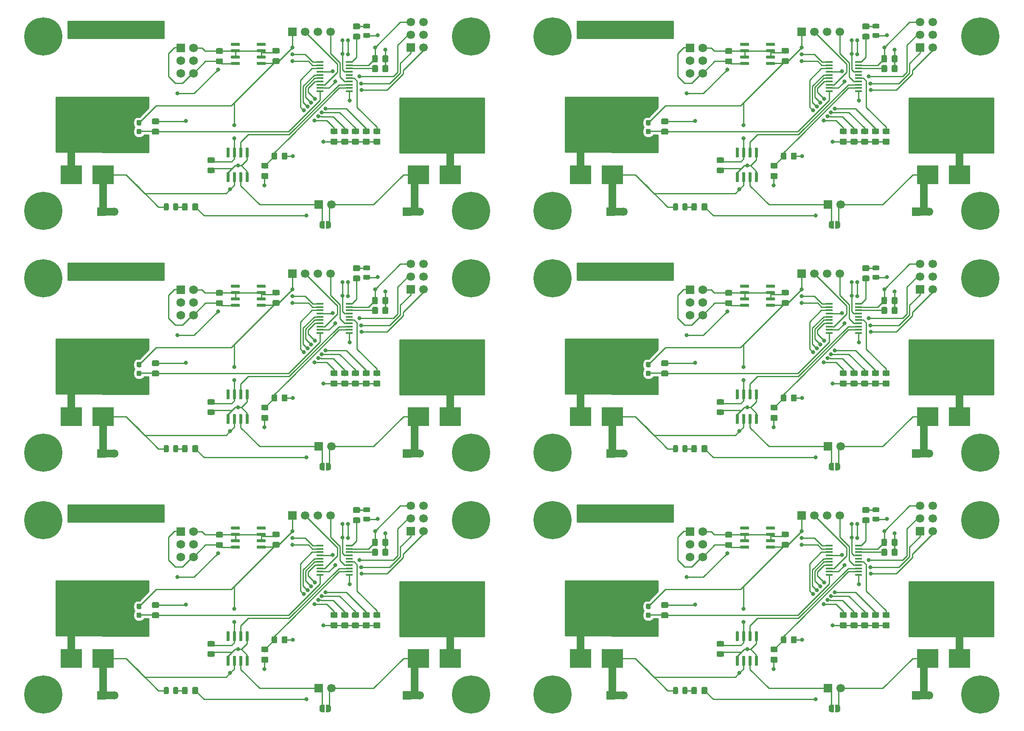
<source format=gbr>
*
%LPD*%
%LNCellMan-F_Cu*%
%FSLAX25Y25*%
%MOIN*%
%AD*%
%AD*%
%ADD10C,0.3*%
%ADD11C,0.068*%
%ADD12R,0.068X0.068*%
%ADD13O,0.425X0.25*%
%ADD14C,0.066929134*%
%ADD15R,0.066929134X0.066929134*%
%ADD16C,0.031496063*%
%ADD17C,0.00984252*%
%ADD18C,0.01*%
%ADD20C,0.003937008*%
%ADD24C,0.045275591*%
%ADD25C,0.023622047*%
%ADD26C,0.037401575*%
%ADD27R,0.166929134X0.15*%
%ADD28C,0.019685039*%
%ADD29C,0.038385827*%
%ADD30R,0.057086614X0.017716535*%
%ADD31C,0.059055118*%
G54D10*
%SRX1Y1I0.0J0.0*%
G1X363388Y162517D3*
G1X363388Y25577D3*
G1X27408Y25577D3*
G1X27408Y162517D3*
G54D11*
G1X145308Y133677D3*
G1X135308Y133677D3*
G1X145308Y143677D3*
G1X135308Y143677D3*
G1X145308Y153677D3*
G54D12*
G1X135308Y153677D3*
G54D20*
G36*
G1X198532Y59733D2*
G1X198537Y59636D1*
G1X198551Y59541D1*
G1X198575Y59447D1*
G1X198607Y59356D1*
G1X198649Y59269D1*
G1X198698Y59186D1*
G1X198756Y59108D1*
G1X198821Y59037D1*
G1X198892Y58972D1*
G1X198970Y58914D1*
G1X199053Y58865D1*
G1X199140Y58823D1*
G1X199231Y58791D1*
G1X199325Y58767D1*
G1X199420Y58753D1*
G1X199517Y58748D1*
G1X203060Y58748D1*
G1X203156Y58753D1*
G1X203252Y58767D1*
G1X203346Y58791D1*
G1X203437Y58823D1*
G1X203524Y58865D1*
G1X203607Y58914D1*
G1X203684Y58972D1*
G1X203756Y59037D1*
G1X203821Y59108D1*
G1X203878Y59186D1*
G1X203928Y59269D1*
G1X203969Y59356D1*
G1X204002Y59447D1*
G1X204025Y59541D1*
G1X204040Y59636D1*
G1X204044Y59733D1*
G1X204044Y62292D1*
G1X204040Y62388D1*
G1X204025Y62484D1*
G1X204002Y62577D1*
G1X203969Y62668D1*
G1X203928Y62756D1*
G1X203878Y62838D1*
G1X203821Y62916D1*
G1X203756Y62988D1*
G1X203684Y63052D1*
G1X203607Y63110D1*
G1X203524Y63160D1*
G1X203437Y63201D1*
G1X203346Y63233D1*
G1X203252Y63257D1*
G1X203156Y63271D1*
G1X203060Y63276D1*
G1X199517Y63276D1*
G1X199420Y63271D1*
G1X199325Y63257D1*
G1X199231Y63233D1*
G1X199140Y63201D1*
G1X199053Y63160D1*
G1X198970Y63110D1*
G1X198892Y63052D1*
G1X198821Y62988D1*
G1X198756Y62916D1*
G1X198698Y62838D1*
G1X198649Y62756D1*
G1X198607Y62668D1*
G1X198575Y62577D1*
G1X198551Y62484D1*
G1X198537Y62388D1*
G1X198532Y62292D1*
G1X198532Y59733D1*
G37*
G54D24*
G1X201288Y61012D3*
G54D20*
G36*
G1X198532Y51662D2*
G1X198537Y51565D1*
G1X198551Y51470D1*
G1X198575Y51376D1*
G1X198607Y51285D1*
G1X198649Y51198D1*
G1X198698Y51115D1*
G1X198756Y51037D1*
G1X198821Y50966D1*
G1X198892Y50901D1*
G1X198970Y50843D1*
G1X199053Y50794D1*
G1X199140Y50752D1*
G1X199231Y50720D1*
G1X199325Y50696D1*
G1X199420Y50682D1*
G1X199517Y50677D1*
G1X203060Y50677D1*
G1X203156Y50682D1*
G1X203252Y50696D1*
G1X203346Y50720D1*
G1X203437Y50752D1*
G1X203524Y50794D1*
G1X203607Y50843D1*
G1X203684Y50901D1*
G1X203756Y50966D1*
G1X203821Y51037D1*
G1X203878Y51115D1*
G1X203928Y51198D1*
G1X203969Y51285D1*
G1X204002Y51376D1*
G1X204025Y51470D1*
G1X204040Y51565D1*
G1X204044Y51662D1*
G1X204044Y54221D1*
G1X204040Y54317D1*
G1X204025Y54413D1*
G1X204002Y54506D1*
G1X203969Y54597D1*
G1X203928Y54685D1*
G1X203878Y54768D1*
G1X203821Y54845D1*
G1X203756Y54917D1*
G1X203684Y54982D1*
G1X203607Y55039D1*
G1X203524Y55089D1*
G1X203437Y55130D1*
G1X203346Y55163D1*
G1X203252Y55186D1*
G1X203156Y55200D1*
G1X203060Y55205D1*
G1X199517Y55205D1*
G1X199420Y55200D1*
G1X199325Y55186D1*
G1X199231Y55163D1*
G1X199140Y55130D1*
G1X199053Y55089D1*
G1X198970Y55039D1*
G1X198892Y54982D1*
G1X198821Y54917D1*
G1X198756Y54845D1*
G1X198698Y54768D1*
G1X198649Y54685D1*
G1X198607Y54597D1*
G1X198575Y54506D1*
G1X198551Y54413D1*
G1X198537Y54317D1*
G1X198532Y54221D1*
G1X198532Y51662D1*
G37*
G54D24*
G1X201288Y52941D3*
G54D20*
G36*
G1X214560Y66855D2*
G1X214565Y66759D1*
G1X214579Y66663D1*
G1X214602Y66569D1*
G1X214635Y66478D1*
G1X214676Y66391D1*
G1X214726Y66308D1*
G1X214783Y66231D1*
G1X214848Y66159D1*
G1X214920Y66094D1*
G1X214997Y66037D1*
G1X215080Y65987D1*
G1X215168Y65946D1*
G1X215259Y65913D1*
G1X215352Y65890D1*
G1X215448Y65875D1*
G1X215544Y65871D1*
G1X218103Y65871D1*
G1X218200Y65875D1*
G1X218295Y65890D1*
G1X218389Y65913D1*
G1X218480Y65946D1*
G1X218567Y65987D1*
G1X218650Y66037D1*
G1X218728Y66094D1*
G1X218799Y66159D1*
G1X218864Y66231D1*
G1X218922Y66308D1*
G1X218971Y66391D1*
G1X219013Y66478D1*
G1X219045Y66569D1*
G1X219069Y66663D1*
G1X219083Y66759D1*
G1X219088Y66855D1*
G1X219088Y70398D1*
G1X219083Y70495D1*
G1X219069Y70590D1*
G1X219045Y70684D1*
G1X219013Y70775D1*
G1X218971Y70862D1*
G1X218922Y70945D1*
G1X218864Y71023D1*
G1X218799Y71094D1*
G1X218728Y71159D1*
G1X218650Y71217D1*
G1X218567Y71266D1*
G1X218480Y71308D1*
G1X218389Y71340D1*
G1X218295Y71364D1*
G1X218200Y71378D1*
G1X218103Y71383D1*
G1X215544Y71383D1*
G1X215448Y71378D1*
G1X215352Y71364D1*
G1X215259Y71340D1*
G1X215168Y71308D1*
G1X215080Y71266D1*
G1X214997Y71217D1*
G1X214920Y71159D1*
G1X214848Y71094D1*
G1X214783Y71023D1*
G1X214726Y70945D1*
G1X214676Y70862D1*
G1X214635Y70775D1*
G1X214602Y70684D1*
G1X214579Y70590D1*
G1X214565Y70495D1*
G1X214560Y70398D1*
G1X214560Y66855D1*
G37*
G54D24*
G1X216824Y68627D3*
G54D20*
G36*
G1X206489Y66855D2*
G1X206494Y66759D1*
G1X206508Y66663D1*
G1X206532Y66569D1*
G1X206564Y66478D1*
G1X206605Y66391D1*
G1X206655Y66308D1*
G1X206713Y66231D1*
G1X206777Y66159D1*
G1X206849Y66094D1*
G1X206927Y66037D1*
G1X207009Y65987D1*
G1X207097Y65946D1*
G1X207188Y65913D1*
G1X207281Y65890D1*
G1X207377Y65875D1*
G1X207473Y65871D1*
G1X210032Y65871D1*
G1X210129Y65875D1*
G1X210224Y65890D1*
G1X210318Y65913D1*
G1X210409Y65946D1*
G1X210496Y65987D1*
G1X210579Y66037D1*
G1X210657Y66094D1*
G1X210728Y66159D1*
G1X210793Y66231D1*
G1X210851Y66308D1*
G1X210900Y66391D1*
G1X210942Y66478D1*
G1X210974Y66569D1*
G1X210998Y66663D1*
G1X211012Y66759D1*
G1X211017Y66855D1*
G1X211017Y70398D1*
G1X211012Y70495D1*
G1X210998Y70590D1*
G1X210974Y70684D1*
G1X210942Y70775D1*
G1X210900Y70862D1*
G1X210851Y70945D1*
G1X210793Y71023D1*
G1X210728Y71094D1*
G1X210657Y71159D1*
G1X210579Y71217D1*
G1X210496Y71266D1*
G1X210409Y71308D1*
G1X210318Y71340D1*
G1X210224Y71364D1*
G1X210129Y71378D1*
G1X210032Y71383D1*
G1X207473Y71383D1*
G1X207377Y71378D1*
G1X207281Y71364D1*
G1X207188Y71340D1*
G1X207097Y71308D1*
G1X207009Y71266D1*
G1X206927Y71217D1*
G1X206849Y71159D1*
G1X206777Y71094D1*
G1X206713Y71023D1*
G1X206655Y70945D1*
G1X206605Y70862D1*
G1X206564Y70775D1*
G1X206532Y70684D1*
G1X206508Y70590D1*
G1X206494Y70495D1*
G1X206489Y70398D1*
G1X206489Y66855D1*
G37*
G54D24*
G1X208753Y68627D3*
G54D20*
G36*
G1X156282Y56062D2*
G1X156287Y55965D1*
G1X156301Y55870D1*
G1X156325Y55776D1*
G1X156357Y55685D1*
G1X156399Y55598D1*
G1X156448Y55515D1*
G1X156506Y55437D1*
G1X156571Y55366D1*
G1X156642Y55301D1*
G1X156720Y55243D1*
G1X156803Y55194D1*
G1X156890Y55152D1*
G1X156981Y55120D1*
G1X157075Y55096D1*
G1X157170Y55082D1*
G1X157267Y55077D1*
G1X160810Y55077D1*
G1X160906Y55082D1*
G1X161002Y55096D1*
G1X161096Y55120D1*
G1X161187Y55152D1*
G1X161274Y55194D1*
G1X161357Y55243D1*
G1X161434Y55301D1*
G1X161506Y55366D1*
G1X161571Y55437D1*
G1X161628Y55515D1*
G1X161678Y55598D1*
G1X161719Y55685D1*
G1X161752Y55776D1*
G1X161775Y55870D1*
G1X161790Y55965D1*
G1X161794Y56062D1*
G1X161794Y58621D1*
G1X161790Y58717D1*
G1X161775Y58813D1*
G1X161752Y58906D1*
G1X161719Y58997D1*
G1X161678Y59085D1*
G1X161628Y59168D1*
G1X161571Y59245D1*
G1X161506Y59317D1*
G1X161434Y59382D1*
G1X161357Y59439D1*
G1X161274Y59489D1*
G1X161187Y59530D1*
G1X161096Y59563D1*
G1X161002Y59586D1*
G1X160906Y59600D1*
G1X160810Y59605D1*
G1X157267Y59605D1*
G1X157170Y59600D1*
G1X157075Y59586D1*
G1X156981Y59563D1*
G1X156890Y59530D1*
G1X156803Y59489D1*
G1X156720Y59439D1*
G1X156642Y59382D1*
G1X156571Y59317D1*
G1X156506Y59245D1*
G1X156448Y59168D1*
G1X156399Y59085D1*
G1X156357Y58997D1*
G1X156325Y58906D1*
G1X156301Y58813D1*
G1X156287Y58717D1*
G1X156282Y58621D1*
G1X156282Y56062D1*
G37*
G54D24*
G1X159038Y57341D3*
G54D20*
G36*
G1X156282Y64133D2*
G1X156287Y64036D1*
G1X156301Y63941D1*
G1X156325Y63847D1*
G1X156357Y63756D1*
G1X156399Y63669D1*
G1X156448Y63586D1*
G1X156506Y63508D1*
G1X156571Y63437D1*
G1X156642Y63372D1*
G1X156720Y63314D1*
G1X156803Y63265D1*
G1X156890Y63223D1*
G1X156981Y63191D1*
G1X157075Y63167D1*
G1X157170Y63153D1*
G1X157267Y63148D1*
G1X160810Y63148D1*
G1X160906Y63153D1*
G1X161002Y63167D1*
G1X161096Y63191D1*
G1X161187Y63223D1*
G1X161274Y63265D1*
G1X161357Y63314D1*
G1X161434Y63372D1*
G1X161506Y63437D1*
G1X161571Y63508D1*
G1X161628Y63586D1*
G1X161678Y63669D1*
G1X161719Y63756D1*
G1X161752Y63847D1*
G1X161775Y63941D1*
G1X161790Y64036D1*
G1X161794Y64133D1*
G1X161794Y66692D1*
G1X161790Y66788D1*
G1X161775Y66884D1*
G1X161752Y66977D1*
G1X161719Y67068D1*
G1X161678Y67156D1*
G1X161628Y67238D1*
G1X161571Y67316D1*
G1X161506Y67388D1*
G1X161434Y67452D1*
G1X161357Y67510D1*
G1X161274Y67560D1*
G1X161187Y67601D1*
G1X161096Y67633D1*
G1X161002Y67657D1*
G1X160906Y67671D1*
G1X160810Y67676D1*
G1X157267Y67676D1*
G1X157170Y67671D1*
G1X157075Y67657D1*
G1X156981Y67633D1*
G1X156890Y67601D1*
G1X156803Y67560D1*
G1X156720Y67510D1*
G1X156642Y67452D1*
G1X156571Y67388D1*
G1X156506Y67316D1*
G1X156448Y67238D1*
G1X156399Y67156D1*
G1X156357Y67068D1*
G1X156325Y66977D1*
G1X156301Y66884D1*
G1X156287Y66788D1*
G1X156282Y66692D1*
G1X156282Y64133D1*
G37*
G54D24*
G1X159038Y65412D3*
G54D20*
G36*
G1X171107Y68273D2*
G1X171110Y68215D1*
G1X171119Y68158D1*
G1X171133Y68101D1*
G1X171152Y68047D1*
G1X171177Y67994D1*
G1X171207Y67945D1*
G1X171241Y67898D1*
G1X171280Y67855D1*
G1X171323Y67816D1*
G1X171370Y67782D1*
G1X171419Y67752D1*
G1X171472Y67727D1*
G1X171526Y67708D1*
G1X171583Y67694D1*
G1X171640Y67685D1*
G1X171698Y67682D1*
G1X172879Y67682D1*
G1X172937Y67685D1*
G1X172994Y67694D1*
G1X173050Y67708D1*
G1X173105Y67727D1*
G1X173157Y67752D1*
G1X173207Y67782D1*
G1X173254Y67816D1*
G1X173296Y67855D1*
G1X173335Y67898D1*
G1X173370Y67945D1*
G1X173400Y67994D1*
G1X173424Y68047D1*
G1X173444Y68101D1*
G1X173458Y68158D1*
G1X173467Y68215D1*
G1X173469Y68273D1*
G1X173469Y74769D1*
G1X173467Y74827D1*
G1X173458Y74884D1*
G1X173444Y74940D1*
G1X173424Y74995D1*
G1X173400Y75047D1*
G1X173370Y75097D1*
G1X173335Y75143D1*
G1X173296Y75186D1*
G1X173254Y75225D1*
G1X173207Y75260D1*
G1X173157Y75290D1*
G1X173105Y75314D1*
G1X173050Y75334D1*
G1X172994Y75348D1*
G1X172937Y75356D1*
G1X172879Y75359D1*
G1X171698Y75359D1*
G1X171640Y75356D1*
G1X171583Y75348D1*
G1X171526Y75334D1*
G1X171472Y75314D1*
G1X171419Y75290D1*
G1X171370Y75260D1*
G1X171323Y75225D1*
G1X171280Y75186D1*
G1X171241Y75143D1*
G1X171207Y75097D1*
G1X171177Y75047D1*
G1X171152Y74995D1*
G1X171133Y74940D1*
G1X171119Y74884D1*
G1X171110Y74827D1*
G1X171107Y74769D1*
G1X171107Y68273D1*
G37*
G54D25*
G1X172288Y71521D3*
G54D20*
G36*
G1X176107Y68273D2*
G1X176110Y68215D1*
G1X176119Y68158D1*
G1X176133Y68101D1*
G1X176152Y68047D1*
G1X176177Y67994D1*
G1X176207Y67945D1*
G1X176241Y67898D1*
G1X176280Y67855D1*
G1X176323Y67816D1*
G1X176370Y67782D1*
G1X176419Y67752D1*
G1X176472Y67727D1*
G1X176526Y67708D1*
G1X176583Y67694D1*
G1X176640Y67685D1*
G1X176698Y67682D1*
G1X177879Y67682D1*
G1X177937Y67685D1*
G1X177994Y67694D1*
G1X178050Y67708D1*
G1X178105Y67727D1*
G1X178157Y67752D1*
G1X178207Y67782D1*
G1X178254Y67816D1*
G1X178296Y67855D1*
G1X178335Y67898D1*
G1X178370Y67945D1*
G1X178400Y67994D1*
G1X178424Y68047D1*
G1X178444Y68101D1*
G1X178458Y68158D1*
G1X178467Y68215D1*
G1X178469Y68273D1*
G1X178469Y74769D1*
G1X178467Y74827D1*
G1X178458Y74884D1*
G1X178444Y74940D1*
G1X178424Y74995D1*
G1X178400Y75047D1*
G1X178370Y75097D1*
G1X178335Y75143D1*
G1X178296Y75186D1*
G1X178254Y75225D1*
G1X178207Y75260D1*
G1X178157Y75290D1*
G1X178105Y75314D1*
G1X178050Y75334D1*
G1X177994Y75348D1*
G1X177937Y75356D1*
G1X177879Y75359D1*
G1X176698Y75359D1*
G1X176640Y75356D1*
G1X176583Y75348D1*
G1X176526Y75334D1*
G1X176472Y75314D1*
G1X176419Y75290D1*
G1X176370Y75260D1*
G1X176323Y75225D1*
G1X176280Y75186D1*
G1X176241Y75143D1*
G1X176207Y75097D1*
G1X176177Y75047D1*
G1X176152Y74995D1*
G1X176133Y74940D1*
G1X176119Y74884D1*
G1X176110Y74827D1*
G1X176107Y74769D1*
G1X176107Y68273D1*
G37*
G54D25*
G1X177288Y71521D3*
G54D20*
G36*
G1X181107Y68273D2*
G1X181110Y68215D1*
G1X181119Y68158D1*
G1X181133Y68101D1*
G1X181152Y68047D1*
G1X181177Y67994D1*
G1X181207Y67945D1*
G1X181241Y67898D1*
G1X181280Y67855D1*
G1X181323Y67816D1*
G1X181370Y67782D1*
G1X181419Y67752D1*
G1X181472Y67727D1*
G1X181526Y67708D1*
G1X181583Y67694D1*
G1X181640Y67685D1*
G1X181698Y67682D1*
G1X182879Y67682D1*
G1X182937Y67685D1*
G1X182994Y67694D1*
G1X183050Y67708D1*
G1X183105Y67727D1*
G1X183157Y67752D1*
G1X183207Y67782D1*
G1X183254Y67816D1*
G1X183296Y67855D1*
G1X183335Y67898D1*
G1X183370Y67945D1*
G1X183400Y67994D1*
G1X183424Y68047D1*
G1X183444Y68101D1*
G1X183458Y68158D1*
G1X183467Y68215D1*
G1X183469Y68273D1*
G1X183469Y74769D1*
G1X183467Y74827D1*
G1X183458Y74884D1*
G1X183444Y74940D1*
G1X183424Y74995D1*
G1X183400Y75047D1*
G1X183370Y75097D1*
G1X183335Y75143D1*
G1X183296Y75186D1*
G1X183254Y75225D1*
G1X183207Y75260D1*
G1X183157Y75290D1*
G1X183105Y75314D1*
G1X183050Y75334D1*
G1X182994Y75348D1*
G1X182937Y75356D1*
G1X182879Y75359D1*
G1X181698Y75359D1*
G1X181640Y75356D1*
G1X181583Y75348D1*
G1X181526Y75334D1*
G1X181472Y75314D1*
G1X181419Y75290D1*
G1X181370Y75260D1*
G1X181323Y75225D1*
G1X181280Y75186D1*
G1X181241Y75143D1*
G1X181207Y75097D1*
G1X181177Y75047D1*
G1X181152Y74995D1*
G1X181133Y74940D1*
G1X181119Y74884D1*
G1X181110Y74827D1*
G1X181107Y74769D1*
G1X181107Y68273D1*
G37*
G54D25*
G1X182288Y71521D3*
G54D20*
G36*
G1X186107Y68273D2*
G1X186110Y68215D1*
G1X186119Y68158D1*
G1X186133Y68101D1*
G1X186152Y68047D1*
G1X186177Y67994D1*
G1X186207Y67945D1*
G1X186241Y67898D1*
G1X186280Y67855D1*
G1X186323Y67816D1*
G1X186370Y67782D1*
G1X186419Y67752D1*
G1X186472Y67727D1*
G1X186526Y67708D1*
G1X186583Y67694D1*
G1X186640Y67685D1*
G1X186698Y67682D1*
G1X187879Y67682D1*
G1X187937Y67685D1*
G1X187994Y67694D1*
G1X188050Y67708D1*
G1X188105Y67727D1*
G1X188157Y67752D1*
G1X188207Y67782D1*
G1X188254Y67816D1*
G1X188296Y67855D1*
G1X188335Y67898D1*
G1X188370Y67945D1*
G1X188400Y67994D1*
G1X188424Y68047D1*
G1X188444Y68101D1*
G1X188458Y68158D1*
G1X188467Y68215D1*
G1X188469Y68273D1*
G1X188469Y74769D1*
G1X188467Y74827D1*
G1X188458Y74884D1*
G1X188444Y74940D1*
G1X188424Y74995D1*
G1X188400Y75047D1*
G1X188370Y75097D1*
G1X188335Y75143D1*
G1X188296Y75186D1*
G1X188254Y75225D1*
G1X188207Y75260D1*
G1X188157Y75290D1*
G1X188105Y75314D1*
G1X188050Y75334D1*
G1X187994Y75348D1*
G1X187937Y75356D1*
G1X187879Y75359D1*
G1X186698Y75359D1*
G1X186640Y75356D1*
G1X186583Y75348D1*
G1X186526Y75334D1*
G1X186472Y75314D1*
G1X186419Y75290D1*
G1X186370Y75260D1*
G1X186323Y75225D1*
G1X186280Y75186D1*
G1X186241Y75143D1*
G1X186207Y75097D1*
G1X186177Y75047D1*
G1X186152Y74995D1*
G1X186133Y74940D1*
G1X186119Y74884D1*
G1X186110Y74827D1*
G1X186107Y74769D1*
G1X186107Y68273D1*
G37*
G54D25*
G1X187288Y71521D3*
G54D20*
G36*
G1X186107Y48785D2*
G1X186110Y48727D1*
G1X186119Y48669D1*
G1X186133Y48613D1*
G1X186152Y48559D1*
G1X186177Y48506D1*
G1X186207Y48456D1*
G1X186241Y48410D1*
G1X186280Y48367D1*
G1X186323Y48328D1*
G1X186370Y48294D1*
G1X186419Y48264D1*
G1X186472Y48239D1*
G1X186526Y48219D1*
G1X186583Y48205D1*
G1X186640Y48197D1*
G1X186698Y48194D1*
G1X187879Y48194D1*
G1X187937Y48197D1*
G1X187994Y48205D1*
G1X188050Y48219D1*
G1X188105Y48239D1*
G1X188157Y48264D1*
G1X188207Y48294D1*
G1X188254Y48328D1*
G1X188296Y48367D1*
G1X188335Y48410D1*
G1X188370Y48456D1*
G1X188400Y48506D1*
G1X188424Y48559D1*
G1X188444Y48613D1*
G1X188458Y48669D1*
G1X188467Y48727D1*
G1X188469Y48785D1*
G1X188469Y55281D1*
G1X188467Y55338D1*
G1X188458Y55396D1*
G1X188444Y55452D1*
G1X188424Y55507D1*
G1X188400Y55559D1*
G1X188370Y55609D1*
G1X188335Y55655D1*
G1X188296Y55698D1*
G1X188254Y55737D1*
G1X188207Y55772D1*
G1X188157Y55801D1*
G1X188105Y55826D1*
G1X188050Y55846D1*
G1X187994Y55860D1*
G1X187937Y55868D1*
G1X187879Y55871D1*
G1X186698Y55871D1*
G1X186640Y55868D1*
G1X186583Y55860D1*
G1X186526Y55846D1*
G1X186472Y55826D1*
G1X186419Y55801D1*
G1X186370Y55772D1*
G1X186323Y55737D1*
G1X186280Y55698D1*
G1X186241Y55655D1*
G1X186207Y55609D1*
G1X186177Y55559D1*
G1X186152Y55507D1*
G1X186133Y55452D1*
G1X186119Y55396D1*
G1X186110Y55338D1*
G1X186107Y55281D1*
G1X186107Y48785D1*
G37*
G54D25*
G1X187288Y52033D3*
G54D20*
G36*
G1X181107Y48785D2*
G1X181110Y48727D1*
G1X181119Y48669D1*
G1X181133Y48613D1*
G1X181152Y48559D1*
G1X181177Y48506D1*
G1X181207Y48456D1*
G1X181241Y48410D1*
G1X181280Y48367D1*
G1X181323Y48328D1*
G1X181370Y48294D1*
G1X181419Y48264D1*
G1X181472Y48239D1*
G1X181526Y48219D1*
G1X181583Y48205D1*
G1X181640Y48197D1*
G1X181698Y48194D1*
G1X182879Y48194D1*
G1X182937Y48197D1*
G1X182994Y48205D1*
G1X183050Y48219D1*
G1X183105Y48239D1*
G1X183157Y48264D1*
G1X183207Y48294D1*
G1X183254Y48328D1*
G1X183296Y48367D1*
G1X183335Y48410D1*
G1X183370Y48456D1*
G1X183400Y48506D1*
G1X183424Y48559D1*
G1X183444Y48613D1*
G1X183458Y48669D1*
G1X183467Y48727D1*
G1X183469Y48785D1*
G1X183469Y55281D1*
G1X183467Y55338D1*
G1X183458Y55396D1*
G1X183444Y55452D1*
G1X183424Y55507D1*
G1X183400Y55559D1*
G1X183370Y55609D1*
G1X183335Y55655D1*
G1X183296Y55698D1*
G1X183254Y55737D1*
G1X183207Y55772D1*
G1X183157Y55801D1*
G1X183105Y55826D1*
G1X183050Y55846D1*
G1X182994Y55860D1*
G1X182937Y55868D1*
G1X182879Y55871D1*
G1X181698Y55871D1*
G1X181640Y55868D1*
G1X181583Y55860D1*
G1X181526Y55846D1*
G1X181472Y55826D1*
G1X181419Y55801D1*
G1X181370Y55772D1*
G1X181323Y55737D1*
G1X181280Y55698D1*
G1X181241Y55655D1*
G1X181207Y55609D1*
G1X181177Y55559D1*
G1X181152Y55507D1*
G1X181133Y55452D1*
G1X181119Y55396D1*
G1X181110Y55338D1*
G1X181107Y55281D1*
G1X181107Y48785D1*
G37*
G54D25*
G1X182288Y52033D3*
G54D20*
G36*
G1X176107Y48785D2*
G1X176110Y48727D1*
G1X176119Y48669D1*
G1X176133Y48613D1*
G1X176152Y48559D1*
G1X176177Y48506D1*
G1X176207Y48456D1*
G1X176241Y48410D1*
G1X176280Y48367D1*
G1X176323Y48328D1*
G1X176370Y48294D1*
G1X176419Y48264D1*
G1X176472Y48239D1*
G1X176526Y48219D1*
G1X176583Y48205D1*
G1X176640Y48197D1*
G1X176698Y48194D1*
G1X177879Y48194D1*
G1X177937Y48197D1*
G1X177994Y48205D1*
G1X178050Y48219D1*
G1X178105Y48239D1*
G1X178157Y48264D1*
G1X178207Y48294D1*
G1X178254Y48328D1*
G1X178296Y48367D1*
G1X178335Y48410D1*
G1X178370Y48456D1*
G1X178400Y48506D1*
G1X178424Y48559D1*
G1X178444Y48613D1*
G1X178458Y48669D1*
G1X178467Y48727D1*
G1X178469Y48785D1*
G1X178469Y55281D1*
G1X178467Y55338D1*
G1X178458Y55396D1*
G1X178444Y55452D1*
G1X178424Y55507D1*
G1X178400Y55559D1*
G1X178370Y55609D1*
G1X178335Y55655D1*
G1X178296Y55698D1*
G1X178254Y55737D1*
G1X178207Y55772D1*
G1X178157Y55801D1*
G1X178105Y55826D1*
G1X178050Y55846D1*
G1X177994Y55860D1*
G1X177937Y55868D1*
G1X177879Y55871D1*
G1X176698Y55871D1*
G1X176640Y55868D1*
G1X176583Y55860D1*
G1X176526Y55846D1*
G1X176472Y55826D1*
G1X176419Y55801D1*
G1X176370Y55772D1*
G1X176323Y55737D1*
G1X176280Y55698D1*
G1X176241Y55655D1*
G1X176207Y55609D1*
G1X176177Y55559D1*
G1X176152Y55507D1*
G1X176133Y55452D1*
G1X176119Y55396D1*
G1X176110Y55338D1*
G1X176107Y55281D1*
G1X176107Y48785D1*
G37*
G54D25*
G1X177288Y52033D3*
G54D20*
G36*
G1X171107Y48785D2*
G1X171110Y48727D1*
G1X171119Y48669D1*
G1X171133Y48613D1*
G1X171152Y48559D1*
G1X171177Y48506D1*
G1X171207Y48456D1*
G1X171241Y48410D1*
G1X171280Y48367D1*
G1X171323Y48328D1*
G1X171370Y48294D1*
G1X171419Y48264D1*
G1X171472Y48239D1*
G1X171526Y48219D1*
G1X171583Y48205D1*
G1X171640Y48197D1*
G1X171698Y48194D1*
G1X172879Y48194D1*
G1X172937Y48197D1*
G1X172994Y48205D1*
G1X173050Y48219D1*
G1X173105Y48239D1*
G1X173157Y48264D1*
G1X173207Y48294D1*
G1X173254Y48328D1*
G1X173296Y48367D1*
G1X173335Y48410D1*
G1X173370Y48456D1*
G1X173400Y48506D1*
G1X173424Y48559D1*
G1X173444Y48613D1*
G1X173458Y48669D1*
G1X173467Y48727D1*
G1X173469Y48785D1*
G1X173469Y55281D1*
G1X173467Y55338D1*
G1X173458Y55396D1*
G1X173444Y55452D1*
G1X173424Y55507D1*
G1X173400Y55559D1*
G1X173370Y55609D1*
G1X173335Y55655D1*
G1X173296Y55698D1*
G1X173254Y55737D1*
G1X173207Y55772D1*
G1X173157Y55801D1*
G1X173105Y55826D1*
G1X173050Y55846D1*
G1X172994Y55860D1*
G1X172937Y55868D1*
G1X172879Y55871D1*
G1X171698Y55871D1*
G1X171640Y55868D1*
G1X171583Y55860D1*
G1X171526Y55846D1*
G1X171472Y55826D1*
G1X171419Y55801D1*
G1X171370Y55772D1*
G1X171323Y55737D1*
G1X171280Y55698D1*
G1X171241Y55655D1*
G1X171207Y55609D1*
G1X171177Y55559D1*
G1X171152Y55507D1*
G1X171133Y55452D1*
G1X171119Y55396D1*
G1X171110Y55338D1*
G1X171107Y55281D1*
G1X171107Y48785D1*
G37*
G54D25*
G1X172288Y52033D3*
G54D20*
G36*
G1X278120Y78662D2*
G1X278125Y78565D1*
G1X278139Y78470D1*
G1X278162Y78376D1*
G1X278195Y78285D1*
G1X278236Y78198D1*
G1X278286Y78115D1*
G1X278343Y78037D1*
G1X278408Y77966D1*
G1X278480Y77901D1*
G1X278557Y77843D1*
G1X278640Y77794D1*
G1X278728Y77752D1*
G1X278818Y77720D1*
G1X278912Y77696D1*
G1X279008Y77682D1*
G1X279104Y77677D1*
G1X282648Y77677D1*
G1X282744Y77682D1*
G1X282840Y77696D1*
G1X282933Y77720D1*
G1X283024Y77752D1*
G1X283111Y77794D1*
G1X283194Y77843D1*
G1X283272Y77901D1*
G1X283343Y77966D1*
G1X283408Y78037D1*
G1X283466Y78115D1*
G1X283516Y78198D1*
G1X283557Y78285D1*
G1X283589Y78376D1*
G1X283613Y78470D1*
G1X283627Y78565D1*
G1X283632Y78662D1*
G1X283632Y81221D1*
G1X283627Y81317D1*
G1X283613Y81413D1*
G1X283589Y81506D1*
G1X283557Y81597D1*
G1X283516Y81685D1*
G1X283466Y81768D1*
G1X283408Y81845D1*
G1X283343Y81917D1*
G1X283272Y81982D1*
G1X283194Y82039D1*
G1X283111Y82089D1*
G1X283024Y82130D1*
G1X282933Y82163D1*
G1X282840Y82186D1*
G1X282744Y82200D1*
G1X282648Y82205D1*
G1X279104Y82205D1*
G1X279008Y82200D1*
G1X278912Y82186D1*
G1X278818Y82163D1*
G1X278728Y82130D1*
G1X278640Y82089D1*
G1X278557Y82039D1*
G1X278480Y81982D1*
G1X278408Y81917D1*
G1X278343Y81845D1*
G1X278286Y81768D1*
G1X278236Y81685D1*
G1X278195Y81597D1*
G1X278162Y81506D1*
G1X278139Y81413D1*
G1X278125Y81317D1*
G1X278120Y81221D1*
G1X278120Y78662D1*
G37*
G54D24*
G1X280876Y79941D3*
G54D20*
G36*
G1X278120Y86733D2*
G1X278125Y86636D1*
G1X278139Y86541D1*
G1X278162Y86447D1*
G1X278195Y86356D1*
G1X278236Y86269D1*
G1X278286Y86186D1*
G1X278343Y86108D1*
G1X278408Y86037D1*
G1X278480Y85972D1*
G1X278557Y85914D1*
G1X278640Y85865D1*
G1X278728Y85823D1*
G1X278818Y85791D1*
G1X278912Y85767D1*
G1X279008Y85753D1*
G1X279104Y85748D1*
G1X282648Y85748D1*
G1X282744Y85753D1*
G1X282840Y85767D1*
G1X282933Y85791D1*
G1X283024Y85823D1*
G1X283111Y85865D1*
G1X283194Y85914D1*
G1X283272Y85972D1*
G1X283343Y86037D1*
G1X283408Y86108D1*
G1X283466Y86186D1*
G1X283516Y86269D1*
G1X283557Y86356D1*
G1X283589Y86447D1*
G1X283613Y86541D1*
G1X283627Y86636D1*
G1X283632Y86733D1*
G1X283632Y89292D1*
G1X283627Y89388D1*
G1X283613Y89484D1*
G1X283589Y89577D1*
G1X283557Y89668D1*
G1X283516Y89756D1*
G1X283466Y89838D1*
G1X283408Y89916D1*
G1X283343Y89988D1*
G1X283272Y90052D1*
G1X283194Y90110D1*
G1X283111Y90160D1*
G1X283024Y90201D1*
G1X282933Y90233D1*
G1X282840Y90257D1*
G1X282744Y90271D1*
G1X282648Y90276D1*
G1X279104Y90276D1*
G1X279008Y90271D1*
G1X278912Y90257D1*
G1X278818Y90233D1*
G1X278728Y90201D1*
G1X278640Y90160D1*
G1X278557Y90110D1*
G1X278480Y90052D1*
G1X278408Y89988D1*
G1X278343Y89916D1*
G1X278286Y89838D1*
G1X278236Y89756D1*
G1X278195Y89668D1*
G1X278162Y89577D1*
G1X278139Y89484D1*
G1X278125Y89388D1*
G1X278120Y89292D1*
G1X278120Y86733D1*
G37*
G54D24*
G1X280876Y88012D3*
G54D20*
G36*
G1X252882Y86733D2*
G1X252887Y86636D1*
G1X252901Y86541D1*
G1X252925Y86447D1*
G1X252957Y86356D1*
G1X252999Y86269D1*
G1X253048Y86186D1*
G1X253106Y86108D1*
G1X253171Y86037D1*
G1X253242Y85972D1*
G1X253320Y85914D1*
G1X253403Y85865D1*
G1X253490Y85823D1*
G1X253581Y85791D1*
G1X253675Y85767D1*
G1X253770Y85753D1*
G1X253867Y85748D1*
G1X257410Y85748D1*
G1X257506Y85753D1*
G1X257602Y85767D1*
G1X257696Y85791D1*
G1X257787Y85823D1*
G1X257874Y85865D1*
G1X257957Y85914D1*
G1X258034Y85972D1*
G1X258106Y86037D1*
G1X258171Y86108D1*
G1X258228Y86186D1*
G1X258278Y86269D1*
G1X258319Y86356D1*
G1X258352Y86447D1*
G1X258375Y86541D1*
G1X258390Y86636D1*
G1X258394Y86733D1*
G1X258394Y89292D1*
G1X258390Y89388D1*
G1X258375Y89484D1*
G1X258352Y89577D1*
G1X258319Y89668D1*
G1X258278Y89756D1*
G1X258228Y89838D1*
G1X258171Y89916D1*
G1X258106Y89988D1*
G1X258034Y90052D1*
G1X257957Y90110D1*
G1X257874Y90160D1*
G1X257787Y90201D1*
G1X257696Y90233D1*
G1X257602Y90257D1*
G1X257506Y90271D1*
G1X257410Y90276D1*
G1X253867Y90276D1*
G1X253770Y90271D1*
G1X253675Y90257D1*
G1X253581Y90233D1*
G1X253490Y90201D1*
G1X253403Y90160D1*
G1X253320Y90110D1*
G1X253242Y90052D1*
G1X253171Y89988D1*
G1X253106Y89916D1*
G1X253048Y89838D1*
G1X252999Y89756D1*
G1X252957Y89668D1*
G1X252925Y89577D1*
G1X252901Y89484D1*
G1X252887Y89388D1*
G1X252882Y89292D1*
G1X252882Y86733D1*
G37*
G54D24*
G1X255638Y88012D3*
G54D20*
G36*
G1X252882Y78662D2*
G1X252887Y78565D1*
G1X252901Y78470D1*
G1X252925Y78376D1*
G1X252957Y78285D1*
G1X252999Y78198D1*
G1X253048Y78115D1*
G1X253106Y78037D1*
G1X253171Y77966D1*
G1X253242Y77901D1*
G1X253320Y77843D1*
G1X253403Y77794D1*
G1X253490Y77752D1*
G1X253581Y77720D1*
G1X253675Y77696D1*
G1X253770Y77682D1*
G1X253867Y77677D1*
G1X257410Y77677D1*
G1X257506Y77682D1*
G1X257602Y77696D1*
G1X257696Y77720D1*
G1X257787Y77752D1*
G1X257874Y77794D1*
G1X257957Y77843D1*
G1X258034Y77901D1*
G1X258106Y77966D1*
G1X258171Y78037D1*
G1X258228Y78115D1*
G1X258278Y78198D1*
G1X258319Y78285D1*
G1X258352Y78376D1*
G1X258375Y78470D1*
G1X258390Y78565D1*
G1X258394Y78662D1*
G1X258394Y81221D1*
G1X258390Y81317D1*
G1X258375Y81413D1*
G1X258352Y81506D1*
G1X258319Y81597D1*
G1X258278Y81685D1*
G1X258228Y81768D1*
G1X258171Y81845D1*
G1X258106Y81917D1*
G1X258034Y81982D1*
G1X257957Y82039D1*
G1X257874Y82089D1*
G1X257787Y82130D1*
G1X257696Y82163D1*
G1X257602Y82186D1*
G1X257506Y82200D1*
G1X257410Y82205D1*
G1X253867Y82205D1*
G1X253770Y82200D1*
G1X253675Y82186D1*
G1X253581Y82163D1*
G1X253490Y82130D1*
G1X253403Y82089D1*
G1X253320Y82039D1*
G1X253242Y81982D1*
G1X253171Y81917D1*
G1X253106Y81845D1*
G1X253048Y81768D1*
G1X252999Y81685D1*
G1X252957Y81597D1*
G1X252925Y81506D1*
G1X252901Y81413D1*
G1X252887Y81317D1*
G1X252882Y81221D1*
G1X252882Y78662D1*
G37*
G54D24*
G1X255638Y79941D3*
G54D20*
G36*
G1X100593Y86778D2*
G1X100598Y86686D1*
G1X100611Y86595D1*
G1X100633Y86506D1*
G1X100664Y86420D1*
G1X100703Y86337D1*
G1X100751Y86258D1*
G1X100805Y86185D1*
G1X100867Y86117D1*
G1X100935Y86055D1*
G1X101009Y86000D1*
G1X101087Y85953D1*
G1X101170Y85914D1*
G1X101257Y85883D1*
G1X101346Y85861D1*
G1X101436Y85847D1*
G1X101528Y85843D1*
G1X103398Y85843D1*
G1X103490Y85847D1*
G1X103581Y85861D1*
G1X103670Y85883D1*
G1X103756Y85914D1*
G1X103839Y85953D1*
G1X103918Y86000D1*
G1X103991Y86055D1*
G1X104059Y86117D1*
G1X104121Y86185D1*
G1X104176Y86258D1*
G1X104223Y86337D1*
G1X104262Y86420D1*
G1X104293Y86506D1*
G1X104315Y86595D1*
G1X104329Y86686D1*
G1X104333Y86778D1*
G1X104333Y89042D1*
G1X104329Y89133D1*
G1X104315Y89224D1*
G1X104293Y89313D1*
G1X104262Y89399D1*
G1X104223Y89482D1*
G1X104176Y89561D1*
G1X104121Y89635D1*
G1X104059Y89703D1*
G1X103991Y89764D1*
G1X103918Y89819D1*
G1X103839Y89866D1*
G1X103756Y89905D1*
G1X103670Y89936D1*
G1X103581Y89959D1*
G1X103490Y89972D1*
G1X103398Y89977D1*
G1X101528Y89977D1*
G1X101436Y89972D1*
G1X101346Y89959D1*
G1X101257Y89936D1*
G1X101170Y89905D1*
G1X101087Y89866D1*
G1X101009Y89819D1*
G1X100935Y89764D1*
G1X100867Y89703D1*
G1X100805Y89635D1*
G1X100751Y89561D1*
G1X100703Y89482D1*
G1X100664Y89399D1*
G1X100633Y89313D1*
G1X100611Y89224D1*
G1X100598Y89133D1*
G1X100593Y89042D1*
G1X100593Y86778D1*
G37*
G54D26*
G1X102463Y87910D3*
G54D20*
G36*
G1X100593Y93668D2*
G1X100598Y93576D1*
G1X100611Y93485D1*
G1X100633Y93396D1*
G1X100664Y93310D1*
G1X100703Y93227D1*
G1X100751Y93148D1*
G1X100805Y93074D1*
G1X100867Y93006D1*
G1X100935Y92945D1*
G1X101009Y92890D1*
G1X101087Y92843D1*
G1X101170Y92804D1*
G1X101257Y92773D1*
G1X101346Y92751D1*
G1X101436Y92737D1*
G1X101528Y92733D1*
G1X103398Y92733D1*
G1X103490Y92737D1*
G1X103581Y92751D1*
G1X103670Y92773D1*
G1X103756Y92804D1*
G1X103839Y92843D1*
G1X103918Y92890D1*
G1X103991Y92945D1*
G1X104059Y93006D1*
G1X104121Y93074D1*
G1X104176Y93148D1*
G1X104223Y93227D1*
G1X104262Y93310D1*
G1X104293Y93396D1*
G1X104315Y93485D1*
G1X104329Y93576D1*
G1X104333Y93668D1*
G1X104333Y95931D1*
G1X104329Y96023D1*
G1X104315Y96114D1*
G1X104293Y96203D1*
G1X104262Y96289D1*
G1X104223Y96372D1*
G1X104176Y96451D1*
G1X104121Y96525D1*
G1X104059Y96593D1*
G1X103991Y96654D1*
G1X103918Y96709D1*
G1X103839Y96756D1*
G1X103756Y96795D1*
G1X103670Y96826D1*
G1X103581Y96848D1*
G1X103490Y96862D1*
G1X103398Y96866D1*
G1X101528Y96866D1*
G1X101436Y96862D1*
G1X101346Y96848D1*
G1X101257Y96826D1*
G1X101170Y96795D1*
G1X101087Y96756D1*
G1X101009Y96709D1*
G1X100935Y96654D1*
G1X100867Y96593D1*
G1X100805Y96525D1*
G1X100751Y96451D1*
G1X100703Y96372D1*
G1X100664Y96289D1*
G1X100633Y96203D1*
G1X100611Y96114D1*
G1X100598Y96023D1*
G1X100593Y95931D1*
G1X100593Y93668D1*
G37*
G54D26*
G1X102463Y94799D3*
G54D20*
G36*
G1X261295Y86733D2*
G1X261300Y86636D1*
G1X261314Y86541D1*
G1X261337Y86447D1*
G1X261370Y86356D1*
G1X261411Y86269D1*
G1X261461Y86186D1*
G1X261518Y86108D1*
G1X261583Y86037D1*
G1X261655Y85972D1*
G1X261732Y85914D1*
G1X261815Y85865D1*
G1X261903Y85823D1*
G1X261993Y85791D1*
G1X262087Y85767D1*
G1X262183Y85753D1*
G1X262279Y85748D1*
G1X265823Y85748D1*
G1X265919Y85753D1*
G1X266015Y85767D1*
G1X266108Y85791D1*
G1X266199Y85823D1*
G1X266286Y85865D1*
G1X266369Y85914D1*
G1X266447Y85972D1*
G1X266518Y86037D1*
G1X266583Y86108D1*
G1X266641Y86186D1*
G1X266691Y86269D1*
G1X266732Y86356D1*
G1X266764Y86447D1*
G1X266788Y86541D1*
G1X266802Y86636D1*
G1X266807Y86733D1*
G1X266807Y89292D1*
G1X266802Y89388D1*
G1X266788Y89484D1*
G1X266764Y89577D1*
G1X266732Y89668D1*
G1X266691Y89756D1*
G1X266641Y89838D1*
G1X266583Y89916D1*
G1X266518Y89988D1*
G1X266447Y90052D1*
G1X266369Y90110D1*
G1X266286Y90160D1*
G1X266199Y90201D1*
G1X266108Y90233D1*
G1X266015Y90257D1*
G1X265919Y90271D1*
G1X265823Y90276D1*
G1X262279Y90276D1*
G1X262183Y90271D1*
G1X262087Y90257D1*
G1X261993Y90233D1*
G1X261903Y90201D1*
G1X261815Y90160D1*
G1X261732Y90110D1*
G1X261655Y90052D1*
G1X261583Y89988D1*
G1X261518Y89916D1*
G1X261461Y89838D1*
G1X261411Y89756D1*
G1X261370Y89668D1*
G1X261337Y89577D1*
G1X261314Y89484D1*
G1X261300Y89388D1*
G1X261295Y89292D1*
G1X261295Y86733D1*
G37*
G54D24*
G1X264051Y88012D3*
G54D20*
G36*
G1X261295Y78662D2*
G1X261300Y78565D1*
G1X261314Y78470D1*
G1X261337Y78376D1*
G1X261370Y78285D1*
G1X261411Y78198D1*
G1X261461Y78115D1*
G1X261518Y78037D1*
G1X261583Y77966D1*
G1X261655Y77901D1*
G1X261732Y77843D1*
G1X261815Y77794D1*
G1X261903Y77752D1*
G1X261993Y77720D1*
G1X262087Y77696D1*
G1X262183Y77682D1*
G1X262279Y77677D1*
G1X265823Y77677D1*
G1X265919Y77682D1*
G1X266015Y77696D1*
G1X266108Y77720D1*
G1X266199Y77752D1*
G1X266286Y77794D1*
G1X266369Y77843D1*
G1X266447Y77901D1*
G1X266518Y77966D1*
G1X266583Y78037D1*
G1X266641Y78115D1*
G1X266691Y78198D1*
G1X266732Y78285D1*
G1X266764Y78376D1*
G1X266788Y78470D1*
G1X266802Y78565D1*
G1X266807Y78662D1*
G1X266807Y81221D1*
G1X266802Y81317D1*
G1X266788Y81413D1*
G1X266764Y81506D1*
G1X266732Y81597D1*
G1X266691Y81685D1*
G1X266641Y81768D1*
G1X266583Y81845D1*
G1X266518Y81917D1*
G1X266447Y81982D1*
G1X266369Y82039D1*
G1X266286Y82089D1*
G1X266199Y82130D1*
G1X266108Y82163D1*
G1X266015Y82186D1*
G1X265919Y82200D1*
G1X265823Y82205D1*
G1X262279Y82205D1*
G1X262183Y82200D1*
G1X262087Y82186D1*
G1X261993Y82163D1*
G1X261903Y82130D1*
G1X261815Y82089D1*
G1X261732Y82039D1*
G1X261655Y81982D1*
G1X261583Y81917D1*
G1X261518Y81845D1*
G1X261461Y81768D1*
G1X261411Y81685D1*
G1X261370Y81597D1*
G1X261337Y81506D1*
G1X261314Y81413D1*
G1X261300Y81317D1*
G1X261295Y81221D1*
G1X261295Y78662D1*
G37*
G54D24*
G1X264051Y79941D3*
G54D20*
G36*
G1X269707Y78662D2*
G1X269712Y78565D1*
G1X269726Y78470D1*
G1X269750Y78376D1*
G1X269782Y78285D1*
G1X269824Y78198D1*
G1X269873Y78115D1*
G1X269931Y78037D1*
G1X269996Y77966D1*
G1X270067Y77901D1*
G1X270145Y77843D1*
G1X270228Y77794D1*
G1X270315Y77752D1*
G1X270406Y77720D1*
G1X270500Y77696D1*
G1X270595Y77682D1*
G1X270692Y77677D1*
G1X274235Y77677D1*
G1X274331Y77682D1*
G1X274427Y77696D1*
G1X274521Y77720D1*
G1X274612Y77752D1*
G1X274699Y77794D1*
G1X274782Y77843D1*
G1X274859Y77901D1*
G1X274931Y77966D1*
G1X274996Y78037D1*
G1X275053Y78115D1*
G1X275103Y78198D1*
G1X275144Y78285D1*
G1X275177Y78376D1*
G1X275200Y78470D1*
G1X275215Y78565D1*
G1X275219Y78662D1*
G1X275219Y81221D1*
G1X275215Y81317D1*
G1X275200Y81413D1*
G1X275177Y81506D1*
G1X275144Y81597D1*
G1X275103Y81685D1*
G1X275053Y81768D1*
G1X274996Y81845D1*
G1X274931Y81917D1*
G1X274859Y81982D1*
G1X274782Y82039D1*
G1X274699Y82089D1*
G1X274612Y82130D1*
G1X274521Y82163D1*
G1X274427Y82186D1*
G1X274331Y82200D1*
G1X274235Y82205D1*
G1X270692Y82205D1*
G1X270595Y82200D1*
G1X270500Y82186D1*
G1X270406Y82163D1*
G1X270315Y82130D1*
G1X270228Y82089D1*
G1X270145Y82039D1*
G1X270067Y81982D1*
G1X269996Y81917D1*
G1X269931Y81845D1*
G1X269873Y81768D1*
G1X269824Y81685D1*
G1X269782Y81597D1*
G1X269750Y81506D1*
G1X269726Y81413D1*
G1X269712Y81317D1*
G1X269707Y81221D1*
G1X269707Y78662D1*
G37*
G54D24*
G1X272463Y79941D3*
G54D20*
G36*
G1X269707Y86733D2*
G1X269712Y86636D1*
G1X269726Y86541D1*
G1X269750Y86447D1*
G1X269782Y86356D1*
G1X269824Y86269D1*
G1X269873Y86186D1*
G1X269931Y86108D1*
G1X269996Y86037D1*
G1X270067Y85972D1*
G1X270145Y85914D1*
G1X270228Y85865D1*
G1X270315Y85823D1*
G1X270406Y85791D1*
G1X270500Y85767D1*
G1X270595Y85753D1*
G1X270692Y85748D1*
G1X274235Y85748D1*
G1X274331Y85753D1*
G1X274427Y85767D1*
G1X274521Y85791D1*
G1X274612Y85823D1*
G1X274699Y85865D1*
G1X274782Y85914D1*
G1X274859Y85972D1*
G1X274931Y86037D1*
G1X274996Y86108D1*
G1X275053Y86186D1*
G1X275103Y86269D1*
G1X275144Y86356D1*
G1X275177Y86447D1*
G1X275200Y86541D1*
G1X275215Y86636D1*
G1X275219Y86733D1*
G1X275219Y89292D1*
G1X275215Y89388D1*
G1X275200Y89484D1*
G1X275177Y89577D1*
G1X275144Y89668D1*
G1X275103Y89756D1*
G1X275053Y89838D1*
G1X274996Y89916D1*
G1X274931Y89988D1*
G1X274859Y90052D1*
G1X274782Y90110D1*
G1X274699Y90160D1*
G1X274612Y90201D1*
G1X274521Y90233D1*
G1X274427Y90257D1*
G1X274331Y90271D1*
G1X274235Y90276D1*
G1X270692Y90276D1*
G1X270595Y90271D1*
G1X270500Y90257D1*
G1X270406Y90233D1*
G1X270315Y90201D1*
G1X270228Y90160D1*
G1X270145Y90110D1*
G1X270067Y90052D1*
G1X269996Y89988D1*
G1X269931Y89916D1*
G1X269873Y89838D1*
G1X269824Y89756D1*
G1X269782Y89668D1*
G1X269750Y89577D1*
G1X269726Y89484D1*
G1X269712Y89388D1*
G1X269707Y89292D1*
G1X269707Y86733D1*
G37*
G54D24*
G1X272463Y88012D3*
G54D20*
G36*
G1X286532Y78662D2*
G1X286537Y78565D1*
G1X286551Y78470D1*
G1X286575Y78376D1*
G1X286607Y78285D1*
G1X286649Y78198D1*
G1X286698Y78115D1*
G1X286756Y78037D1*
G1X286821Y77966D1*
G1X286892Y77901D1*
G1X286970Y77843D1*
G1X287053Y77794D1*
G1X287140Y77752D1*
G1X287231Y77720D1*
G1X287325Y77696D1*
G1X287420Y77682D1*
G1X287517Y77677D1*
G1X291060Y77677D1*
G1X291156Y77682D1*
G1X291252Y77696D1*
G1X291346Y77720D1*
G1X291437Y77752D1*
G1X291524Y77794D1*
G1X291607Y77843D1*
G1X291684Y77901D1*
G1X291756Y77966D1*
G1X291821Y78037D1*
G1X291878Y78115D1*
G1X291928Y78198D1*
G1X291969Y78285D1*
G1X292002Y78376D1*
G1X292025Y78470D1*
G1X292040Y78565D1*
G1X292044Y78662D1*
G1X292044Y81221D1*
G1X292040Y81317D1*
G1X292025Y81413D1*
G1X292002Y81506D1*
G1X291969Y81597D1*
G1X291928Y81685D1*
G1X291878Y81768D1*
G1X291821Y81845D1*
G1X291756Y81917D1*
G1X291684Y81982D1*
G1X291607Y82039D1*
G1X291524Y82089D1*
G1X291437Y82130D1*
G1X291346Y82163D1*
G1X291252Y82186D1*
G1X291156Y82200D1*
G1X291060Y82205D1*
G1X287517Y82205D1*
G1X287420Y82200D1*
G1X287325Y82186D1*
G1X287231Y82163D1*
G1X287140Y82130D1*
G1X287053Y82089D1*
G1X286970Y82039D1*
G1X286892Y81982D1*
G1X286821Y81917D1*
G1X286756Y81845D1*
G1X286698Y81768D1*
G1X286649Y81685D1*
G1X286607Y81597D1*
G1X286575Y81506D1*
G1X286551Y81413D1*
G1X286537Y81317D1*
G1X286532Y81221D1*
G1X286532Y78662D1*
G37*
G54D24*
G1X289288Y79941D3*
G54D20*
G36*
G1X286532Y86733D2*
G1X286537Y86636D1*
G1X286551Y86541D1*
G1X286575Y86447D1*
G1X286607Y86356D1*
G1X286649Y86269D1*
G1X286698Y86186D1*
G1X286756Y86108D1*
G1X286821Y86037D1*
G1X286892Y85972D1*
G1X286970Y85914D1*
G1X287053Y85865D1*
G1X287140Y85823D1*
G1X287231Y85791D1*
G1X287325Y85767D1*
G1X287420Y85753D1*
G1X287517Y85748D1*
G1X291060Y85748D1*
G1X291156Y85753D1*
G1X291252Y85767D1*
G1X291346Y85791D1*
G1X291437Y85823D1*
G1X291524Y85865D1*
G1X291607Y85914D1*
G1X291684Y85972D1*
G1X291756Y86037D1*
G1X291821Y86108D1*
G1X291878Y86186D1*
G1X291928Y86269D1*
G1X291969Y86356D1*
G1X292002Y86447D1*
G1X292025Y86541D1*
G1X292040Y86636D1*
G1X292044Y86733D1*
G1X292044Y89292D1*
G1X292040Y89388D1*
G1X292025Y89484D1*
G1X292002Y89577D1*
G1X291969Y89668D1*
G1X291928Y89756D1*
G1X291878Y89838D1*
G1X291821Y89916D1*
G1X291756Y89988D1*
G1X291684Y90052D1*
G1X291607Y90110D1*
G1X291524Y90160D1*
G1X291437Y90201D1*
G1X291346Y90233D1*
G1X291252Y90257D1*
G1X291156Y90271D1*
G1X291060Y90276D1*
G1X287517Y90276D1*
G1X287420Y90271D1*
G1X287325Y90257D1*
G1X287231Y90233D1*
G1X287140Y90201D1*
G1X287053Y90160D1*
G1X286970Y90110D1*
G1X286892Y90052D1*
G1X286821Y89988D1*
G1X286756Y89916D1*
G1X286698Y89838D1*
G1X286649Y89756D1*
G1X286607Y89668D1*
G1X286575Y89577D1*
G1X286551Y89484D1*
G1X286537Y89388D1*
G1X286532Y89292D1*
G1X286532Y86733D1*
G37*
G54D24*
G1X289288Y88012D3*
G54D13*
G1X67688Y91577D3*
G1X334688Y91577D3*
G54D20*
G36*
G1X285585Y135548D2*
G1X285590Y135451D1*
G1X285604Y135356D1*
G1X285628Y135262D1*
G1X285660Y135171D1*
G1X285701Y135084D1*
G1X285751Y135001D1*
G1X285809Y134923D1*
G1X285873Y134852D1*
G1X285945Y134787D1*
G1X286023Y134729D1*
G1X286105Y134679D1*
G1X286193Y134638D1*
G1X286284Y134606D1*
G1X286377Y134582D1*
G1X286473Y134568D1*
G1X286569Y134563D1*
G1X289129Y134563D1*
G1X289225Y134568D1*
G1X289321Y134582D1*
G1X289414Y134606D1*
G1X289505Y134638D1*
G1X289592Y134679D1*
G1X289675Y134729D1*
G1X289753Y134787D1*
G1X289824Y134852D1*
G1X289889Y134923D1*
G1X289947Y135001D1*
G1X289997Y135084D1*
G1X290038Y135171D1*
G1X290070Y135262D1*
G1X290094Y135356D1*
G1X290108Y135451D1*
G1X290113Y135548D1*
G1X290113Y139091D1*
G1X290108Y139187D1*
G1X290094Y139283D1*
G1X290070Y139377D1*
G1X290038Y139467D1*
G1X289997Y139555D1*
G1X289947Y139638D1*
G1X289889Y139715D1*
G1X289824Y139787D1*
G1X289753Y139852D1*
G1X289675Y139909D1*
G1X289592Y139959D1*
G1X289505Y140000D1*
G1X289414Y140033D1*
G1X289321Y140056D1*
G1X289225Y140070D1*
G1X289129Y140075D1*
G1X286569Y140075D1*
G1X286473Y140070D1*
G1X286377Y140056D1*
G1X286284Y140033D1*
G1X286193Y140000D1*
G1X286105Y139959D1*
G1X286023Y139909D1*
G1X285945Y139852D1*
G1X285873Y139787D1*
G1X285809Y139715D1*
G1X285751Y139638D1*
G1X285701Y139555D1*
G1X285660Y139467D1*
G1X285628Y139377D1*
G1X285604Y139283D1*
G1X285590Y139187D1*
G1X285585Y139091D1*
G1X285585Y135548D1*
G37*
G54D24*
G1X287849Y137319D3*
G54D20*
G36*
G1X293656Y135548D2*
G1X293661Y135451D1*
G1X293675Y135356D1*
G1X293698Y135262D1*
G1X293731Y135171D1*
G1X293772Y135084D1*
G1X293822Y135001D1*
G1X293879Y134923D1*
G1X293944Y134852D1*
G1X294016Y134787D1*
G1X294094Y134729D1*
G1X294176Y134679D1*
G1X294264Y134638D1*
G1X294355Y134606D1*
G1X294448Y134582D1*
G1X294544Y134568D1*
G1X294640Y134563D1*
G1X297199Y134563D1*
G1X297296Y134568D1*
G1X297391Y134582D1*
G1X297485Y134606D1*
G1X297576Y134638D1*
G1X297663Y134679D1*
G1X297746Y134729D1*
G1X297824Y134787D1*
G1X297895Y134852D1*
G1X297960Y134923D1*
G1X298018Y135001D1*
G1X298067Y135084D1*
G1X298109Y135171D1*
G1X298141Y135262D1*
G1X298165Y135356D1*
G1X298179Y135451D1*
G1X298184Y135548D1*
G1X298184Y139091D1*
G1X298179Y139187D1*
G1X298165Y139283D1*
G1X298141Y139377D1*
G1X298109Y139467D1*
G1X298067Y139555D1*
G1X298018Y139638D1*
G1X297960Y139715D1*
G1X297895Y139787D1*
G1X297824Y139852D1*
G1X297746Y139909D1*
G1X297663Y139959D1*
G1X297576Y140000D1*
G1X297485Y140033D1*
G1X297391Y140056D1*
G1X297296Y140070D1*
G1X297199Y140075D1*
G1X294640Y140075D1*
G1X294544Y140070D1*
G1X294448Y140056D1*
G1X294355Y140033D1*
G1X294264Y140000D1*
G1X294176Y139959D1*
G1X294094Y139909D1*
G1X294016Y139852D1*
G1X293944Y139787D1*
G1X293879Y139715D1*
G1X293822Y139638D1*
G1X293772Y139555D1*
G1X293731Y139467D1*
G1X293698Y139377D1*
G1X293675Y139283D1*
G1X293661Y139187D1*
G1X293656Y139091D1*
G1X293656Y135548D1*
G37*
G54D24*
G1X295920Y137319D3*
G54D20*
G36*
G1X293617Y143343D2*
G1X293621Y143246D1*
G1X293636Y143151D1*
G1X293659Y143057D1*
G1X293692Y142966D1*
G1X293733Y142879D1*
G1X293783Y142796D1*
G1X293840Y142718D1*
G1X293905Y142647D1*
G1X293977Y142582D1*
G1X294054Y142524D1*
G1X294137Y142475D1*
G1X294224Y142433D1*
G1X294315Y142401D1*
G1X294409Y142377D1*
G1X294504Y142363D1*
G1X294601Y142359D1*
G1X297160Y142359D1*
G1X297256Y142363D1*
G1X297352Y142377D1*
G1X297446Y142401D1*
G1X297537Y142433D1*
G1X297624Y142475D1*
G1X297707Y142524D1*
G1X297784Y142582D1*
G1X297856Y142647D1*
G1X297921Y142718D1*
G1X297978Y142796D1*
G1X298028Y142879D1*
G1X298069Y142966D1*
G1X298102Y143057D1*
G1X298125Y143151D1*
G1X298140Y143246D1*
G1X298144Y143343D1*
G1X298144Y146886D1*
G1X298140Y146983D1*
G1X298125Y147078D1*
G1X298102Y147172D1*
G1X298069Y147263D1*
G1X298028Y147350D1*
G1X297978Y147433D1*
G1X297921Y147511D1*
G1X297856Y147582D1*
G1X297784Y147647D1*
G1X297707Y147704D1*
G1X297624Y147754D1*
G1X297537Y147795D1*
G1X297446Y147828D1*
G1X297352Y147851D1*
G1X297256Y147866D1*
G1X297160Y147870D1*
G1X294601Y147870D1*
G1X294504Y147866D1*
G1X294409Y147851D1*
G1X294315Y147828D1*
G1X294224Y147795D1*
G1X294137Y147754D1*
G1X294054Y147704D1*
G1X293977Y147647D1*
G1X293905Y147582D1*
G1X293840Y147511D1*
G1X293783Y147433D1*
G1X293733Y147350D1*
G1X293692Y147263D1*
G1X293659Y147172D1*
G1X293636Y147078D1*
G1X293621Y146983D1*
G1X293617Y146886D1*
G1X293617Y143343D1*
G37*
G54D24*
G1X295880Y145114D3*
G54D20*
G36*
G1X285546Y143343D2*
G1X285551Y143246D1*
G1X285565Y143151D1*
G1X285588Y143057D1*
G1X285621Y142966D1*
G1X285662Y142879D1*
G1X285712Y142796D1*
G1X285769Y142718D1*
G1X285834Y142647D1*
G1X285906Y142582D1*
G1X285983Y142524D1*
G1X286066Y142475D1*
G1X286153Y142433D1*
G1X286244Y142401D1*
G1X286338Y142377D1*
G1X286434Y142363D1*
G1X286530Y142359D1*
G1X289089Y142359D1*
G1X289186Y142363D1*
G1X289281Y142377D1*
G1X289375Y142401D1*
G1X289466Y142433D1*
G1X289553Y142475D1*
G1X289636Y142524D1*
G1X289714Y142582D1*
G1X289785Y142647D1*
G1X289850Y142718D1*
G1X289908Y142796D1*
G1X289957Y142879D1*
G1X289998Y142966D1*
G1X290031Y143057D1*
G1X290054Y143151D1*
G1X290069Y143246D1*
G1X290073Y143343D1*
G1X290073Y146886D1*
G1X290069Y146983D1*
G1X290054Y147078D1*
G1X290031Y147172D1*
G1X289998Y147263D1*
G1X289957Y147350D1*
G1X289908Y147433D1*
G1X289850Y147511D1*
G1X289785Y147582D1*
G1X289714Y147647D1*
G1X289636Y147704D1*
G1X289553Y147754D1*
G1X289466Y147795D1*
G1X289375Y147828D1*
G1X289281Y147851D1*
G1X289186Y147866D1*
G1X289089Y147870D1*
G1X286530Y147870D1*
G1X286434Y147866D1*
G1X286338Y147851D1*
G1X286244Y147828D1*
G1X286153Y147795D1*
G1X286066Y147754D1*
G1X285983Y147704D1*
G1X285906Y147647D1*
G1X285834Y147582D1*
G1X285769Y147511D1*
G1X285712Y147433D1*
G1X285662Y147350D1*
G1X285621Y147263D1*
G1X285588Y147172D1*
G1X285565Y147078D1*
G1X285551Y146983D1*
G1X285546Y146886D1*
G1X285546Y143343D1*
G37*
G54D24*
G1X287810Y145114D3*
G54D14*
G1X252849Y166315D3*
G1X242849Y166315D3*
G1X232849Y166315D3*
G54D15*
G1X222849Y166315D3*
G54D27*
G1X49188Y53953D3*
G1X74345Y53953D3*
G1X346943Y53953D3*
G1X321786Y53953D3*
G54D20*
G36*
G1X174739Y140784D2*
G1X174742Y140726D1*
G1X174750Y140669D1*
G1X174764Y140612D1*
G1X174784Y140558D1*
G1X174808Y140505D1*
G1X174838Y140456D1*
G1X174873Y140409D1*
G1X174912Y140366D1*
G1X174955Y140327D1*
G1X175001Y140293D1*
G1X175051Y140263D1*
G1X175103Y140238D1*
G1X175158Y140219D1*
G1X175214Y140205D1*
G1X175271Y140196D1*
G1X175329Y140193D1*
G1X181038Y140193D1*
G1X181096Y140196D1*
G1X181153Y140205D1*
G1X181209Y140219D1*
G1X181264Y140238D1*
G1X181316Y140263D1*
G1X181366Y140293D1*
G1X181413Y140327D1*
G1X181456Y140366D1*
G1X181494Y140409D1*
G1X181529Y140456D1*
G1X181559Y140505D1*
G1X181584Y140558D1*
G1X181603Y140612D1*
G1X181617Y140669D1*
G1X181626Y140726D1*
G1X181629Y140784D1*
G1X181629Y141965D1*
G1X181626Y142023D1*
G1X181617Y142080D1*
G1X181603Y142136D1*
G1X181584Y142191D1*
G1X181559Y142243D1*
G1X181529Y142293D1*
G1X181494Y142339D1*
G1X181456Y142382D1*
G1X181413Y142421D1*
G1X181366Y142456D1*
G1X181316Y142486D1*
G1X181264Y142510D1*
G1X181209Y142530D1*
G1X181153Y142544D1*
G1X181096Y142553D1*
G1X181038Y142555D1*
G1X175329Y142555D1*
G1X175271Y142553D1*
G1X175214Y142544D1*
G1X175158Y142530D1*
G1X175103Y142510D1*
G1X175051Y142486D1*
G1X175001Y142456D1*
G1X174955Y142421D1*
G1X174912Y142382D1*
G1X174873Y142339D1*
G1X174838Y142293D1*
G1X174808Y142243D1*
G1X174784Y142191D1*
G1X174764Y142136D1*
G1X174750Y142080D1*
G1X174742Y142023D1*
G1X174739Y141965D1*
G1X174739Y140784D1*
G37*
G54D25*
G1X178184Y141374D3*
G54D20*
G36*
G1X174739Y145784D2*
G1X174742Y145726D1*
G1X174750Y145669D1*
G1X174764Y145612D1*
G1X174784Y145558D1*
G1X174808Y145505D1*
G1X174838Y145456D1*
G1X174873Y145409D1*
G1X174912Y145366D1*
G1X174955Y145327D1*
G1X175001Y145293D1*
G1X175051Y145263D1*
G1X175103Y145238D1*
G1X175158Y145219D1*
G1X175214Y145205D1*
G1X175271Y145196D1*
G1X175329Y145193D1*
G1X181038Y145193D1*
G1X181096Y145196D1*
G1X181153Y145205D1*
G1X181209Y145219D1*
G1X181264Y145238D1*
G1X181316Y145263D1*
G1X181366Y145293D1*
G1X181413Y145327D1*
G1X181456Y145366D1*
G1X181494Y145409D1*
G1X181529Y145456D1*
G1X181559Y145505D1*
G1X181584Y145558D1*
G1X181603Y145612D1*
G1X181617Y145669D1*
G1X181626Y145726D1*
G1X181629Y145784D1*
G1X181629Y146965D1*
G1X181626Y147023D1*
G1X181617Y147080D1*
G1X181603Y147136D1*
G1X181584Y147191D1*
G1X181559Y147243D1*
G1X181529Y147293D1*
G1X181494Y147339D1*
G1X181456Y147382D1*
G1X181413Y147421D1*
G1X181366Y147456D1*
G1X181316Y147486D1*
G1X181264Y147510D1*
G1X181209Y147530D1*
G1X181153Y147544D1*
G1X181096Y147553D1*
G1X181038Y147555D1*
G1X175329Y147555D1*
G1X175271Y147553D1*
G1X175214Y147544D1*
G1X175158Y147530D1*
G1X175103Y147510D1*
G1X175051Y147486D1*
G1X175001Y147456D1*
G1X174955Y147421D1*
G1X174912Y147382D1*
G1X174873Y147339D1*
G1X174838Y147293D1*
G1X174808Y147243D1*
G1X174784Y147191D1*
G1X174764Y147136D1*
G1X174750Y147080D1*
G1X174742Y147023D1*
G1X174739Y146965D1*
G1X174739Y145784D1*
G37*
G54D25*
G1X178184Y146374D3*
G54D20*
G36*
G1X174739Y150784D2*
G1X174742Y150726D1*
G1X174750Y150669D1*
G1X174764Y150612D1*
G1X174784Y150558D1*
G1X174808Y150505D1*
G1X174838Y150456D1*
G1X174873Y150409D1*
G1X174912Y150366D1*
G1X174955Y150327D1*
G1X175001Y150293D1*
G1X175051Y150263D1*
G1X175103Y150238D1*
G1X175158Y150219D1*
G1X175214Y150205D1*
G1X175271Y150196D1*
G1X175329Y150193D1*
G1X181038Y150193D1*
G1X181096Y150196D1*
G1X181153Y150205D1*
G1X181209Y150219D1*
G1X181264Y150238D1*
G1X181316Y150263D1*
G1X181366Y150293D1*
G1X181413Y150327D1*
G1X181456Y150366D1*
G1X181494Y150409D1*
G1X181529Y150456D1*
G1X181559Y150505D1*
G1X181584Y150558D1*
G1X181603Y150612D1*
G1X181617Y150669D1*
G1X181626Y150726D1*
G1X181629Y150784D1*
G1X181629Y151965D1*
G1X181626Y152023D1*
G1X181617Y152080D1*
G1X181603Y152136D1*
G1X181584Y152191D1*
G1X181559Y152243D1*
G1X181529Y152293D1*
G1X181494Y152339D1*
G1X181456Y152382D1*
G1X181413Y152421D1*
G1X181366Y152456D1*
G1X181316Y152486D1*
G1X181264Y152510D1*
G1X181209Y152530D1*
G1X181153Y152544D1*
G1X181096Y152553D1*
G1X181038Y152555D1*
G1X175329Y152555D1*
G1X175271Y152553D1*
G1X175214Y152544D1*
G1X175158Y152530D1*
G1X175103Y152510D1*
G1X175051Y152486D1*
G1X175001Y152456D1*
G1X174955Y152421D1*
G1X174912Y152382D1*
G1X174873Y152339D1*
G1X174838Y152293D1*
G1X174808Y152243D1*
G1X174784Y152191D1*
G1X174764Y152136D1*
G1X174750Y152080D1*
G1X174742Y152023D1*
G1X174739Y151965D1*
G1X174739Y150784D1*
G37*
G54D25*
G1X178184Y151374D3*
G54D20*
G36*
G1X174739Y155784D2*
G1X174742Y155726D1*
G1X174750Y155669D1*
G1X174764Y155612D1*
G1X174784Y155558D1*
G1X174808Y155505D1*
G1X174838Y155456D1*
G1X174873Y155409D1*
G1X174912Y155366D1*
G1X174955Y155327D1*
G1X175001Y155293D1*
G1X175051Y155263D1*
G1X175103Y155238D1*
G1X175158Y155219D1*
G1X175214Y155205D1*
G1X175271Y155196D1*
G1X175329Y155193D1*
G1X181038Y155193D1*
G1X181096Y155196D1*
G1X181153Y155205D1*
G1X181209Y155219D1*
G1X181264Y155238D1*
G1X181316Y155263D1*
G1X181366Y155293D1*
G1X181413Y155327D1*
G1X181456Y155366D1*
G1X181494Y155409D1*
G1X181529Y155456D1*
G1X181559Y155505D1*
G1X181584Y155558D1*
G1X181603Y155612D1*
G1X181617Y155669D1*
G1X181626Y155726D1*
G1X181629Y155784D1*
G1X181629Y156965D1*
G1X181626Y157023D1*
G1X181617Y157080D1*
G1X181603Y157136D1*
G1X181584Y157191D1*
G1X181559Y157243D1*
G1X181529Y157293D1*
G1X181494Y157339D1*
G1X181456Y157382D1*
G1X181413Y157421D1*
G1X181366Y157456D1*
G1X181316Y157486D1*
G1X181264Y157510D1*
G1X181209Y157530D1*
G1X181153Y157544D1*
G1X181096Y157553D1*
G1X181038Y157555D1*
G1X175329Y157555D1*
G1X175271Y157553D1*
G1X175214Y157544D1*
G1X175158Y157530D1*
G1X175103Y157510D1*
G1X175051Y157486D1*
G1X175001Y157456D1*
G1X174955Y157421D1*
G1X174912Y157382D1*
G1X174873Y157339D1*
G1X174838Y157293D1*
G1X174808Y157243D1*
G1X174784Y157191D1*
G1X174764Y157136D1*
G1X174750Y157080D1*
G1X174742Y157023D1*
G1X174739Y156965D1*
G1X174739Y155784D1*
G37*
G54D25*
G1X178184Y156374D3*
G54D20*
G36*
G1X195014Y155784D2*
G1X195017Y155726D1*
G1X195026Y155669D1*
G1X195040Y155612D1*
G1X195059Y155558D1*
G1X195084Y155505D1*
G1X195114Y155456D1*
G1X195148Y155409D1*
G1X195187Y155366D1*
G1X195230Y155327D1*
G1X195277Y155293D1*
G1X195326Y155263D1*
G1X195379Y155238D1*
G1X195433Y155219D1*
G1X195490Y155205D1*
G1X195547Y155196D1*
G1X195605Y155193D1*
G1X201314Y155193D1*
G1X201371Y155196D1*
G1X201429Y155205D1*
G1X201485Y155219D1*
G1X201540Y155238D1*
G1X201592Y155263D1*
G1X201642Y155293D1*
G1X201688Y155327D1*
G1X201731Y155366D1*
G1X201770Y155409D1*
G1X201805Y155456D1*
G1X201834Y155505D1*
G1X201859Y155558D1*
G1X201879Y155612D1*
G1X201893Y155669D1*
G1X201901Y155726D1*
G1X201904Y155784D1*
G1X201904Y156965D1*
G1X201901Y157023D1*
G1X201893Y157080D1*
G1X201879Y157136D1*
G1X201859Y157191D1*
G1X201834Y157243D1*
G1X201805Y157293D1*
G1X201770Y157339D1*
G1X201731Y157382D1*
G1X201688Y157421D1*
G1X201642Y157456D1*
G1X201592Y157486D1*
G1X201540Y157510D1*
G1X201485Y157530D1*
G1X201429Y157544D1*
G1X201371Y157553D1*
G1X201314Y157555D1*
G1X195605Y157555D1*
G1X195547Y157553D1*
G1X195490Y157544D1*
G1X195433Y157530D1*
G1X195379Y157510D1*
G1X195326Y157486D1*
G1X195277Y157456D1*
G1X195230Y157421D1*
G1X195187Y157382D1*
G1X195148Y157339D1*
G1X195114Y157293D1*
G1X195084Y157243D1*
G1X195059Y157191D1*
G1X195040Y157136D1*
G1X195026Y157080D1*
G1X195017Y157023D1*
G1X195014Y156965D1*
G1X195014Y155784D1*
G37*
G54D25*
G1X198459Y156374D3*
G54D20*
G36*
G1X195014Y150784D2*
G1X195017Y150726D1*
G1X195026Y150669D1*
G1X195040Y150612D1*
G1X195059Y150558D1*
G1X195084Y150505D1*
G1X195114Y150456D1*
G1X195148Y150409D1*
G1X195187Y150366D1*
G1X195230Y150327D1*
G1X195277Y150293D1*
G1X195326Y150263D1*
G1X195379Y150238D1*
G1X195433Y150219D1*
G1X195490Y150205D1*
G1X195547Y150196D1*
G1X195605Y150193D1*
G1X201314Y150193D1*
G1X201371Y150196D1*
G1X201429Y150205D1*
G1X201485Y150219D1*
G1X201540Y150238D1*
G1X201592Y150263D1*
G1X201642Y150293D1*
G1X201688Y150327D1*
G1X201731Y150366D1*
G1X201770Y150409D1*
G1X201805Y150456D1*
G1X201834Y150505D1*
G1X201859Y150558D1*
G1X201879Y150612D1*
G1X201893Y150669D1*
G1X201901Y150726D1*
G1X201904Y150784D1*
G1X201904Y151965D1*
G1X201901Y152023D1*
G1X201893Y152080D1*
G1X201879Y152136D1*
G1X201859Y152191D1*
G1X201834Y152243D1*
G1X201805Y152293D1*
G1X201770Y152339D1*
G1X201731Y152382D1*
G1X201688Y152421D1*
G1X201642Y152456D1*
G1X201592Y152486D1*
G1X201540Y152510D1*
G1X201485Y152530D1*
G1X201429Y152544D1*
G1X201371Y152553D1*
G1X201314Y152555D1*
G1X195605Y152555D1*
G1X195547Y152553D1*
G1X195490Y152544D1*
G1X195433Y152530D1*
G1X195379Y152510D1*
G1X195326Y152486D1*
G1X195277Y152456D1*
G1X195230Y152421D1*
G1X195187Y152382D1*
G1X195148Y152339D1*
G1X195114Y152293D1*
G1X195084Y152243D1*
G1X195059Y152191D1*
G1X195040Y152136D1*
G1X195026Y152080D1*
G1X195017Y152023D1*
G1X195014Y151965D1*
G1X195014Y150784D1*
G37*
G54D25*
G1X198459Y151374D3*
G54D20*
G36*
G1X195014Y145784D2*
G1X195017Y145726D1*
G1X195026Y145669D1*
G1X195040Y145612D1*
G1X195059Y145558D1*
G1X195084Y145505D1*
G1X195114Y145456D1*
G1X195148Y145409D1*
G1X195187Y145366D1*
G1X195230Y145327D1*
G1X195277Y145293D1*
G1X195326Y145263D1*
G1X195379Y145238D1*
G1X195433Y145219D1*
G1X195490Y145205D1*
G1X195547Y145196D1*
G1X195605Y145193D1*
G1X201314Y145193D1*
G1X201371Y145196D1*
G1X201429Y145205D1*
G1X201485Y145219D1*
G1X201540Y145238D1*
G1X201592Y145263D1*
G1X201642Y145293D1*
G1X201688Y145327D1*
G1X201731Y145366D1*
G1X201770Y145409D1*
G1X201805Y145456D1*
G1X201834Y145505D1*
G1X201859Y145558D1*
G1X201879Y145612D1*
G1X201893Y145669D1*
G1X201901Y145726D1*
G1X201904Y145784D1*
G1X201904Y146965D1*
G1X201901Y147023D1*
G1X201893Y147080D1*
G1X201879Y147136D1*
G1X201859Y147191D1*
G1X201834Y147243D1*
G1X201805Y147293D1*
G1X201770Y147339D1*
G1X201731Y147382D1*
G1X201688Y147421D1*
G1X201642Y147456D1*
G1X201592Y147486D1*
G1X201540Y147510D1*
G1X201485Y147530D1*
G1X201429Y147544D1*
G1X201371Y147553D1*
G1X201314Y147555D1*
G1X195605Y147555D1*
G1X195547Y147553D1*
G1X195490Y147544D1*
G1X195433Y147530D1*
G1X195379Y147510D1*
G1X195326Y147486D1*
G1X195277Y147456D1*
G1X195230Y147421D1*
G1X195187Y147382D1*
G1X195148Y147339D1*
G1X195114Y147293D1*
G1X195084Y147243D1*
G1X195059Y147191D1*
G1X195040Y147136D1*
G1X195026Y147080D1*
G1X195017Y147023D1*
G1X195014Y146965D1*
G1X195014Y145784D1*
G37*
G54D25*
G1X198459Y146374D3*
G54D20*
G36*
G1X195014Y140784D2*
G1X195017Y140726D1*
G1X195026Y140669D1*
G1X195040Y140612D1*
G1X195059Y140558D1*
G1X195084Y140505D1*
G1X195114Y140456D1*
G1X195148Y140409D1*
G1X195187Y140366D1*
G1X195230Y140327D1*
G1X195277Y140293D1*
G1X195326Y140263D1*
G1X195379Y140238D1*
G1X195433Y140219D1*
G1X195490Y140205D1*
G1X195547Y140196D1*
G1X195605Y140193D1*
G1X201314Y140193D1*
G1X201371Y140196D1*
G1X201429Y140205D1*
G1X201485Y140219D1*
G1X201540Y140238D1*
G1X201592Y140263D1*
G1X201642Y140293D1*
G1X201688Y140327D1*
G1X201731Y140366D1*
G1X201770Y140409D1*
G1X201805Y140456D1*
G1X201834Y140505D1*
G1X201859Y140558D1*
G1X201879Y140612D1*
G1X201893Y140669D1*
G1X201901Y140726D1*
G1X201904Y140784D1*
G1X201904Y141965D1*
G1X201901Y142023D1*
G1X201893Y142080D1*
G1X201879Y142136D1*
G1X201859Y142191D1*
G1X201834Y142243D1*
G1X201805Y142293D1*
G1X201770Y142339D1*
G1X201731Y142382D1*
G1X201688Y142421D1*
G1X201642Y142456D1*
G1X201592Y142486D1*
G1X201540Y142510D1*
G1X201485Y142530D1*
G1X201429Y142544D1*
G1X201371Y142553D1*
G1X201314Y142555D1*
G1X195605Y142555D1*
G1X195547Y142553D1*
G1X195490Y142544D1*
G1X195433Y142530D1*
G1X195379Y142510D1*
G1X195326Y142486D1*
G1X195277Y142456D1*
G1X195230Y142421D1*
G1X195187Y142382D1*
G1X195148Y142339D1*
G1X195114Y142293D1*
G1X195084Y142243D1*
G1X195059Y142191D1*
G1X195040Y142136D1*
G1X195026Y142080D1*
G1X195017Y142023D1*
G1X195014Y141965D1*
G1X195014Y140784D1*
G37*
G54D25*
G1X198459Y141374D3*
G54D28*
G1X251254Y14681D3*
G54D20*
G36*
G1X249286Y17634D2*
G1X249286Y11729D1*
G1X251254Y11729D1*
G1X251254Y11731D1*
G1X251351Y11731D1*
G1X251543Y11750D1*
G1X251733Y11788D1*
G1X251918Y11844D1*
G1X252096Y11918D1*
G1X252266Y12009D1*
G1X252427Y12116D1*
G1X252576Y12239D1*
G1X252713Y12375D1*
G1X252836Y12524D1*
G1X252943Y12685D1*
G1X253034Y12855D1*
G1X253108Y13034D1*
G1X253164Y13219D1*
G1X253202Y13408D1*
G1X253221Y13601D1*
G1X253221Y13697D1*
G1X253223Y13697D1*
G1X253223Y15666D1*
G1X253221Y15666D1*
G1X253221Y15762D1*
G1X253202Y15954D1*
G1X253164Y16144D1*
G1X253108Y16329D1*
G1X253034Y16507D1*
G1X252943Y16678D1*
G1X252836Y16838D1*
G1X252713Y16988D1*
G1X252576Y17124D1*
G1X252427Y17247D1*
G1X252266Y17354D1*
G1X252096Y17445D1*
G1X251918Y17519D1*
G1X251733Y17575D1*
G1X251543Y17613D1*
G1X251351Y17632D1*
G1X251254Y17632D1*
G1X251254Y17634D1*
G1X249286Y17634D1*
G37*
G54D28*
G1X246136Y14681D3*
G54D20*
G36*
G1X244168Y13697D2*
G1X244170Y13697D1*
G1X244170Y13601D1*
G1X244189Y13408D1*
G1X244227Y13219D1*
G1X244283Y13034D1*
G1X244357Y12855D1*
G1X244448Y12685D1*
G1X244555Y12524D1*
G1X244678Y12375D1*
G1X244814Y12239D1*
G1X244964Y12116D1*
G1X245124Y12009D1*
G1X245295Y11918D1*
G1X245473Y11844D1*
G1X245658Y11788D1*
G1X245848Y11750D1*
G1X246040Y11731D1*
G1X246136Y11731D1*
G1X246136Y11729D1*
G1X248105Y11729D1*
G1X248105Y17634D1*
G1X246136Y17634D1*
G1X246136Y17632D1*
G1X246040Y17632D1*
G1X245848Y17613D1*
G1X245658Y17575D1*
G1X245473Y17519D1*
G1X245295Y17445D1*
G1X245124Y17354D1*
G1X244964Y17247D1*
G1X244814Y17124D1*
G1X244678Y16988D1*
G1X244555Y16838D1*
G1X244448Y16678D1*
G1X244357Y16507D1*
G1X244283Y16329D1*
G1X244227Y16144D1*
G1X244189Y15954D1*
G1X244170Y15762D1*
G1X244170Y15666D1*
G1X244168Y15666D1*
G1X244168Y13697D1*
G37*
G54D14*
G1X253577Y30429D3*
G54D15*
G1X243577Y30429D3*
G54D20*
G36*
G1X207298Y150075D2*
G1X207303Y149979D1*
G1X207317Y149883D1*
G1X207340Y149789D1*
G1X207373Y149698D1*
G1X207414Y149611D1*
G1X207464Y149528D1*
G1X207521Y149451D1*
G1X207586Y149379D1*
G1X207658Y149314D1*
G1X207735Y149257D1*
G1X207818Y149207D1*
G1X207905Y149166D1*
G1X207996Y149133D1*
G1X208090Y149110D1*
G1X208186Y149096D1*
G1X208282Y149091D1*
G1X211825Y149091D1*
G1X211922Y149096D1*
G1X212017Y149110D1*
G1X212111Y149133D1*
G1X212202Y149166D1*
G1X212289Y149207D1*
G1X212372Y149257D1*
G1X212450Y149314D1*
G1X212521Y149379D1*
G1X212586Y149451D1*
G1X212644Y149528D1*
G1X212693Y149611D1*
G1X212735Y149698D1*
G1X212767Y149789D1*
G1X212791Y149883D1*
G1X212805Y149979D1*
G1X212810Y150075D1*
G1X212810Y152634D1*
G1X212805Y152731D1*
G1X212791Y152826D1*
G1X212767Y152920D1*
G1X212735Y153011D1*
G1X212693Y153098D1*
G1X212644Y153181D1*
G1X212586Y153259D1*
G1X212521Y153330D1*
G1X212450Y153395D1*
G1X212372Y153453D1*
G1X212289Y153502D1*
G1X212202Y153543D1*
G1X212111Y153576D1*
G1X212017Y153599D1*
G1X211922Y153614D1*
G1X211825Y153618D1*
G1X208282Y153618D1*
G1X208186Y153614D1*
G1X208090Y153599D1*
G1X207996Y153576D1*
G1X207905Y153543D1*
G1X207818Y153502D1*
G1X207735Y153453D1*
G1X207658Y153395D1*
G1X207586Y153330D1*
G1X207521Y153259D1*
G1X207464Y153181D1*
G1X207414Y153098D1*
G1X207373Y153011D1*
G1X207340Y152920D1*
G1X207317Y152826D1*
G1X207303Y152731D1*
G1X207298Y152634D1*
G1X207298Y150075D1*
G37*
G54D24*
G1X210054Y151355D3*
G54D20*
G36*
G1X207298Y142004D2*
G1X207303Y141908D1*
G1X207317Y141812D1*
G1X207340Y141719D1*
G1X207373Y141628D1*
G1X207414Y141540D1*
G1X207464Y141457D1*
G1X207521Y141380D1*
G1X207586Y141308D1*
G1X207658Y141243D1*
G1X207735Y141186D1*
G1X207818Y141136D1*
G1X207905Y141095D1*
G1X207996Y141062D1*
G1X208090Y141039D1*
G1X208186Y141025D1*
G1X208282Y141020D1*
G1X211825Y141020D1*
G1X211922Y141025D1*
G1X212017Y141039D1*
G1X212111Y141062D1*
G1X212202Y141095D1*
G1X212289Y141136D1*
G1X212372Y141186D1*
G1X212450Y141243D1*
G1X212521Y141308D1*
G1X212586Y141380D1*
G1X212644Y141457D1*
G1X212693Y141540D1*
G1X212735Y141628D1*
G1X212767Y141719D1*
G1X212791Y141812D1*
G1X212805Y141908D1*
G1X212810Y142004D1*
G1X212810Y144563D1*
G1X212805Y144660D1*
G1X212791Y144755D1*
G1X212767Y144849D1*
G1X212735Y144940D1*
G1X212693Y145027D1*
G1X212644Y145110D1*
G1X212586Y145188D1*
G1X212521Y145259D1*
G1X212450Y145324D1*
G1X212372Y145382D1*
G1X212289Y145431D1*
G1X212202Y145473D1*
G1X212111Y145505D1*
G1X212017Y145529D1*
G1X211922Y145543D1*
G1X211825Y145548D1*
G1X208282Y145548D1*
G1X208186Y145543D1*
G1X208090Y145529D1*
G1X207996Y145505D1*
G1X207905Y145473D1*
G1X207818Y145431D1*
G1X207735Y145382D1*
G1X207658Y145324D1*
G1X207586Y145259D1*
G1X207521Y145188D1*
G1X207464Y145110D1*
G1X207414Y145027D1*
G1X207373Y144940D1*
G1X207340Y144849D1*
G1X207317Y144755D1*
G1X207303Y144660D1*
G1X207298Y144563D1*
G1X207298Y142004D1*
G37*
G54D24*
G1X210054Y143284D3*
G54D20*
G36*
G1X162888Y149859D2*
G1X162893Y149762D1*
G1X162907Y149667D1*
G1X162931Y149573D1*
G1X162963Y149482D1*
G1X163005Y149395D1*
G1X163054Y149312D1*
G1X163112Y149234D1*
G1X163177Y149163D1*
G1X163248Y149098D1*
G1X163326Y149040D1*
G1X163409Y148991D1*
G1X163496Y148949D1*
G1X163587Y148917D1*
G1X163681Y148893D1*
G1X163776Y148879D1*
G1X163873Y148874D1*
G1X167416Y148874D1*
G1X167512Y148879D1*
G1X167608Y148893D1*
G1X167702Y148917D1*
G1X167793Y148949D1*
G1X167880Y148991D1*
G1X167963Y149040D1*
G1X168040Y149098D1*
G1X168112Y149163D1*
G1X168177Y149234D1*
G1X168234Y149312D1*
G1X168284Y149395D1*
G1X168325Y149482D1*
G1X168358Y149573D1*
G1X168381Y149667D1*
G1X168395Y149762D1*
G1X168400Y149859D1*
G1X168400Y152418D1*
G1X168395Y152514D1*
G1X168381Y152610D1*
G1X168358Y152703D1*
G1X168325Y152794D1*
G1X168284Y152882D1*
G1X168234Y152964D1*
G1X168177Y153042D1*
G1X168112Y153114D1*
G1X168040Y153178D1*
G1X167963Y153236D1*
G1X167880Y153286D1*
G1X167793Y153327D1*
G1X167702Y153359D1*
G1X167608Y153383D1*
G1X167512Y153397D1*
G1X167416Y153402D1*
G1X163873Y153402D1*
G1X163776Y153397D1*
G1X163681Y153383D1*
G1X163587Y153359D1*
G1X163496Y153327D1*
G1X163409Y153286D1*
G1X163326Y153236D1*
G1X163248Y153178D1*
G1X163177Y153114D1*
G1X163112Y153042D1*
G1X163054Y152964D1*
G1X163005Y152882D1*
G1X162963Y152794D1*
G1X162931Y152703D1*
G1X162907Y152610D1*
G1X162893Y152514D1*
G1X162888Y152418D1*
G1X162888Y149859D1*
G37*
G54D24*
G1X165644Y151138D3*
G54D20*
G36*
G1X162888Y141788D2*
G1X162893Y141691D1*
G1X162907Y141596D1*
G1X162931Y141502D1*
G1X162963Y141411D1*
G1X163005Y141324D1*
G1X163054Y141241D1*
G1X163112Y141163D1*
G1X163177Y141092D1*
G1X163248Y141027D1*
G1X163326Y140969D1*
G1X163409Y140920D1*
G1X163496Y140878D1*
G1X163587Y140846D1*
G1X163681Y140822D1*
G1X163776Y140808D1*
G1X163873Y140803D1*
G1X167416Y140803D1*
G1X167512Y140808D1*
G1X167608Y140822D1*
G1X167702Y140846D1*
G1X167793Y140878D1*
G1X167880Y140920D1*
G1X167963Y140969D1*
G1X168040Y141027D1*
G1X168112Y141092D1*
G1X168177Y141163D1*
G1X168234Y141241D1*
G1X168284Y141324D1*
G1X168325Y141411D1*
G1X168358Y141502D1*
G1X168381Y141596D1*
G1X168395Y141691D1*
G1X168400Y141788D1*
G1X168400Y144347D1*
G1X168395Y144443D1*
G1X168381Y144539D1*
G1X168358Y144632D1*
G1X168325Y144723D1*
G1X168284Y144811D1*
G1X168234Y144894D1*
G1X168177Y144971D1*
G1X168112Y145043D1*
G1X168040Y145108D1*
G1X167963Y145165D1*
G1X167880Y145215D1*
G1X167793Y145256D1*
G1X167702Y145289D1*
G1X167608Y145312D1*
G1X167512Y145326D1*
G1X167416Y145331D1*
G1X163873Y145331D1*
G1X163776Y145326D1*
G1X163681Y145312D1*
G1X163587Y145289D1*
G1X163496Y145256D1*
G1X163409Y145215D1*
G1X163326Y145165D1*
G1X163248Y145108D1*
G1X163177Y145043D1*
G1X163112Y144971D1*
G1X163054Y144894D1*
G1X163005Y144811D1*
G1X162963Y144723D1*
G1X162931Y144632D1*
G1X162907Y144539D1*
G1X162893Y144443D1*
G1X162888Y144347D1*
G1X162888Y141788D1*
G37*
G54D24*
G1X165644Y143067D3*
G54D20*
G36*
G1X270584Y169264D2*
G1X270589Y169168D1*
G1X270603Y169072D1*
G1X270626Y168978D1*
G1X270659Y168887D1*
G1X270700Y168800D1*
G1X270750Y168717D1*
G1X270807Y168640D1*
G1X270872Y168568D1*
G1X270944Y168503D1*
G1X271021Y168446D1*
G1X271104Y168396D1*
G1X271192Y168355D1*
G1X271283Y168322D1*
G1X271376Y168299D1*
G1X271472Y168285D1*
G1X271568Y168280D1*
G1X275112Y168280D1*
G1X275208Y168285D1*
G1X275304Y168299D1*
G1X275397Y168322D1*
G1X275488Y168355D1*
G1X275576Y168396D1*
G1X275658Y168446D1*
G1X275736Y168503D1*
G1X275808Y168568D1*
G1X275872Y168640D1*
G1X275930Y168717D1*
G1X275980Y168800D1*
G1X276021Y168887D1*
G1X276053Y168978D1*
G1X276077Y169072D1*
G1X276091Y169168D1*
G1X276096Y169264D1*
G1X276096Y171823D1*
G1X276091Y171920D1*
G1X276077Y172015D1*
G1X276053Y172109D1*
G1X276021Y172200D1*
G1X275980Y172287D1*
G1X275930Y172370D1*
G1X275872Y172448D1*
G1X275808Y172519D1*
G1X275736Y172584D1*
G1X275658Y172641D1*
G1X275576Y172691D1*
G1X275488Y172732D1*
G1X275397Y172765D1*
G1X275304Y172788D1*
G1X275208Y172803D1*
G1X275112Y172807D1*
G1X271568Y172807D1*
G1X271472Y172803D1*
G1X271376Y172788D1*
G1X271283Y172765D1*
G1X271192Y172732D1*
G1X271104Y172691D1*
G1X271021Y172641D1*
G1X270944Y172584D1*
G1X270872Y172519D1*
G1X270807Y172448D1*
G1X270750Y172370D1*
G1X270700Y172287D1*
G1X270659Y172200D1*
G1X270626Y172109D1*
G1X270603Y172015D1*
G1X270589Y171920D1*
G1X270584Y171823D1*
G1X270584Y169264D1*
G37*
G54D24*
G1X273340Y170544D3*
G54D20*
G36*
G1X270584Y161193D2*
G1X270589Y161097D1*
G1X270603Y161001D1*
G1X270626Y160907D1*
G1X270659Y160817D1*
G1X270700Y160729D1*
G1X270750Y160646D1*
G1X270807Y160569D1*
G1X270872Y160497D1*
G1X270944Y160432D1*
G1X271021Y160375D1*
G1X271104Y160325D1*
G1X271192Y160284D1*
G1X271283Y160251D1*
G1X271376Y160228D1*
G1X271472Y160214D1*
G1X271568Y160209D1*
G1X275112Y160209D1*
G1X275208Y160214D1*
G1X275304Y160228D1*
G1X275397Y160251D1*
G1X275488Y160284D1*
G1X275576Y160325D1*
G1X275658Y160375D1*
G1X275736Y160432D1*
G1X275808Y160497D1*
G1X275872Y160569D1*
G1X275930Y160646D1*
G1X275980Y160729D1*
G1X276021Y160817D1*
G1X276053Y160907D1*
G1X276077Y161001D1*
G1X276091Y161097D1*
G1X276096Y161193D1*
G1X276096Y163752D1*
G1X276091Y163849D1*
G1X276077Y163944D1*
G1X276053Y164038D1*
G1X276021Y164129D1*
G1X275980Y164216D1*
G1X275930Y164299D1*
G1X275872Y164377D1*
G1X275808Y164448D1*
G1X275736Y164513D1*
G1X275658Y164571D1*
G1X275576Y164620D1*
G1X275488Y164662D1*
G1X275397Y164694D1*
G1X275304Y164718D1*
G1X275208Y164732D1*
G1X275112Y164736D1*
G1X271568Y164736D1*
G1X271472Y164732D1*
G1X271376Y164718D1*
G1X271283Y164694D1*
G1X271192Y164662D1*
G1X271104Y164620D1*
G1X271021Y164571D1*
G1X270944Y164513D1*
G1X270872Y164448D1*
G1X270807Y164377D1*
G1X270750Y164299D1*
G1X270700Y164216D1*
G1X270659Y164129D1*
G1X270626Y164038D1*
G1X270603Y163944D1*
G1X270589Y163849D1*
G1X270584Y163752D1*
G1X270584Y161193D1*
G37*
G54D24*
G1X273340Y162473D3*
G54D20*
G36*
G1X278482Y169808D2*
G1X278487Y169714D1*
G1X278501Y169621D1*
G1X278524Y169529D1*
G1X278555Y169441D1*
G1X278596Y169356D1*
G1X278644Y169275D1*
G1X278700Y169199D1*
G1X278764Y169129D1*
G1X278833Y169066D1*
G1X278909Y169010D1*
G1X278990Y168962D1*
G1X279075Y168921D1*
G1X279164Y168890D1*
G1X279255Y168867D1*
G1X279348Y168853D1*
G1X279442Y168848D1*
G1X283035Y168848D1*
G1X283129Y168853D1*
G1X283222Y168867D1*
G1X283313Y168890D1*
G1X283402Y168921D1*
G1X283487Y168962D1*
G1X283568Y169010D1*
G1X283643Y169066D1*
G1X283713Y169129D1*
G1X283776Y169199D1*
G1X283833Y169275D1*
G1X283881Y169356D1*
G1X283921Y169441D1*
G1X283953Y169529D1*
G1X283976Y169621D1*
G1X283990Y169714D1*
G1X283994Y169808D1*
G1X283994Y171727D1*
G1X283990Y171821D1*
G1X283976Y171914D1*
G1X283953Y172006D1*
G1X283921Y172094D1*
G1X283881Y172180D1*
G1X283833Y172260D1*
G1X283776Y172336D1*
G1X283713Y172406D1*
G1X283643Y172469D1*
G1X283568Y172525D1*
G1X283487Y172574D1*
G1X283402Y172614D1*
G1X283313Y172646D1*
G1X283222Y172668D1*
G1X283129Y172682D1*
G1X283035Y172687D1*
G1X279442Y172687D1*
G1X279348Y172682D1*
G1X279255Y172668D1*
G1X279164Y172646D1*
G1X279075Y172614D1*
G1X278990Y172574D1*
G1X278909Y172525D1*
G1X278833Y172469D1*
G1X278764Y172406D1*
G1X278700Y172336D1*
G1X278644Y172260D1*
G1X278596Y172180D1*
G1X278555Y172094D1*
G1X278524Y172006D1*
G1X278501Y171914D1*
G1X278487Y171821D1*
G1X278482Y171727D1*
G1X278482Y169808D1*
G37*
G54D29*
G1X281238Y170768D3*
G54D20*
G36*
G1X278482Y162426D2*
G1X278487Y162332D1*
G1X278501Y162239D1*
G1X278524Y162147D1*
G1X278555Y162059D1*
G1X278596Y161974D1*
G1X278644Y161893D1*
G1X278700Y161817D1*
G1X278764Y161747D1*
G1X278833Y161684D1*
G1X278909Y161628D1*
G1X278990Y161580D1*
G1X279075Y161539D1*
G1X279164Y161508D1*
G1X279255Y161485D1*
G1X279348Y161471D1*
G1X279442Y161466D1*
G1X283035Y161466D1*
G1X283129Y161471D1*
G1X283222Y161485D1*
G1X283313Y161508D1*
G1X283402Y161539D1*
G1X283487Y161580D1*
G1X283568Y161628D1*
G1X283643Y161684D1*
G1X283713Y161747D1*
G1X283776Y161817D1*
G1X283833Y161893D1*
G1X283881Y161974D1*
G1X283921Y162059D1*
G1X283953Y162147D1*
G1X283976Y162239D1*
G1X283990Y162332D1*
G1X283994Y162426D1*
G1X283994Y164345D1*
G1X283990Y164439D1*
G1X283976Y164533D1*
G1X283953Y164624D1*
G1X283921Y164713D1*
G1X283881Y164798D1*
G1X283833Y164879D1*
G1X283776Y164954D1*
G1X283713Y165024D1*
G1X283643Y165087D1*
G1X283568Y165143D1*
G1X283487Y165192D1*
G1X283402Y165232D1*
G1X283313Y165264D1*
G1X283222Y165287D1*
G1X283129Y165300D1*
G1X283035Y165305D1*
G1X279442Y165305D1*
G1X279348Y165300D1*
G1X279255Y165287D1*
G1X279164Y165264D1*
G1X279075Y165232D1*
G1X278990Y165192D1*
G1X278909Y165143D1*
G1X278833Y165087D1*
G1X278764Y165024D1*
G1X278700Y164954D1*
G1X278644Y164879D1*
G1X278596Y164798D1*
G1X278555Y164713D1*
G1X278524Y164624D1*
G1X278501Y164533D1*
G1X278487Y164439D1*
G1X278482Y164345D1*
G1X278482Y162426D1*
G37*
G54D29*
G1X281238Y163386D3*
G54D30*
G1X244463Y119544D3*
G1X244463Y122103D3*
G1X244463Y124662D3*
G1X244463Y127221D3*
G1X244463Y129780D3*
G1X244463Y132339D3*
G1X244463Y134898D3*
G1X244463Y137457D3*
G1X244463Y140016D3*
G1X244463Y142575D3*
G1X267691Y142575D3*
G1X267691Y140016D3*
G1X267691Y137457D3*
G1X267691Y134898D3*
G1X267691Y132339D3*
G1X267691Y129780D3*
G1X267691Y127221D3*
G1X267691Y124662D3*
G1X267691Y122103D3*
G1X267691Y119544D3*
G54D14*
G1X82888Y24977D3*
G54D15*
G1X72888Y24977D3*
G1X312888Y24977D3*
G54D14*
G1X322888Y24977D3*
G1X325788Y173937D3*
G1X315788Y173937D3*
G1X325788Y163937D3*
G1X315788Y163937D3*
G1X325788Y153937D3*
G54D15*
G1X315788Y153937D3*
G54D20*
G36*
G1X129337Y26893D2*
G1X129342Y26799D1*
G1X129356Y26706D1*
G1X129379Y26614D1*
G1X129410Y26526D1*
G1X129450Y26441D1*
G1X129499Y26360D1*
G1X129555Y26284D1*
G1X129618Y26214D1*
G1X129688Y26151D1*
G1X129764Y26095D1*
G1X129844Y26047D1*
G1X129930Y26006D1*
G1X130018Y25975D1*
G1X130110Y25952D1*
G1X130203Y25938D1*
G1X130297Y25933D1*
G1X132216Y25933D1*
G1X132310Y25938D1*
G1X132403Y25952D1*
G1X132495Y25975D1*
G1X132583Y26006D1*
G1X132668Y26047D1*
G1X132749Y26095D1*
G1X132825Y26151D1*
G1X132895Y26214D1*
G1X132958Y26284D1*
G1X133014Y26360D1*
G1X133062Y26441D1*
G1X133103Y26526D1*
G1X133134Y26614D1*
G1X133157Y26706D1*
G1X133171Y26799D1*
G1X133176Y26893D1*
G1X133176Y30486D1*
G1X133171Y30580D1*
G1X133157Y30673D1*
G1X133134Y30764D1*
G1X133103Y30853D1*
G1X133062Y30938D1*
G1X133014Y31019D1*
G1X132958Y31094D1*
G1X132895Y31164D1*
G1X132825Y31227D1*
G1X132749Y31283D1*
G1X132668Y31332D1*
G1X132583Y31372D1*
G1X132495Y31404D1*
G1X132403Y31427D1*
G1X132310Y31441D1*
G1X132216Y31445D1*
G1X130297Y31445D1*
G1X130203Y31441D1*
G1X130110Y31427D1*
G1X130018Y31404D1*
G1X129930Y31372D1*
G1X129844Y31332D1*
G1X129764Y31283D1*
G1X129688Y31227D1*
G1X129618Y31164D1*
G1X129555Y31094D1*
G1X129499Y31019D1*
G1X129450Y30938D1*
G1X129410Y30853D1*
G1X129379Y30764D1*
G1X129356Y30673D1*
G1X129342Y30580D1*
G1X129337Y30486D1*
G1X129337Y26893D1*
G37*
G54D29*
G1X131256Y28689D3*
G54D20*
G36*
G1X121955Y26893D2*
G1X121960Y26799D1*
G1X121974Y26706D1*
G1X121997Y26614D1*
G1X122028Y26526D1*
G1X122069Y26441D1*
G1X122117Y26360D1*
G1X122173Y26284D1*
G1X122236Y26214D1*
G1X122306Y26151D1*
G1X122382Y26095D1*
G1X122463Y26047D1*
G1X122548Y26006D1*
G1X122636Y25975D1*
G1X122728Y25952D1*
G1X122821Y25938D1*
G1X122915Y25933D1*
G1X124834Y25933D1*
G1X124928Y25938D1*
G1X125021Y25952D1*
G1X125113Y25975D1*
G1X125201Y26006D1*
G1X125287Y26047D1*
G1X125367Y26095D1*
G1X125443Y26151D1*
G1X125513Y26214D1*
G1X125576Y26284D1*
G1X125632Y26360D1*
G1X125681Y26441D1*
G1X125721Y26526D1*
G1X125753Y26614D1*
G1X125775Y26706D1*
G1X125789Y26799D1*
G1X125794Y26893D1*
G1X125794Y30486D1*
G1X125789Y30580D1*
G1X125775Y30673D1*
G1X125753Y30764D1*
G1X125721Y30853D1*
G1X125681Y30938D1*
G1X125632Y31019D1*
G1X125576Y31094D1*
G1X125513Y31164D1*
G1X125443Y31227D1*
G1X125367Y31283D1*
G1X125287Y31332D1*
G1X125201Y31372D1*
G1X125113Y31404D1*
G1X125021Y31427D1*
G1X124928Y31441D1*
G1X124834Y31445D1*
G1X122915Y31445D1*
G1X122821Y31441D1*
G1X122728Y31427D1*
G1X122636Y31404D1*
G1X122548Y31372D1*
G1X122463Y31332D1*
G1X122382Y31283D1*
G1X122306Y31227D1*
G1X122236Y31164D1*
G1X122173Y31094D1*
G1X122117Y31019D1*
G1X122069Y30938D1*
G1X122028Y30853D1*
G1X121997Y30764D1*
G1X121974Y30673D1*
G1X121960Y30580D1*
G1X121955Y30486D1*
G1X121955Y26893D1*
G37*
G54D29*
G1X123875Y28689D3*
G54D20*
G36*
G1X144298Y26918D2*
G1X144303Y26821D1*
G1X144317Y26726D1*
G1X144340Y26632D1*
G1X144373Y26541D1*
G1X144414Y26454D1*
G1X144464Y26371D1*
G1X144521Y26293D1*
G1X144586Y26222D1*
G1X144658Y26157D1*
G1X144735Y26099D1*
G1X144818Y26050D1*
G1X144905Y26008D1*
G1X144996Y25976D1*
G1X145090Y25952D1*
G1X145186Y25938D1*
G1X145282Y25933D1*
G1X147841Y25933D1*
G1X147938Y25938D1*
G1X148033Y25952D1*
G1X148127Y25976D1*
G1X148218Y26008D1*
G1X148305Y26050D1*
G1X148388Y26099D1*
G1X148466Y26157D1*
G1X148537Y26222D1*
G1X148602Y26293D1*
G1X148659Y26371D1*
G1X148709Y26454D1*
G1X148750Y26541D1*
G1X148783Y26632D1*
G1X148806Y26726D1*
G1X148821Y26821D1*
G1X148825Y26918D1*
G1X148825Y30461D1*
G1X148821Y30557D1*
G1X148806Y30653D1*
G1X148783Y30747D1*
G1X148750Y30838D1*
G1X148709Y30925D1*
G1X148659Y31008D1*
G1X148602Y31085D1*
G1X148537Y31157D1*
G1X148466Y31222D1*
G1X148388Y31279D1*
G1X148305Y31329D1*
G1X148218Y31370D1*
G1X148127Y31403D1*
G1X148033Y31426D1*
G1X147938Y31440D1*
G1X147841Y31445D1*
G1X145282Y31445D1*
G1X145186Y31440D1*
G1X145090Y31426D1*
G1X144996Y31403D1*
G1X144905Y31370D1*
G1X144818Y31329D1*
G1X144735Y31279D1*
G1X144658Y31222D1*
G1X144586Y31157D1*
G1X144521Y31085D1*
G1X144464Y31008D1*
G1X144414Y30925D1*
G1X144373Y30838D1*
G1X144340Y30747D1*
G1X144317Y30653D1*
G1X144303Y30557D1*
G1X144298Y30461D1*
G1X144298Y26918D1*
G37*
G54D24*
G1X146562Y28689D3*
G54D20*
G36*
G1X136227Y26918D2*
G1X136232Y26821D1*
G1X136246Y26726D1*
G1X136269Y26632D1*
G1X136302Y26541D1*
G1X136343Y26454D1*
G1X136393Y26371D1*
G1X136450Y26293D1*
G1X136515Y26222D1*
G1X136587Y26157D1*
G1X136664Y26099D1*
G1X136747Y26050D1*
G1X136835Y26008D1*
G1X136925Y25976D1*
G1X137019Y25952D1*
G1X137115Y25938D1*
G1X137211Y25933D1*
G1X139770Y25933D1*
G1X139867Y25938D1*
G1X139962Y25952D1*
G1X140056Y25976D1*
G1X140147Y26008D1*
G1X140234Y26050D1*
G1X140317Y26099D1*
G1X140395Y26157D1*
G1X140466Y26222D1*
G1X140531Y26293D1*
G1X140589Y26371D1*
G1X140638Y26454D1*
G1X140680Y26541D1*
G1X140712Y26632D1*
G1X140736Y26726D1*
G1X140750Y26821D1*
G1X140754Y26918D1*
G1X140754Y30461D1*
G1X140750Y30557D1*
G1X140736Y30653D1*
G1X140712Y30747D1*
G1X140680Y30838D1*
G1X140638Y30925D1*
G1X140589Y31008D1*
G1X140531Y31085D1*
G1X140466Y31157D1*
G1X140395Y31222D1*
G1X140317Y31279D1*
G1X140234Y31329D1*
G1X140147Y31370D1*
G1X140056Y31403D1*
G1X139962Y31426D1*
G1X139867Y31440D1*
G1X139770Y31445D1*
G1X137211Y31445D1*
G1X137115Y31440D1*
G1X137019Y31426D1*
G1X136925Y31403D1*
G1X136835Y31370D1*
G1X136747Y31329D1*
G1X136664Y31279D1*
G1X136587Y31222D1*
G1X136515Y31157D1*
G1X136450Y31085D1*
G1X136393Y31008D1*
G1X136343Y30925D1*
G1X136302Y30838D1*
G1X136269Y30747D1*
G1X136246Y30653D1*
G1X136232Y30557D1*
G1X136227Y30461D1*
G1X136227Y26918D1*
G37*
G54D24*
G1X138491Y28689D3*
G54D20*
G36*
G1X112621Y94603D2*
G1X112625Y94506D1*
G1X112640Y94411D1*
G1X112663Y94317D1*
G1X112696Y94226D1*
G1X112737Y94139D1*
G1X112786Y94056D1*
G1X112844Y93978D1*
G1X112909Y93907D1*
G1X112980Y93842D1*
G1X113058Y93784D1*
G1X113141Y93735D1*
G1X113228Y93693D1*
G1X113319Y93661D1*
G1X113413Y93637D1*
G1X113508Y93623D1*
G1X113605Y93618D1*
G1X117148Y93618D1*
G1X117245Y93623D1*
G1X117340Y93637D1*
G1X117434Y93661D1*
G1X117525Y93693D1*
G1X117612Y93735D1*
G1X117695Y93784D1*
G1X117773Y93842D1*
G1X117844Y93907D1*
G1X117909Y93978D1*
G1X117967Y94056D1*
G1X118016Y94139D1*
G1X118058Y94226D1*
G1X118090Y94317D1*
G1X118114Y94411D1*
G1X118128Y94506D1*
G1X118132Y94603D1*
G1X118132Y97162D1*
G1X118128Y97258D1*
G1X118114Y97354D1*
G1X118090Y97447D1*
G1X118058Y97538D1*
G1X118016Y97626D1*
G1X117967Y97709D1*
G1X117909Y97786D1*
G1X117844Y97858D1*
G1X117773Y97923D1*
G1X117695Y97980D1*
G1X117612Y98030D1*
G1X117525Y98071D1*
G1X117434Y98104D1*
G1X117340Y98127D1*
G1X117245Y98141D1*
G1X117148Y98146D1*
G1X113605Y98146D1*
G1X113508Y98141D1*
G1X113413Y98127D1*
G1X113319Y98104D1*
G1X113228Y98071D1*
G1X113141Y98030D1*
G1X113058Y97980D1*
G1X112980Y97923D1*
G1X112909Y97858D1*
G1X112844Y97786D1*
G1X112786Y97709D1*
G1X112737Y97626D1*
G1X112696Y97538D1*
G1X112663Y97447D1*
G1X112640Y97354D1*
G1X112625Y97258D1*
G1X112621Y97162D1*
G1X112621Y94603D1*
G37*
G54D24*
G1X115377Y95882D3*
G54D20*
G36*
G1X112621Y86532D2*
G1X112625Y86435D1*
G1X112640Y86340D1*
G1X112663Y86246D1*
G1X112696Y86155D1*
G1X112737Y86068D1*
G1X112786Y85985D1*
G1X112844Y85907D1*
G1X112909Y85836D1*
G1X112980Y85771D1*
G1X113058Y85713D1*
G1X113141Y85664D1*
G1X113228Y85622D1*
G1X113319Y85590D1*
G1X113413Y85566D1*
G1X113508Y85552D1*
G1X113605Y85548D1*
G1X117148Y85548D1*
G1X117245Y85552D1*
G1X117340Y85566D1*
G1X117434Y85590D1*
G1X117525Y85622D1*
G1X117612Y85664D1*
G1X117695Y85713D1*
G1X117773Y85771D1*
G1X117844Y85836D1*
G1X117909Y85907D1*
G1X117967Y85985D1*
G1X118016Y86068D1*
G1X118058Y86155D1*
G1X118090Y86246D1*
G1X118114Y86340D1*
G1X118128Y86435D1*
G1X118132Y86532D1*
G1X118132Y89091D1*
G1X118128Y89187D1*
G1X118114Y89283D1*
G1X118090Y89377D1*
G1X118058Y89467D1*
G1X118016Y89555D1*
G1X117967Y89638D1*
G1X117909Y89715D1*
G1X117844Y89787D1*
G1X117773Y89852D1*
G1X117695Y89909D1*
G1X117612Y89959D1*
G1X117525Y90000D1*
G1X117434Y90033D1*
G1X117340Y90056D1*
G1X117245Y90070D1*
G1X117148Y90075D1*
G1X113605Y90075D1*
G1X113508Y90070D1*
G1X113413Y90056D1*
G1X113319Y90033D1*
G1X113228Y90000D1*
G1X113141Y89959D1*
G1X113058Y89909D1*
G1X112980Y89852D1*
G1X112909Y89787D1*
G1X112844Y89715D1*
G1X112786Y89638D1*
G1X112737Y89555D1*
G1X112696Y89467D1*
G1X112663Y89377D1*
G1X112640Y89283D1*
G1X112625Y89187D1*
G1X112621Y89091D1*
G1X112621Y86532D1*
G37*
G54D24*
G1X115377Y87811D3*
G54D16*
G1X240288Y96727D3*
G1X262188Y148827D3*
G1X308770Y112288D3*
G1X371770Y112288D3*
G1X308770Y72288D3*
G1X371770Y72288D3*
G1X38888Y112977D3*
G1X101888Y112977D3*
G1X101888Y72977D3*
G1X38888Y72977D3*
G1X262188Y159527D3*
G1X233888Y21777D3*
G1X174088Y42477D3*
G1X201038Y45577D3*
G1X222849Y148654D3*
G1X132648Y117837D3*
G1X222849Y143277D3*
G1X164488Y136577D3*
G1X287810Y153992D3*
G1X222849Y154032D3*
G1X256688Y127177D3*
G1X266488Y159427D3*
G1X266488Y148727D3*
G1X289938Y163577D3*
G1X247138Y79927D3*
G1X223138Y68627D3*
G1X180188Y61227D3*
G1X234814Y107504D3*
G1X243116Y99794D3*
G1X237639Y110532D3*
G1X245965Y102810D3*
G1X240464Y113599D3*
G1X248796Y105877D3*
G1X231988Y104477D3*
G1X177228Y93017D3*
G1X177288Y82557D3*
G1X254488Y135257D3*
G1X275428Y131297D3*
G1X277048Y125497D3*
G1X267988Y112337D3*
G1X277268Y120577D3*
G1X296008Y152337D3*
G1X139268Y96157D3*
G1X240625Y164425D2*
G54D17*
G1X240605Y164425D1*
G1X262188Y159527D2*
G1X262188Y148927D1*
G1X131256Y28689D2*
G1X138491Y28689D1*
G1X254463Y29544D2*
G1X253577Y30429D1*
G1X318479Y53953D2*
G1X321786Y53953D1*
G1X321904Y53835D2*
G54D31*
G1X321786Y53953D1*
G1X312888Y24977D2*
G1X319088Y24977D1*
G1X322888Y24977D1*
G1X319088Y51255D2*
G1X319088Y24977D1*
G1X321786Y53953D2*
G1X319088Y51255D1*
G1X310265Y53953D2*
G54D17*
G1X321786Y53953D1*
G1X253577Y30429D2*
G1X286741Y30429D1*
G1X310265Y53953D1*
G1X251865Y15292D2*
G1X251254Y14681D1*
G1X253577Y30429D2*
G1X251865Y28717D1*
G1X251865Y15292D1*
G1X153474Y21777D2*
G1X146562Y28689D1*
G1X233888Y21777D2*
G1X153474Y21777D1*
G1X92337Y53953D2*
G1X74345Y53953D1*
G1X101156Y45134D2*
G1X92337Y53953D1*
G1X117601Y28689D2*
G1X101156Y45134D1*
G1X123875Y28689D2*
G1X117601Y28689D1*
G1X74345Y26433D2*
G54D31*
G1X72888Y24977D1*
G1X74345Y53953D2*
G1X74345Y26433D1*
G1X72888Y24977D2*
G1X82888Y24977D1*
G1X92337Y53953D2*
G54D17*
G1X106976Y39314D1*
G1X109849Y36441D1*
G1X170926Y39314D2*
G1X106976Y39314D1*
G1X177288Y52033D2*
G1X177288Y45677D1*
G1X174088Y42477D1*
G1X170926Y39314D1*
G1X201038Y52691D2*
G1X201288Y52941D1*
G1X201038Y45577D2*
G1X201038Y52691D1*
G1X232911Y148654D2*
G1X222849Y148654D1*
G1X244463Y142575D2*
G1X238990Y142575D1*
G1X232911Y148654D1*
G1X134634Y144055D2*
G1X134693Y143996D1*
G1X225076Y143277D2*
G1X222849Y143277D1*
G1X238743Y140016D2*
G1X235482Y143277D1*
G1X244463Y140016D2*
G1X238743Y140016D1*
G1X235482Y143277D2*
G1X225076Y143277D1*
G1X145748Y117837D2*
G1X164488Y136577D1*
G1X132648Y117837D2*
G1X145748Y117837D1*
G1X114934Y88254D2*
G1X115377Y87811D1*
G1X102463Y88254D2*
G1X114934Y88254D1*
G1X242495Y119544D2*
G1X244463Y119544D1*
G1X156729Y87811D2*
G1X115377Y87811D1*
G1X219773Y87811D2*
G1X156729Y87811D1*
G1X244463Y119544D2*
G1X244463Y112501D1*
G1X219773Y87811D1*
G1X195329Y141374D2*
G1X198459Y141374D1*
G1X208361Y141591D2*
G1X210054Y143284D1*
G1X198459Y141374D2*
G1X198676Y141591D1*
G1X208361Y141591D1*
G1X287869Y145174D2*
G1X287810Y145114D1*
G1X287888Y145193D2*
G1X287810Y145114D1*
G1X282711Y140016D2*
G1X287810Y145114D1*
G1X267691Y140016D2*
G1X282711Y140016D1*
G1X287751Y145174D2*
G1X287810Y145114D1*
G1X287810Y153992D1*
G1X222849Y154032D2*
G1X222849Y166315D1*
G1X212101Y143284D2*
G1X222849Y154032D1*
G1X210054Y143284D2*
G1X212101Y143284D1*
G1X287711Y137457D2*
G1X287849Y137319D1*
G1X267691Y137457D2*
G1X287711Y137457D1*
G1X244463Y122103D2*
G1X251614Y122103D1*
G1X255114Y125602D1*
G1X256688Y127177D1*
G1X177947Y151138D2*
G1X178184Y151374D1*
G1X165644Y151138D2*
G1X177947Y151138D1*
G1X178184Y151374D2*
G1X178184Y146374D1*
G1X198459Y151374D2*
G1X198459Y146374D1*
G1X178184Y151374D2*
G1X198459Y151374D1*
G1X208614Y149915D2*
G1X210054Y151355D1*
G1X199919Y149915D2*
G1X208614Y149915D1*
G1X198459Y151374D2*
G1X199919Y149915D1*
G1X167357Y141355D2*
G1X165644Y143067D1*
G1X178184Y141374D2*
G1X178164Y141355D1*
G1X167357Y141355D1*
G1X281014Y170544D2*
G1X281238Y170768D1*
G1X273340Y170544D2*
G1X281014Y170544D1*
G1X243577Y30429D2*
G1X243380Y30233D1*
G1X246136Y27870D2*
G1X243577Y30429D1*
G1X246136Y14681D2*
G1X246136Y27870D1*
G1X346943Y75016D2*
G54D31*
G1X346943Y53953D1*
G1X331904Y90095D2*
G1X331904Y90055D1*
G1X346943Y75016D1*
G1X49188Y73076D2*
G1X67688Y91577D1*
G1X49188Y53953D2*
G1X49188Y73076D1*
G1X266488Y159427D2*
G54D17*
G1X266488Y148827D1*
G1X165583Y151077D2*
G1X165644Y151138D1*
G1X144693Y153996D2*
G1X146589Y153996D1*
G1X267691Y122103D2*
G1X259714Y122103D1*
G1X289747Y163386D2*
G1X289938Y163577D1*
G1X281238Y163386D2*
G1X289747Y163386D1*
G1X289288Y79941D2*
G1X280876Y79941D1*
G1X272463Y79941D1*
G1X264051Y79941D1*
G1X255638Y79941D1*
G1X247153Y79941D1*
G1X247138Y79927D1*
G1X216824Y68627D2*
G1X223138Y68627D1*
G1X177961Y61227D2*
G1X180188Y61227D1*
G1X172288Y52033D2*
G1X172288Y55554D1*
G1X177961Y61227D1*
G1X182788Y61227D2*
G1X180188Y61227D1*
G1X187288Y52033D2*
G1X187288Y56727D1*
G1X182788Y61227D1*
G1X182838Y61227D2*
G1X180188Y61227D1*
G1X187188Y65577D2*
G1X182838Y61227D1*
G1X187288Y71521D2*
G1X187188Y71421D1*
G1X187188Y65577D1*
G1X177961Y61227D2*
G1X180188Y61227D1*
G1X175561Y58827D2*
G1X177961Y61227D1*
G1X159038Y57341D2*
G1X160524Y58827D1*
G1X175561Y58827D1*
G1X273340Y159815D2*
G1X273340Y162473D1*
G1X273340Y146255D2*
G1X273340Y159815D1*
G1X269660Y142575D2*
G1X273340Y146255D1*
G1X267691Y142575D2*
G1X269660Y142575D1*
G1X208753Y68477D2*
G1X208753Y68627D1*
G1X201288Y61012D2*
G1X208753Y68477D1*
G1X259714Y122103D2*
G1X220438Y82827D1*
G1X218763Y81151D1*
G1X208753Y71141D2*
G1X220438Y82827D1*
G1X208753Y68627D2*
G1X208753Y71141D1*
G1X200757Y30429D2*
G1X243577Y30429D1*
G1X197236Y30429D2*
G1X200757Y30429D1*
G1X182288Y52033D2*
G1X182288Y45377D1*
G1X197236Y30429D1*
G1X231320Y110989D2*
G1X233066Y109243D1*
G1X234641Y107668D1*
G1X231320Y123528D2*
G1X231320Y110989D1*
G1X240130Y132339D2*
G1X231320Y123528D1*
G1X244463Y132339D2*
G1X240130Y132339D1*
G1X245343Y99794D2*
G1X243116Y99794D1*
G1X245460Y99677D2*
G1X245343Y99794D1*
G1X254988Y99677D2*
G1X245460Y99677D1*
G1X264051Y88012D2*
G1X264051Y90614D1*
G1X254988Y99677D1*
G1X233304Y114860D2*
G1X235800Y112364D1*
G1X240377Y129780D2*
G1X233304Y122706D1*
G1X233304Y114860D1*
G1X244463Y129780D2*
G1X240377Y129780D1*
G1X235800Y112364D2*
G1X237375Y110790D1*
G1X248193Y102810D2*
G1X245965Y102810D1*
G1X260055Y102810D2*
G1X248193Y102810D1*
G1X272463Y88012D2*
G1X272463Y90402D1*
G1X260055Y102810D1*
G1X235288Y118736D2*
G1X238889Y115135D1*
G1X240625Y127221D2*
G1X235288Y121885D1*
G1X244463Y127221D2*
G1X240625Y127221D1*
G1X238889Y115135D2*
G1X240464Y113560D1*
G1X235288Y121885D2*
G1X235288Y118736D1*
G1X251023Y105877D2*
G1X248796Y105877D1*
G1X265338Y105877D2*
G1X251023Y105877D1*
G1X280876Y88012D2*
G1X280876Y90339D1*
G1X265338Y105877D1*
G1X249938Y96727D2*
G1X240288Y96727D1*
G1X255638Y91027D2*
G1X249938Y96727D1*
G1X255638Y88012D2*
G1X255638Y91027D1*
G1X230414Y106051D2*
G1X231988Y104477D1*
G1X229264Y107201D2*
G1X230414Y106051D1*
G1X229264Y128352D2*
G1X229264Y107201D1*
G1X244463Y137457D2*
G1X238369Y137457D1*
G1X229264Y128352D1*
G1X160174Y64277D2*
G1X159038Y65412D1*
G1X175138Y64277D2*
G1X160174Y64277D1*
G1X177288Y71521D2*
G1X177288Y66427D1*
G1X175138Y64277D1*
G1X210054Y143284D2*
G1X180727Y113958D1*
G1X177228Y110458D1*
G1X177288Y71521D2*
G1X177288Y82557D1*
G1X174907Y108137D2*
G1X177228Y110458D1*
G1X102463Y94799D2*
G1X115800Y108137D1*
G1X174907Y108137D1*
G1X177308Y93097D2*
G1X177228Y93017D1*
G1X177228Y110458D2*
G1X177308Y110378D1*
G1X177308Y93097D1*
G1X307754Y173937D2*
G1X315788Y173937D1*
G1X287810Y153992D2*
G1X307754Y173937D1*
G1X263853Y124662D2*
G1X267691Y124662D1*
G1X259467Y124662D2*
G1X263853Y124662D1*
G1X220302Y85497D2*
G1X259467Y124662D1*
G1X188158Y85497D2*
G1X220302Y85497D1*
G1X182288Y71521D2*
G1X182288Y79627D1*
G1X188158Y85497D1*
G1X252849Y149268D2*
G1X260204Y141913D1*
G1X252849Y166315D2*
G1X252849Y149268D1*
G1X260204Y141913D2*
G1X260204Y130870D1*
G1X263853Y127221D1*
G1X267691Y127221D1*
G1X258220Y140944D2*
G1X236195Y162969D1*
G1X232849Y166315D1*
G1X258220Y134580D2*
G1X258220Y140944D1*
G1X248302Y124662D2*
G1X258220Y134580D1*
G1X244463Y124662D2*
G1X248302Y124662D1*
G1X244463Y134898D2*
G1X254130Y134898D1*
G1X254488Y135257D1*
G1X277655Y131297D2*
G1X275428Y131297D1*
G1X302408Y131297D2*
G1X277655Y131297D1*
G1X305744Y134632D2*
G1X302408Y131297D1*
G1X305744Y155752D2*
G1X305744Y134632D1*
G1X315788Y163937D2*
G1X313928Y163937D1*
G1X305744Y155752D1*
G1X307728Y133810D2*
G1X299415Y125497D1*
G1X307728Y141546D2*
G1X307728Y133810D1*
G1X279275Y125497D2*
G1X277048Y125497D1*
G1X299415Y125497D2*
G1X279275Y125497D1*
G1X315788Y149606D2*
G1X307728Y141546D1*
G1X315788Y153937D2*
G1X315788Y149606D1*
G1X267691Y119544D2*
G1X267691Y112634D1*
G1X267988Y112337D1*
G1X325788Y151737D2*
G1X325788Y153937D1*
G1X309868Y135817D2*
G1X325788Y151737D1*
G1X309868Y133144D2*
G1X309868Y135817D1*
G1X277268Y120577D2*
G1X297301Y120577D1*
G1X309868Y133144D1*
G1X295920Y145075D2*
G1X295880Y145114D1*
G1X295920Y137319D2*
G1X295920Y145075D1*
G1X295880Y152209D2*
G1X296008Y152337D1*
G1X295880Y145114D2*
G1X295880Y152209D1*
G1X165626Y151157D2*
G1X165644Y151138D1*
G1X154368Y151157D2*
G1X165626Y151157D1*
G1X145308Y153677D2*
G1X151848Y153677D1*
G1X154368Y151157D1*
G1X138994Y95882D2*
G1X139268Y96157D1*
G1X115377Y95882D2*
G1X138994Y95882D1*
G1X267691Y134898D2*
G1X263853Y134898D1*
G1X262188Y146600D2*
G1X262188Y148827D1*
G1X262188Y136562D2*
G1X262188Y146600D1*
G1X263853Y134898D2*
G1X262188Y136562D1*
G1X144693Y133996D2*
G1X148127Y133996D1*
G1X144693Y133862D2*
G1X144693Y133996D1*
G1X130309Y153996D2*
G1X125508Y149195D1*
G1X132981Y153996D2*
G1X130309Y153996D1*
G1X125508Y149195D2*
G1X125508Y131217D1*
G1X130948Y125777D1*
G1X136608Y125777D1*
G1X144693Y133862D1*
G1X165595Y143117D2*
G1X165644Y143067D1*
G1X145308Y133677D2*
G1X154748Y143117D1*
G1X165595Y143117D1*
G1X289248Y88052D2*
G1X289288Y88012D1*
G1X289248Y91497D2*
G1X289248Y88052D1*
G1X273748Y106997D2*
G1X289248Y91497D1*
G1X273748Y127590D2*
G1X273748Y106997D1*
G1X267691Y129780D2*
G1X271558Y129780D1*
G1X273748Y127590D1*
G54D18*
G36*
G1X37286Y71775D2*
G1X109909Y71717D1*
G1X109939Y85262D1*
G1X106478Y85262D1*
G1X106264Y84863D1*
G1X105836Y84340D1*
G1X105313Y83912D1*
G1X104717Y83593D1*
G1X104071Y83397D1*
G1X103398Y83331D1*
G1X101528Y83331D1*
G1X100856Y83397D1*
G1X100209Y83593D1*
G1X99613Y83912D1*
G1X99091Y84340D1*
G1X98662Y84863D1*
G1X98343Y85459D1*
G1X98147Y86105D1*
G1X98081Y86778D1*
G1X98081Y89042D1*
G1X98147Y89714D1*
G1X98343Y90361D1*
G1X98662Y90957D1*
G1X98988Y91355D1*
G1X98662Y91752D1*
G1X98343Y92348D1*
G1X98147Y92995D1*
G1X98081Y93668D1*
G1X98081Y95931D1*
G1X98147Y96604D1*
G1X98343Y97251D1*
G1X98662Y97846D1*
G1X99091Y98369D1*
G1X99613Y98798D1*
G1X100209Y99116D1*
G1X100856Y99312D1*
G1X101528Y99379D1*
G1X102811Y99379D1*
G1X109987Y106555D1*
G1X110005Y114831D1*
G1X37286Y114831D1*
G1X37286Y71775D1*
G37*
G1X109987Y106555D2*
G1X102811Y99379D1*
G1X101528Y99379D1*
G1X100856Y99312D1*
G1X100209Y99116D1*
G1X99613Y98798D1*
G1X99091Y98369D1*
G1X98662Y97846D1*
G1X98343Y97251D1*
G1X98147Y96604D1*
G1X98081Y95931D1*
G1X98081Y93668D1*
G1X98147Y92995D1*
G1X98343Y92348D1*
G1X98662Y91752D1*
G1X98988Y91355D1*
G1X98662Y90957D1*
G1X98343Y90361D1*
G1X98147Y89714D1*
G1X98081Y89042D1*
G1X98081Y86778D1*
G1X98147Y86105D1*
G1X98343Y85459D1*
G1X98662Y84863D1*
G1X99091Y84340D1*
G1X99613Y83912D1*
G1X100209Y83593D1*
G1X100856Y83397D1*
G1X101528Y83331D1*
G1X103398Y83331D1*
G1X104071Y83397D1*
G1X104717Y83593D1*
G1X105313Y83912D1*
G1X105836Y84340D1*
G1X106264Y84863D1*
G1X106478Y85262D1*
G1X109939Y85262D1*
G1X109909Y71717D1*
G1X37286Y71775D1*
G1X37286Y114831D1*
G1X110005Y114831D1*
G1X109987Y106555D1*
G36*
G1X307168Y114142D2*
G1X307168Y71087D1*
G1X373530Y71087D1*
G1X373530Y114142D1*
G1X307168Y114142D1*
G37*
G1X373530Y71087D2*
G1X307168Y71087D1*
G1X307168Y114142D1*
G1X373530Y114142D1*
G1X373530Y71087D1*
G36*
G1X46708Y174557D2*
G1X46708Y161137D1*
G1X121948Y161137D1*
G1X121948Y174557D1*
G1X46708Y174557D1*
G37*
G1X121948Y161137D2*
G1X46708Y161137D1*
G1X46708Y174557D1*
G1X121948Y174557D1*
G1X121948Y161137D1*
G54D10*
G1X763388Y162517D3*
G1X763388Y25577D3*
G1X427408Y25577D3*
G1X427408Y162517D3*
G54D11*
G1X545308Y133677D3*
G1X535308Y133677D3*
G1X545308Y143677D3*
G1X535308Y143677D3*
G1X545308Y153677D3*
G54D12*
G1X535308Y153677D3*
G54D20*
G36*
G1X598532Y59733D2*
G1X598537Y59636D1*
G1X598551Y59541D1*
G1X598575Y59447D1*
G1X598607Y59356D1*
G1X598649Y59269D1*
G1X598698Y59186D1*
G1X598756Y59108D1*
G1X598821Y59037D1*
G1X598892Y58972D1*
G1X598970Y58914D1*
G1X599053Y58865D1*
G1X599140Y58823D1*
G1X599231Y58791D1*
G1X599325Y58767D1*
G1X599420Y58753D1*
G1X599517Y58748D1*
G1X603060Y58748D1*
G1X603156Y58753D1*
G1X603252Y58767D1*
G1X603346Y58791D1*
G1X603437Y58823D1*
G1X603524Y58865D1*
G1X603607Y58914D1*
G1X603684Y58972D1*
G1X603756Y59037D1*
G1X603821Y59108D1*
G1X603878Y59186D1*
G1X603928Y59269D1*
G1X603969Y59356D1*
G1X604002Y59447D1*
G1X604025Y59541D1*
G1X604040Y59636D1*
G1X604044Y59733D1*
G1X604044Y62292D1*
G1X604040Y62388D1*
G1X604025Y62484D1*
G1X604002Y62577D1*
G1X603969Y62668D1*
G1X603928Y62756D1*
G1X603878Y62838D1*
G1X603821Y62916D1*
G1X603756Y62988D1*
G1X603684Y63052D1*
G1X603607Y63110D1*
G1X603524Y63160D1*
G1X603437Y63201D1*
G1X603346Y63233D1*
G1X603252Y63257D1*
G1X603156Y63271D1*
G1X603060Y63276D1*
G1X599517Y63276D1*
G1X599420Y63271D1*
G1X599325Y63257D1*
G1X599231Y63233D1*
G1X599140Y63201D1*
G1X599053Y63160D1*
G1X598970Y63110D1*
G1X598892Y63052D1*
G1X598821Y62988D1*
G1X598756Y62916D1*
G1X598698Y62838D1*
G1X598649Y62756D1*
G1X598607Y62668D1*
G1X598575Y62577D1*
G1X598551Y62484D1*
G1X598537Y62388D1*
G1X598532Y62292D1*
G1X598532Y59733D1*
G37*
G54D24*
G1X601288Y61012D3*
G54D20*
G36*
G1X598532Y51662D2*
G1X598537Y51565D1*
G1X598551Y51470D1*
G1X598575Y51376D1*
G1X598607Y51285D1*
G1X598649Y51198D1*
G1X598698Y51115D1*
G1X598756Y51037D1*
G1X598821Y50966D1*
G1X598892Y50901D1*
G1X598970Y50843D1*
G1X599053Y50794D1*
G1X599140Y50752D1*
G1X599231Y50720D1*
G1X599325Y50696D1*
G1X599420Y50682D1*
G1X599517Y50677D1*
G1X603060Y50677D1*
G1X603156Y50682D1*
G1X603252Y50696D1*
G1X603346Y50720D1*
G1X603437Y50752D1*
G1X603524Y50794D1*
G1X603607Y50843D1*
G1X603684Y50901D1*
G1X603756Y50966D1*
G1X603821Y51037D1*
G1X603878Y51115D1*
G1X603928Y51198D1*
G1X603969Y51285D1*
G1X604002Y51376D1*
G1X604025Y51470D1*
G1X604040Y51565D1*
G1X604044Y51662D1*
G1X604044Y54221D1*
G1X604040Y54317D1*
G1X604025Y54413D1*
G1X604002Y54506D1*
G1X603969Y54597D1*
G1X603928Y54685D1*
G1X603878Y54768D1*
G1X603821Y54845D1*
G1X603756Y54917D1*
G1X603684Y54982D1*
G1X603607Y55039D1*
G1X603524Y55089D1*
G1X603437Y55130D1*
G1X603346Y55163D1*
G1X603252Y55186D1*
G1X603156Y55200D1*
G1X603060Y55205D1*
G1X599517Y55205D1*
G1X599420Y55200D1*
G1X599325Y55186D1*
G1X599231Y55163D1*
G1X599140Y55130D1*
G1X599053Y55089D1*
G1X598970Y55039D1*
G1X598892Y54982D1*
G1X598821Y54917D1*
G1X598756Y54845D1*
G1X598698Y54768D1*
G1X598649Y54685D1*
G1X598607Y54597D1*
G1X598575Y54506D1*
G1X598551Y54413D1*
G1X598537Y54317D1*
G1X598532Y54221D1*
G1X598532Y51662D1*
G37*
G54D24*
G1X601288Y52941D3*
G54D20*
G36*
G1X614560Y66855D2*
G1X614565Y66759D1*
G1X614579Y66663D1*
G1X614602Y66569D1*
G1X614635Y66478D1*
G1X614676Y66391D1*
G1X614726Y66308D1*
G1X614783Y66231D1*
G1X614848Y66159D1*
G1X614920Y66094D1*
G1X614997Y66037D1*
G1X615080Y65987D1*
G1X615168Y65946D1*
G1X615259Y65913D1*
G1X615352Y65890D1*
G1X615448Y65875D1*
G1X615544Y65871D1*
G1X618103Y65871D1*
G1X618200Y65875D1*
G1X618295Y65890D1*
G1X618389Y65913D1*
G1X618480Y65946D1*
G1X618567Y65987D1*
G1X618650Y66037D1*
G1X618728Y66094D1*
G1X618799Y66159D1*
G1X618864Y66231D1*
G1X618922Y66308D1*
G1X618971Y66391D1*
G1X619013Y66478D1*
G1X619045Y66569D1*
G1X619069Y66663D1*
G1X619083Y66759D1*
G1X619088Y66855D1*
G1X619088Y70398D1*
G1X619083Y70495D1*
G1X619069Y70590D1*
G1X619045Y70684D1*
G1X619013Y70775D1*
G1X618971Y70862D1*
G1X618922Y70945D1*
G1X618864Y71023D1*
G1X618799Y71094D1*
G1X618728Y71159D1*
G1X618650Y71217D1*
G1X618567Y71266D1*
G1X618480Y71308D1*
G1X618389Y71340D1*
G1X618295Y71364D1*
G1X618200Y71378D1*
G1X618103Y71383D1*
G1X615544Y71383D1*
G1X615448Y71378D1*
G1X615352Y71364D1*
G1X615259Y71340D1*
G1X615168Y71308D1*
G1X615080Y71266D1*
G1X614997Y71217D1*
G1X614920Y71159D1*
G1X614848Y71094D1*
G1X614783Y71023D1*
G1X614726Y70945D1*
G1X614676Y70862D1*
G1X614635Y70775D1*
G1X614602Y70684D1*
G1X614579Y70590D1*
G1X614565Y70495D1*
G1X614560Y70398D1*
G1X614560Y66855D1*
G37*
G54D24*
G1X616824Y68627D3*
G54D20*
G36*
G1X606489Y66855D2*
G1X606494Y66759D1*
G1X606508Y66663D1*
G1X606532Y66569D1*
G1X606564Y66478D1*
G1X606605Y66391D1*
G1X606655Y66308D1*
G1X606713Y66231D1*
G1X606777Y66159D1*
G1X606849Y66094D1*
G1X606927Y66037D1*
G1X607009Y65987D1*
G1X607097Y65946D1*
G1X607188Y65913D1*
G1X607281Y65890D1*
G1X607377Y65875D1*
G1X607473Y65871D1*
G1X610032Y65871D1*
G1X610129Y65875D1*
G1X610224Y65890D1*
G1X610318Y65913D1*
G1X610409Y65946D1*
G1X610496Y65987D1*
G1X610579Y66037D1*
G1X610657Y66094D1*
G1X610728Y66159D1*
G1X610793Y66231D1*
G1X610851Y66308D1*
G1X610900Y66391D1*
G1X610942Y66478D1*
G1X610974Y66569D1*
G1X610998Y66663D1*
G1X611012Y66759D1*
G1X611017Y66855D1*
G1X611017Y70398D1*
G1X611012Y70495D1*
G1X610998Y70590D1*
G1X610974Y70684D1*
G1X610942Y70775D1*
G1X610900Y70862D1*
G1X610851Y70945D1*
G1X610793Y71023D1*
G1X610728Y71094D1*
G1X610657Y71159D1*
G1X610579Y71217D1*
G1X610496Y71266D1*
G1X610409Y71308D1*
G1X610318Y71340D1*
G1X610224Y71364D1*
G1X610129Y71378D1*
G1X610032Y71383D1*
G1X607473Y71383D1*
G1X607377Y71378D1*
G1X607281Y71364D1*
G1X607188Y71340D1*
G1X607097Y71308D1*
G1X607009Y71266D1*
G1X606927Y71217D1*
G1X606849Y71159D1*
G1X606777Y71094D1*
G1X606713Y71023D1*
G1X606655Y70945D1*
G1X606605Y70862D1*
G1X606564Y70775D1*
G1X606532Y70684D1*
G1X606508Y70590D1*
G1X606494Y70495D1*
G1X606489Y70398D1*
G1X606489Y66855D1*
G37*
G54D24*
G1X608753Y68627D3*
G54D20*
G36*
G1X556282Y56062D2*
G1X556287Y55965D1*
G1X556301Y55870D1*
G1X556325Y55776D1*
G1X556357Y55685D1*
G1X556399Y55598D1*
G1X556448Y55515D1*
G1X556506Y55437D1*
G1X556571Y55366D1*
G1X556642Y55301D1*
G1X556720Y55243D1*
G1X556803Y55194D1*
G1X556890Y55152D1*
G1X556981Y55120D1*
G1X557075Y55096D1*
G1X557170Y55082D1*
G1X557267Y55077D1*
G1X560810Y55077D1*
G1X560906Y55082D1*
G1X561002Y55096D1*
G1X561096Y55120D1*
G1X561187Y55152D1*
G1X561274Y55194D1*
G1X561357Y55243D1*
G1X561434Y55301D1*
G1X561506Y55366D1*
G1X561571Y55437D1*
G1X561628Y55515D1*
G1X561678Y55598D1*
G1X561719Y55685D1*
G1X561752Y55776D1*
G1X561775Y55870D1*
G1X561790Y55965D1*
G1X561794Y56062D1*
G1X561794Y58621D1*
G1X561790Y58717D1*
G1X561775Y58813D1*
G1X561752Y58906D1*
G1X561719Y58997D1*
G1X561678Y59085D1*
G1X561628Y59168D1*
G1X561571Y59245D1*
G1X561506Y59317D1*
G1X561434Y59382D1*
G1X561357Y59439D1*
G1X561274Y59489D1*
G1X561187Y59530D1*
G1X561096Y59563D1*
G1X561002Y59586D1*
G1X560906Y59600D1*
G1X560810Y59605D1*
G1X557267Y59605D1*
G1X557170Y59600D1*
G1X557075Y59586D1*
G1X556981Y59563D1*
G1X556890Y59530D1*
G1X556803Y59489D1*
G1X556720Y59439D1*
G1X556642Y59382D1*
G1X556571Y59317D1*
G1X556506Y59245D1*
G1X556448Y59168D1*
G1X556399Y59085D1*
G1X556357Y58997D1*
G1X556325Y58906D1*
G1X556301Y58813D1*
G1X556287Y58717D1*
G1X556282Y58621D1*
G1X556282Y56062D1*
G37*
G54D24*
G1X559038Y57341D3*
G54D20*
G36*
G1X556282Y64133D2*
G1X556287Y64036D1*
G1X556301Y63941D1*
G1X556325Y63847D1*
G1X556357Y63756D1*
G1X556399Y63669D1*
G1X556448Y63586D1*
G1X556506Y63508D1*
G1X556571Y63437D1*
G1X556642Y63372D1*
G1X556720Y63314D1*
G1X556803Y63265D1*
G1X556890Y63223D1*
G1X556981Y63191D1*
G1X557075Y63167D1*
G1X557170Y63153D1*
G1X557267Y63148D1*
G1X560810Y63148D1*
G1X560906Y63153D1*
G1X561002Y63167D1*
G1X561096Y63191D1*
G1X561187Y63223D1*
G1X561274Y63265D1*
G1X561357Y63314D1*
G1X561434Y63372D1*
G1X561506Y63437D1*
G1X561571Y63508D1*
G1X561628Y63586D1*
G1X561678Y63669D1*
G1X561719Y63756D1*
G1X561752Y63847D1*
G1X561775Y63941D1*
G1X561790Y64036D1*
G1X561794Y64133D1*
G1X561794Y66692D1*
G1X561790Y66788D1*
G1X561775Y66884D1*
G1X561752Y66977D1*
G1X561719Y67068D1*
G1X561678Y67156D1*
G1X561628Y67238D1*
G1X561571Y67316D1*
G1X561506Y67388D1*
G1X561434Y67452D1*
G1X561357Y67510D1*
G1X561274Y67560D1*
G1X561187Y67601D1*
G1X561096Y67633D1*
G1X561002Y67657D1*
G1X560906Y67671D1*
G1X560810Y67676D1*
G1X557267Y67676D1*
G1X557170Y67671D1*
G1X557075Y67657D1*
G1X556981Y67633D1*
G1X556890Y67601D1*
G1X556803Y67560D1*
G1X556720Y67510D1*
G1X556642Y67452D1*
G1X556571Y67388D1*
G1X556506Y67316D1*
G1X556448Y67238D1*
G1X556399Y67156D1*
G1X556357Y67068D1*
G1X556325Y66977D1*
G1X556301Y66884D1*
G1X556287Y66788D1*
G1X556282Y66692D1*
G1X556282Y64133D1*
G37*
G54D24*
G1X559038Y65412D3*
G54D20*
G36*
G1X571107Y68273D2*
G1X571110Y68215D1*
G1X571119Y68158D1*
G1X571133Y68101D1*
G1X571152Y68047D1*
G1X571177Y67994D1*
G1X571207Y67945D1*
G1X571241Y67898D1*
G1X571280Y67855D1*
G1X571323Y67816D1*
G1X571370Y67782D1*
G1X571419Y67752D1*
G1X571472Y67727D1*
G1X571526Y67708D1*
G1X571583Y67694D1*
G1X571640Y67685D1*
G1X571698Y67682D1*
G1X572879Y67682D1*
G1X572937Y67685D1*
G1X572994Y67694D1*
G1X573050Y67708D1*
G1X573105Y67727D1*
G1X573157Y67752D1*
G1X573207Y67782D1*
G1X573254Y67816D1*
G1X573296Y67855D1*
G1X573335Y67898D1*
G1X573370Y67945D1*
G1X573400Y67994D1*
G1X573424Y68047D1*
G1X573444Y68101D1*
G1X573458Y68158D1*
G1X573467Y68215D1*
G1X573469Y68273D1*
G1X573469Y74769D1*
G1X573467Y74827D1*
G1X573458Y74884D1*
G1X573444Y74940D1*
G1X573424Y74995D1*
G1X573400Y75047D1*
G1X573370Y75097D1*
G1X573335Y75143D1*
G1X573296Y75186D1*
G1X573254Y75225D1*
G1X573207Y75260D1*
G1X573157Y75290D1*
G1X573105Y75314D1*
G1X573050Y75334D1*
G1X572994Y75348D1*
G1X572937Y75356D1*
G1X572879Y75359D1*
G1X571698Y75359D1*
G1X571640Y75356D1*
G1X571583Y75348D1*
G1X571526Y75334D1*
G1X571472Y75314D1*
G1X571419Y75290D1*
G1X571370Y75260D1*
G1X571323Y75225D1*
G1X571280Y75186D1*
G1X571241Y75143D1*
G1X571207Y75097D1*
G1X571177Y75047D1*
G1X571152Y74995D1*
G1X571133Y74940D1*
G1X571119Y74884D1*
G1X571110Y74827D1*
G1X571107Y74769D1*
G1X571107Y68273D1*
G37*
G54D25*
G1X572288Y71521D3*
G54D20*
G36*
G1X576107Y68273D2*
G1X576110Y68215D1*
G1X576119Y68158D1*
G1X576133Y68101D1*
G1X576152Y68047D1*
G1X576177Y67994D1*
G1X576207Y67945D1*
G1X576241Y67898D1*
G1X576280Y67855D1*
G1X576323Y67816D1*
G1X576370Y67782D1*
G1X576419Y67752D1*
G1X576472Y67727D1*
G1X576526Y67708D1*
G1X576583Y67694D1*
G1X576640Y67685D1*
G1X576698Y67682D1*
G1X577879Y67682D1*
G1X577937Y67685D1*
G1X577994Y67694D1*
G1X578050Y67708D1*
G1X578105Y67727D1*
G1X578157Y67752D1*
G1X578207Y67782D1*
G1X578254Y67816D1*
G1X578296Y67855D1*
G1X578335Y67898D1*
G1X578370Y67945D1*
G1X578400Y67994D1*
G1X578424Y68047D1*
G1X578444Y68101D1*
G1X578458Y68158D1*
G1X578467Y68215D1*
G1X578469Y68273D1*
G1X578469Y74769D1*
G1X578467Y74827D1*
G1X578458Y74884D1*
G1X578444Y74940D1*
G1X578424Y74995D1*
G1X578400Y75047D1*
G1X578370Y75097D1*
G1X578335Y75143D1*
G1X578296Y75186D1*
G1X578254Y75225D1*
G1X578207Y75260D1*
G1X578157Y75290D1*
G1X578105Y75314D1*
G1X578050Y75334D1*
G1X577994Y75348D1*
G1X577937Y75356D1*
G1X577879Y75359D1*
G1X576698Y75359D1*
G1X576640Y75356D1*
G1X576583Y75348D1*
G1X576526Y75334D1*
G1X576472Y75314D1*
G1X576419Y75290D1*
G1X576370Y75260D1*
G1X576323Y75225D1*
G1X576280Y75186D1*
G1X576241Y75143D1*
G1X576207Y75097D1*
G1X576177Y75047D1*
G1X576152Y74995D1*
G1X576133Y74940D1*
G1X576119Y74884D1*
G1X576110Y74827D1*
G1X576107Y74769D1*
G1X576107Y68273D1*
G37*
G54D25*
G1X577288Y71521D3*
G54D20*
G36*
G1X581107Y68273D2*
G1X581110Y68215D1*
G1X581119Y68158D1*
G1X581133Y68101D1*
G1X581152Y68047D1*
G1X581177Y67994D1*
G1X581207Y67945D1*
G1X581241Y67898D1*
G1X581280Y67855D1*
G1X581323Y67816D1*
G1X581370Y67782D1*
G1X581419Y67752D1*
G1X581472Y67727D1*
G1X581526Y67708D1*
G1X581583Y67694D1*
G1X581640Y67685D1*
G1X581698Y67682D1*
G1X582879Y67682D1*
G1X582937Y67685D1*
G1X582994Y67694D1*
G1X583050Y67708D1*
G1X583105Y67727D1*
G1X583157Y67752D1*
G1X583207Y67782D1*
G1X583254Y67816D1*
G1X583296Y67855D1*
G1X583335Y67898D1*
G1X583370Y67945D1*
G1X583400Y67994D1*
G1X583424Y68047D1*
G1X583444Y68101D1*
G1X583458Y68158D1*
G1X583467Y68215D1*
G1X583469Y68273D1*
G1X583469Y74769D1*
G1X583467Y74827D1*
G1X583458Y74884D1*
G1X583444Y74940D1*
G1X583424Y74995D1*
G1X583400Y75047D1*
G1X583370Y75097D1*
G1X583335Y75143D1*
G1X583296Y75186D1*
G1X583254Y75225D1*
G1X583207Y75260D1*
G1X583157Y75290D1*
G1X583105Y75314D1*
G1X583050Y75334D1*
G1X582994Y75348D1*
G1X582937Y75356D1*
G1X582879Y75359D1*
G1X581698Y75359D1*
G1X581640Y75356D1*
G1X581583Y75348D1*
G1X581526Y75334D1*
G1X581472Y75314D1*
G1X581419Y75290D1*
G1X581370Y75260D1*
G1X581323Y75225D1*
G1X581280Y75186D1*
G1X581241Y75143D1*
G1X581207Y75097D1*
G1X581177Y75047D1*
G1X581152Y74995D1*
G1X581133Y74940D1*
G1X581119Y74884D1*
G1X581110Y74827D1*
G1X581107Y74769D1*
G1X581107Y68273D1*
G37*
G54D25*
G1X582288Y71521D3*
G54D20*
G36*
G1X586107Y68273D2*
G1X586110Y68215D1*
G1X586119Y68158D1*
G1X586133Y68101D1*
G1X586152Y68047D1*
G1X586177Y67994D1*
G1X586207Y67945D1*
G1X586241Y67898D1*
G1X586280Y67855D1*
G1X586323Y67816D1*
G1X586370Y67782D1*
G1X586419Y67752D1*
G1X586472Y67727D1*
G1X586526Y67708D1*
G1X586583Y67694D1*
G1X586640Y67685D1*
G1X586698Y67682D1*
G1X587879Y67682D1*
G1X587937Y67685D1*
G1X587994Y67694D1*
G1X588050Y67708D1*
G1X588105Y67727D1*
G1X588157Y67752D1*
G1X588207Y67782D1*
G1X588254Y67816D1*
G1X588296Y67855D1*
G1X588335Y67898D1*
G1X588370Y67945D1*
G1X588400Y67994D1*
G1X588424Y68047D1*
G1X588444Y68101D1*
G1X588458Y68158D1*
G1X588467Y68215D1*
G1X588469Y68273D1*
G1X588469Y74769D1*
G1X588467Y74827D1*
G1X588458Y74884D1*
G1X588444Y74940D1*
G1X588424Y74995D1*
G1X588400Y75047D1*
G1X588370Y75097D1*
G1X588335Y75143D1*
G1X588296Y75186D1*
G1X588254Y75225D1*
G1X588207Y75260D1*
G1X588157Y75290D1*
G1X588105Y75314D1*
G1X588050Y75334D1*
G1X587994Y75348D1*
G1X587937Y75356D1*
G1X587879Y75359D1*
G1X586698Y75359D1*
G1X586640Y75356D1*
G1X586583Y75348D1*
G1X586526Y75334D1*
G1X586472Y75314D1*
G1X586419Y75290D1*
G1X586370Y75260D1*
G1X586323Y75225D1*
G1X586280Y75186D1*
G1X586241Y75143D1*
G1X586207Y75097D1*
G1X586177Y75047D1*
G1X586152Y74995D1*
G1X586133Y74940D1*
G1X586119Y74884D1*
G1X586110Y74827D1*
G1X586107Y74769D1*
G1X586107Y68273D1*
G37*
G54D25*
G1X587288Y71521D3*
G54D20*
G36*
G1X586107Y48785D2*
G1X586110Y48727D1*
G1X586119Y48669D1*
G1X586133Y48613D1*
G1X586152Y48559D1*
G1X586177Y48506D1*
G1X586207Y48456D1*
G1X586241Y48410D1*
G1X586280Y48367D1*
G1X586323Y48328D1*
G1X586370Y48294D1*
G1X586419Y48264D1*
G1X586472Y48239D1*
G1X586526Y48219D1*
G1X586583Y48205D1*
G1X586640Y48197D1*
G1X586698Y48194D1*
G1X587879Y48194D1*
G1X587937Y48197D1*
G1X587994Y48205D1*
G1X588050Y48219D1*
G1X588105Y48239D1*
G1X588157Y48264D1*
G1X588207Y48294D1*
G1X588254Y48328D1*
G1X588296Y48367D1*
G1X588335Y48410D1*
G1X588370Y48456D1*
G1X588400Y48506D1*
G1X588424Y48559D1*
G1X588444Y48613D1*
G1X588458Y48669D1*
G1X588467Y48727D1*
G1X588469Y48785D1*
G1X588469Y55281D1*
G1X588467Y55338D1*
G1X588458Y55396D1*
G1X588444Y55452D1*
G1X588424Y55507D1*
G1X588400Y55559D1*
G1X588370Y55609D1*
G1X588335Y55655D1*
G1X588296Y55698D1*
G1X588254Y55737D1*
G1X588207Y55772D1*
G1X588157Y55801D1*
G1X588105Y55826D1*
G1X588050Y55846D1*
G1X587994Y55860D1*
G1X587937Y55868D1*
G1X587879Y55871D1*
G1X586698Y55871D1*
G1X586640Y55868D1*
G1X586583Y55860D1*
G1X586526Y55846D1*
G1X586472Y55826D1*
G1X586419Y55801D1*
G1X586370Y55772D1*
G1X586323Y55737D1*
G1X586280Y55698D1*
G1X586241Y55655D1*
G1X586207Y55609D1*
G1X586177Y55559D1*
G1X586152Y55507D1*
G1X586133Y55452D1*
G1X586119Y55396D1*
G1X586110Y55338D1*
G1X586107Y55281D1*
G1X586107Y48785D1*
G37*
G54D25*
G1X587288Y52033D3*
G54D20*
G36*
G1X581107Y48785D2*
G1X581110Y48727D1*
G1X581119Y48669D1*
G1X581133Y48613D1*
G1X581152Y48559D1*
G1X581177Y48506D1*
G1X581207Y48456D1*
G1X581241Y48410D1*
G1X581280Y48367D1*
G1X581323Y48328D1*
G1X581370Y48294D1*
G1X581419Y48264D1*
G1X581472Y48239D1*
G1X581526Y48219D1*
G1X581583Y48205D1*
G1X581640Y48197D1*
G1X581698Y48194D1*
G1X582879Y48194D1*
G1X582937Y48197D1*
G1X582994Y48205D1*
G1X583050Y48219D1*
G1X583105Y48239D1*
G1X583157Y48264D1*
G1X583207Y48294D1*
G1X583254Y48328D1*
G1X583296Y48367D1*
G1X583335Y48410D1*
G1X583370Y48456D1*
G1X583400Y48506D1*
G1X583424Y48559D1*
G1X583444Y48613D1*
G1X583458Y48669D1*
G1X583467Y48727D1*
G1X583469Y48785D1*
G1X583469Y55281D1*
G1X583467Y55338D1*
G1X583458Y55396D1*
G1X583444Y55452D1*
G1X583424Y55507D1*
G1X583400Y55559D1*
G1X583370Y55609D1*
G1X583335Y55655D1*
G1X583296Y55698D1*
G1X583254Y55737D1*
G1X583207Y55772D1*
G1X583157Y55801D1*
G1X583105Y55826D1*
G1X583050Y55846D1*
G1X582994Y55860D1*
G1X582937Y55868D1*
G1X582879Y55871D1*
G1X581698Y55871D1*
G1X581640Y55868D1*
G1X581583Y55860D1*
G1X581526Y55846D1*
G1X581472Y55826D1*
G1X581419Y55801D1*
G1X581370Y55772D1*
G1X581323Y55737D1*
G1X581280Y55698D1*
G1X581241Y55655D1*
G1X581207Y55609D1*
G1X581177Y55559D1*
G1X581152Y55507D1*
G1X581133Y55452D1*
G1X581119Y55396D1*
G1X581110Y55338D1*
G1X581107Y55281D1*
G1X581107Y48785D1*
G37*
G54D25*
G1X582288Y52033D3*
G54D20*
G36*
G1X576107Y48785D2*
G1X576110Y48727D1*
G1X576119Y48669D1*
G1X576133Y48613D1*
G1X576152Y48559D1*
G1X576177Y48506D1*
G1X576207Y48456D1*
G1X576241Y48410D1*
G1X576280Y48367D1*
G1X576323Y48328D1*
G1X576370Y48294D1*
G1X576419Y48264D1*
G1X576472Y48239D1*
G1X576526Y48219D1*
G1X576583Y48205D1*
G1X576640Y48197D1*
G1X576698Y48194D1*
G1X577879Y48194D1*
G1X577937Y48197D1*
G1X577994Y48205D1*
G1X578050Y48219D1*
G1X578105Y48239D1*
G1X578157Y48264D1*
G1X578207Y48294D1*
G1X578254Y48328D1*
G1X578296Y48367D1*
G1X578335Y48410D1*
G1X578370Y48456D1*
G1X578400Y48506D1*
G1X578424Y48559D1*
G1X578444Y48613D1*
G1X578458Y48669D1*
G1X578467Y48727D1*
G1X578469Y48785D1*
G1X578469Y55281D1*
G1X578467Y55338D1*
G1X578458Y55396D1*
G1X578444Y55452D1*
G1X578424Y55507D1*
G1X578400Y55559D1*
G1X578370Y55609D1*
G1X578335Y55655D1*
G1X578296Y55698D1*
G1X578254Y55737D1*
G1X578207Y55772D1*
G1X578157Y55801D1*
G1X578105Y55826D1*
G1X578050Y55846D1*
G1X577994Y55860D1*
G1X577937Y55868D1*
G1X577879Y55871D1*
G1X576698Y55871D1*
G1X576640Y55868D1*
G1X576583Y55860D1*
G1X576526Y55846D1*
G1X576472Y55826D1*
G1X576419Y55801D1*
G1X576370Y55772D1*
G1X576323Y55737D1*
G1X576280Y55698D1*
G1X576241Y55655D1*
G1X576207Y55609D1*
G1X576177Y55559D1*
G1X576152Y55507D1*
G1X576133Y55452D1*
G1X576119Y55396D1*
G1X576110Y55338D1*
G1X576107Y55281D1*
G1X576107Y48785D1*
G37*
G54D25*
G1X577288Y52033D3*
G54D20*
G36*
G1X571107Y48785D2*
G1X571110Y48727D1*
G1X571119Y48669D1*
G1X571133Y48613D1*
G1X571152Y48559D1*
G1X571177Y48506D1*
G1X571207Y48456D1*
G1X571241Y48410D1*
G1X571280Y48367D1*
G1X571323Y48328D1*
G1X571370Y48294D1*
G1X571419Y48264D1*
G1X571472Y48239D1*
G1X571526Y48219D1*
G1X571583Y48205D1*
G1X571640Y48197D1*
G1X571698Y48194D1*
G1X572879Y48194D1*
G1X572937Y48197D1*
G1X572994Y48205D1*
G1X573050Y48219D1*
G1X573105Y48239D1*
G1X573157Y48264D1*
G1X573207Y48294D1*
G1X573254Y48328D1*
G1X573296Y48367D1*
G1X573335Y48410D1*
G1X573370Y48456D1*
G1X573400Y48506D1*
G1X573424Y48559D1*
G1X573444Y48613D1*
G1X573458Y48669D1*
G1X573467Y48727D1*
G1X573469Y48785D1*
G1X573469Y55281D1*
G1X573467Y55338D1*
G1X573458Y55396D1*
G1X573444Y55452D1*
G1X573424Y55507D1*
G1X573400Y55559D1*
G1X573370Y55609D1*
G1X573335Y55655D1*
G1X573296Y55698D1*
G1X573254Y55737D1*
G1X573207Y55772D1*
G1X573157Y55801D1*
G1X573105Y55826D1*
G1X573050Y55846D1*
G1X572994Y55860D1*
G1X572937Y55868D1*
G1X572879Y55871D1*
G1X571698Y55871D1*
G1X571640Y55868D1*
G1X571583Y55860D1*
G1X571526Y55846D1*
G1X571472Y55826D1*
G1X571419Y55801D1*
G1X571370Y55772D1*
G1X571323Y55737D1*
G1X571280Y55698D1*
G1X571241Y55655D1*
G1X571207Y55609D1*
G1X571177Y55559D1*
G1X571152Y55507D1*
G1X571133Y55452D1*
G1X571119Y55396D1*
G1X571110Y55338D1*
G1X571107Y55281D1*
G1X571107Y48785D1*
G37*
G54D25*
G1X572288Y52033D3*
G54D20*
G36*
G1X678120Y78662D2*
G1X678125Y78565D1*
G1X678139Y78470D1*
G1X678162Y78376D1*
G1X678195Y78285D1*
G1X678236Y78198D1*
G1X678286Y78115D1*
G1X678343Y78037D1*
G1X678408Y77966D1*
G1X678480Y77901D1*
G1X678557Y77843D1*
G1X678640Y77794D1*
G1X678728Y77752D1*
G1X678818Y77720D1*
G1X678912Y77696D1*
G1X679008Y77682D1*
G1X679104Y77677D1*
G1X682648Y77677D1*
G1X682744Y77682D1*
G1X682840Y77696D1*
G1X682933Y77720D1*
G1X683024Y77752D1*
G1X683111Y77794D1*
G1X683194Y77843D1*
G1X683272Y77901D1*
G1X683343Y77966D1*
G1X683408Y78037D1*
G1X683466Y78115D1*
G1X683516Y78198D1*
G1X683557Y78285D1*
G1X683589Y78376D1*
G1X683613Y78470D1*
G1X683627Y78565D1*
G1X683632Y78662D1*
G1X683632Y81221D1*
G1X683627Y81317D1*
G1X683613Y81413D1*
G1X683589Y81506D1*
G1X683557Y81597D1*
G1X683516Y81685D1*
G1X683466Y81768D1*
G1X683408Y81845D1*
G1X683343Y81917D1*
G1X683272Y81982D1*
G1X683194Y82039D1*
G1X683111Y82089D1*
G1X683024Y82130D1*
G1X682933Y82163D1*
G1X682840Y82186D1*
G1X682744Y82200D1*
G1X682648Y82205D1*
G1X679104Y82205D1*
G1X679008Y82200D1*
G1X678912Y82186D1*
G1X678818Y82163D1*
G1X678728Y82130D1*
G1X678640Y82089D1*
G1X678557Y82039D1*
G1X678480Y81982D1*
G1X678408Y81917D1*
G1X678343Y81845D1*
G1X678286Y81768D1*
G1X678236Y81685D1*
G1X678195Y81597D1*
G1X678162Y81506D1*
G1X678139Y81413D1*
G1X678125Y81317D1*
G1X678120Y81221D1*
G1X678120Y78662D1*
G37*
G54D24*
G1X680876Y79941D3*
G54D20*
G36*
G1X678120Y86733D2*
G1X678125Y86636D1*
G1X678139Y86541D1*
G1X678162Y86447D1*
G1X678195Y86356D1*
G1X678236Y86269D1*
G1X678286Y86186D1*
G1X678343Y86108D1*
G1X678408Y86037D1*
G1X678480Y85972D1*
G1X678557Y85914D1*
G1X678640Y85865D1*
G1X678728Y85823D1*
G1X678818Y85791D1*
G1X678912Y85767D1*
G1X679008Y85753D1*
G1X679104Y85748D1*
G1X682648Y85748D1*
G1X682744Y85753D1*
G1X682840Y85767D1*
G1X682933Y85791D1*
G1X683024Y85823D1*
G1X683111Y85865D1*
G1X683194Y85914D1*
G1X683272Y85972D1*
G1X683343Y86037D1*
G1X683408Y86108D1*
G1X683466Y86186D1*
G1X683516Y86269D1*
G1X683557Y86356D1*
G1X683589Y86447D1*
G1X683613Y86541D1*
G1X683627Y86636D1*
G1X683632Y86733D1*
G1X683632Y89292D1*
G1X683627Y89388D1*
G1X683613Y89484D1*
G1X683589Y89577D1*
G1X683557Y89668D1*
G1X683516Y89756D1*
G1X683466Y89838D1*
G1X683408Y89916D1*
G1X683343Y89988D1*
G1X683272Y90052D1*
G1X683194Y90110D1*
G1X683111Y90160D1*
G1X683024Y90201D1*
G1X682933Y90233D1*
G1X682840Y90257D1*
G1X682744Y90271D1*
G1X682648Y90276D1*
G1X679104Y90276D1*
G1X679008Y90271D1*
G1X678912Y90257D1*
G1X678818Y90233D1*
G1X678728Y90201D1*
G1X678640Y90160D1*
G1X678557Y90110D1*
G1X678480Y90052D1*
G1X678408Y89988D1*
G1X678343Y89916D1*
G1X678286Y89838D1*
G1X678236Y89756D1*
G1X678195Y89668D1*
G1X678162Y89577D1*
G1X678139Y89484D1*
G1X678125Y89388D1*
G1X678120Y89292D1*
G1X678120Y86733D1*
G37*
G54D24*
G1X680876Y88012D3*
G54D20*
G36*
G1X652882Y86733D2*
G1X652887Y86636D1*
G1X652901Y86541D1*
G1X652925Y86447D1*
G1X652957Y86356D1*
G1X652999Y86269D1*
G1X653048Y86186D1*
G1X653106Y86108D1*
G1X653171Y86037D1*
G1X653242Y85972D1*
G1X653320Y85914D1*
G1X653403Y85865D1*
G1X653490Y85823D1*
G1X653581Y85791D1*
G1X653675Y85767D1*
G1X653770Y85753D1*
G1X653867Y85748D1*
G1X657410Y85748D1*
G1X657506Y85753D1*
G1X657602Y85767D1*
G1X657696Y85791D1*
G1X657787Y85823D1*
G1X657874Y85865D1*
G1X657957Y85914D1*
G1X658034Y85972D1*
G1X658106Y86037D1*
G1X658171Y86108D1*
G1X658228Y86186D1*
G1X658278Y86269D1*
G1X658319Y86356D1*
G1X658352Y86447D1*
G1X658375Y86541D1*
G1X658390Y86636D1*
G1X658394Y86733D1*
G1X658394Y89292D1*
G1X658390Y89388D1*
G1X658375Y89484D1*
G1X658352Y89577D1*
G1X658319Y89668D1*
G1X658278Y89756D1*
G1X658228Y89838D1*
G1X658171Y89916D1*
G1X658106Y89988D1*
G1X658034Y90052D1*
G1X657957Y90110D1*
G1X657874Y90160D1*
G1X657787Y90201D1*
G1X657696Y90233D1*
G1X657602Y90257D1*
G1X657506Y90271D1*
G1X657410Y90276D1*
G1X653867Y90276D1*
G1X653770Y90271D1*
G1X653675Y90257D1*
G1X653581Y90233D1*
G1X653490Y90201D1*
G1X653403Y90160D1*
G1X653320Y90110D1*
G1X653242Y90052D1*
G1X653171Y89988D1*
G1X653106Y89916D1*
G1X653048Y89838D1*
G1X652999Y89756D1*
G1X652957Y89668D1*
G1X652925Y89577D1*
G1X652901Y89484D1*
G1X652887Y89388D1*
G1X652882Y89292D1*
G1X652882Y86733D1*
G37*
G54D24*
G1X655638Y88012D3*
G54D20*
G36*
G1X652882Y78662D2*
G1X652887Y78565D1*
G1X652901Y78470D1*
G1X652925Y78376D1*
G1X652957Y78285D1*
G1X652999Y78198D1*
G1X653048Y78115D1*
G1X653106Y78037D1*
G1X653171Y77966D1*
G1X653242Y77901D1*
G1X653320Y77843D1*
G1X653403Y77794D1*
G1X653490Y77752D1*
G1X653581Y77720D1*
G1X653675Y77696D1*
G1X653770Y77682D1*
G1X653867Y77677D1*
G1X657410Y77677D1*
G1X657506Y77682D1*
G1X657602Y77696D1*
G1X657696Y77720D1*
G1X657787Y77752D1*
G1X657874Y77794D1*
G1X657957Y77843D1*
G1X658034Y77901D1*
G1X658106Y77966D1*
G1X658171Y78037D1*
G1X658228Y78115D1*
G1X658278Y78198D1*
G1X658319Y78285D1*
G1X658352Y78376D1*
G1X658375Y78470D1*
G1X658390Y78565D1*
G1X658394Y78662D1*
G1X658394Y81221D1*
G1X658390Y81317D1*
G1X658375Y81413D1*
G1X658352Y81506D1*
G1X658319Y81597D1*
G1X658278Y81685D1*
G1X658228Y81768D1*
G1X658171Y81845D1*
G1X658106Y81917D1*
G1X658034Y81982D1*
G1X657957Y82039D1*
G1X657874Y82089D1*
G1X657787Y82130D1*
G1X657696Y82163D1*
G1X657602Y82186D1*
G1X657506Y82200D1*
G1X657410Y82205D1*
G1X653867Y82205D1*
G1X653770Y82200D1*
G1X653675Y82186D1*
G1X653581Y82163D1*
G1X653490Y82130D1*
G1X653403Y82089D1*
G1X653320Y82039D1*
G1X653242Y81982D1*
G1X653171Y81917D1*
G1X653106Y81845D1*
G1X653048Y81768D1*
G1X652999Y81685D1*
G1X652957Y81597D1*
G1X652925Y81506D1*
G1X652901Y81413D1*
G1X652887Y81317D1*
G1X652882Y81221D1*
G1X652882Y78662D1*
G37*
G54D24*
G1X655638Y79941D3*
G54D20*
G36*
G1X500593Y86778D2*
G1X500598Y86686D1*
G1X500611Y86595D1*
G1X500633Y86506D1*
G1X500664Y86420D1*
G1X500703Y86337D1*
G1X500751Y86258D1*
G1X500805Y86185D1*
G1X500867Y86117D1*
G1X500935Y86055D1*
G1X501009Y86000D1*
G1X501087Y85953D1*
G1X501170Y85914D1*
G1X501257Y85883D1*
G1X501346Y85861D1*
G1X501436Y85847D1*
G1X501528Y85843D1*
G1X503398Y85843D1*
G1X503490Y85847D1*
G1X503581Y85861D1*
G1X503670Y85883D1*
G1X503756Y85914D1*
G1X503839Y85953D1*
G1X503918Y86000D1*
G1X503991Y86055D1*
G1X504059Y86117D1*
G1X504121Y86185D1*
G1X504176Y86258D1*
G1X504223Y86337D1*
G1X504262Y86420D1*
G1X504293Y86506D1*
G1X504315Y86595D1*
G1X504329Y86686D1*
G1X504333Y86778D1*
G1X504333Y89042D1*
G1X504329Y89133D1*
G1X504315Y89224D1*
G1X504293Y89313D1*
G1X504262Y89399D1*
G1X504223Y89482D1*
G1X504176Y89561D1*
G1X504121Y89635D1*
G1X504059Y89703D1*
G1X503991Y89764D1*
G1X503918Y89819D1*
G1X503839Y89866D1*
G1X503756Y89905D1*
G1X503670Y89936D1*
G1X503581Y89959D1*
G1X503490Y89972D1*
G1X503398Y89977D1*
G1X501528Y89977D1*
G1X501436Y89972D1*
G1X501346Y89959D1*
G1X501257Y89936D1*
G1X501170Y89905D1*
G1X501087Y89866D1*
G1X501009Y89819D1*
G1X500935Y89764D1*
G1X500867Y89703D1*
G1X500805Y89635D1*
G1X500751Y89561D1*
G1X500703Y89482D1*
G1X500664Y89399D1*
G1X500633Y89313D1*
G1X500611Y89224D1*
G1X500598Y89133D1*
G1X500593Y89042D1*
G1X500593Y86778D1*
G37*
G54D26*
G1X502463Y87910D3*
G54D20*
G36*
G1X500593Y93668D2*
G1X500598Y93576D1*
G1X500611Y93485D1*
G1X500633Y93396D1*
G1X500664Y93310D1*
G1X500703Y93227D1*
G1X500751Y93148D1*
G1X500805Y93074D1*
G1X500867Y93006D1*
G1X500935Y92945D1*
G1X501009Y92890D1*
G1X501087Y92843D1*
G1X501170Y92804D1*
G1X501257Y92773D1*
G1X501346Y92751D1*
G1X501436Y92737D1*
G1X501528Y92733D1*
G1X503398Y92733D1*
G1X503490Y92737D1*
G1X503581Y92751D1*
G1X503670Y92773D1*
G1X503756Y92804D1*
G1X503839Y92843D1*
G1X503918Y92890D1*
G1X503991Y92945D1*
G1X504059Y93006D1*
G1X504121Y93074D1*
G1X504176Y93148D1*
G1X504223Y93227D1*
G1X504262Y93310D1*
G1X504293Y93396D1*
G1X504315Y93485D1*
G1X504329Y93576D1*
G1X504333Y93668D1*
G1X504333Y95931D1*
G1X504329Y96023D1*
G1X504315Y96114D1*
G1X504293Y96203D1*
G1X504262Y96289D1*
G1X504223Y96372D1*
G1X504176Y96451D1*
G1X504121Y96525D1*
G1X504059Y96593D1*
G1X503991Y96654D1*
G1X503918Y96709D1*
G1X503839Y96756D1*
G1X503756Y96795D1*
G1X503670Y96826D1*
G1X503581Y96848D1*
G1X503490Y96862D1*
G1X503398Y96866D1*
G1X501528Y96866D1*
G1X501436Y96862D1*
G1X501346Y96848D1*
G1X501257Y96826D1*
G1X501170Y96795D1*
G1X501087Y96756D1*
G1X501009Y96709D1*
G1X500935Y96654D1*
G1X500867Y96593D1*
G1X500805Y96525D1*
G1X500751Y96451D1*
G1X500703Y96372D1*
G1X500664Y96289D1*
G1X500633Y96203D1*
G1X500611Y96114D1*
G1X500598Y96023D1*
G1X500593Y95931D1*
G1X500593Y93668D1*
G37*
G54D26*
G1X502463Y94799D3*
G54D20*
G36*
G1X661295Y86733D2*
G1X661300Y86636D1*
G1X661314Y86541D1*
G1X661337Y86447D1*
G1X661370Y86356D1*
G1X661411Y86269D1*
G1X661461Y86186D1*
G1X661518Y86108D1*
G1X661583Y86037D1*
G1X661655Y85972D1*
G1X661732Y85914D1*
G1X661815Y85865D1*
G1X661903Y85823D1*
G1X661993Y85791D1*
G1X662087Y85767D1*
G1X662183Y85753D1*
G1X662279Y85748D1*
G1X665823Y85748D1*
G1X665919Y85753D1*
G1X666015Y85767D1*
G1X666108Y85791D1*
G1X666199Y85823D1*
G1X666286Y85865D1*
G1X666369Y85914D1*
G1X666447Y85972D1*
G1X666518Y86037D1*
G1X666583Y86108D1*
G1X666641Y86186D1*
G1X666691Y86269D1*
G1X666732Y86356D1*
G1X666764Y86447D1*
G1X666788Y86541D1*
G1X666802Y86636D1*
G1X666807Y86733D1*
G1X666807Y89292D1*
G1X666802Y89388D1*
G1X666788Y89484D1*
G1X666764Y89577D1*
G1X666732Y89668D1*
G1X666691Y89756D1*
G1X666641Y89838D1*
G1X666583Y89916D1*
G1X666518Y89988D1*
G1X666447Y90052D1*
G1X666369Y90110D1*
G1X666286Y90160D1*
G1X666199Y90201D1*
G1X666108Y90233D1*
G1X666015Y90257D1*
G1X665919Y90271D1*
G1X665823Y90276D1*
G1X662279Y90276D1*
G1X662183Y90271D1*
G1X662087Y90257D1*
G1X661993Y90233D1*
G1X661903Y90201D1*
G1X661815Y90160D1*
G1X661732Y90110D1*
G1X661655Y90052D1*
G1X661583Y89988D1*
G1X661518Y89916D1*
G1X661461Y89838D1*
G1X661411Y89756D1*
G1X661370Y89668D1*
G1X661337Y89577D1*
G1X661314Y89484D1*
G1X661300Y89388D1*
G1X661295Y89292D1*
G1X661295Y86733D1*
G37*
G54D24*
G1X664051Y88012D3*
G54D20*
G36*
G1X661295Y78662D2*
G1X661300Y78565D1*
G1X661314Y78470D1*
G1X661337Y78376D1*
G1X661370Y78285D1*
G1X661411Y78198D1*
G1X661461Y78115D1*
G1X661518Y78037D1*
G1X661583Y77966D1*
G1X661655Y77901D1*
G1X661732Y77843D1*
G1X661815Y77794D1*
G1X661903Y77752D1*
G1X661993Y77720D1*
G1X662087Y77696D1*
G1X662183Y77682D1*
G1X662279Y77677D1*
G1X665823Y77677D1*
G1X665919Y77682D1*
G1X666015Y77696D1*
G1X666108Y77720D1*
G1X666199Y77752D1*
G1X666286Y77794D1*
G1X666369Y77843D1*
G1X666447Y77901D1*
G1X666518Y77966D1*
G1X666583Y78037D1*
G1X666641Y78115D1*
G1X666691Y78198D1*
G1X666732Y78285D1*
G1X666764Y78376D1*
G1X666788Y78470D1*
G1X666802Y78565D1*
G1X666807Y78662D1*
G1X666807Y81221D1*
G1X666802Y81317D1*
G1X666788Y81413D1*
G1X666764Y81506D1*
G1X666732Y81597D1*
G1X666691Y81685D1*
G1X666641Y81768D1*
G1X666583Y81845D1*
G1X666518Y81917D1*
G1X666447Y81982D1*
G1X666369Y82039D1*
G1X666286Y82089D1*
G1X666199Y82130D1*
G1X666108Y82163D1*
G1X666015Y82186D1*
G1X665919Y82200D1*
G1X665823Y82205D1*
G1X662279Y82205D1*
G1X662183Y82200D1*
G1X662087Y82186D1*
G1X661993Y82163D1*
G1X661903Y82130D1*
G1X661815Y82089D1*
G1X661732Y82039D1*
G1X661655Y81982D1*
G1X661583Y81917D1*
G1X661518Y81845D1*
G1X661461Y81768D1*
G1X661411Y81685D1*
G1X661370Y81597D1*
G1X661337Y81506D1*
G1X661314Y81413D1*
G1X661300Y81317D1*
G1X661295Y81221D1*
G1X661295Y78662D1*
G37*
G54D24*
G1X664051Y79941D3*
G54D20*
G36*
G1X669707Y78662D2*
G1X669712Y78565D1*
G1X669726Y78470D1*
G1X669750Y78376D1*
G1X669782Y78285D1*
G1X669824Y78198D1*
G1X669873Y78115D1*
G1X669931Y78037D1*
G1X669996Y77966D1*
G1X670067Y77901D1*
G1X670145Y77843D1*
G1X670228Y77794D1*
G1X670315Y77752D1*
G1X670406Y77720D1*
G1X670500Y77696D1*
G1X670595Y77682D1*
G1X670692Y77677D1*
G1X674235Y77677D1*
G1X674331Y77682D1*
G1X674427Y77696D1*
G1X674521Y77720D1*
G1X674612Y77752D1*
G1X674699Y77794D1*
G1X674782Y77843D1*
G1X674859Y77901D1*
G1X674931Y77966D1*
G1X674996Y78037D1*
G1X675053Y78115D1*
G1X675103Y78198D1*
G1X675144Y78285D1*
G1X675177Y78376D1*
G1X675200Y78470D1*
G1X675215Y78565D1*
G1X675219Y78662D1*
G1X675219Y81221D1*
G1X675215Y81317D1*
G1X675200Y81413D1*
G1X675177Y81506D1*
G1X675144Y81597D1*
G1X675103Y81685D1*
G1X675053Y81768D1*
G1X674996Y81845D1*
G1X674931Y81917D1*
G1X674859Y81982D1*
G1X674782Y82039D1*
G1X674699Y82089D1*
G1X674612Y82130D1*
G1X674521Y82163D1*
G1X674427Y82186D1*
G1X674331Y82200D1*
G1X674235Y82205D1*
G1X670692Y82205D1*
G1X670595Y82200D1*
G1X670500Y82186D1*
G1X670406Y82163D1*
G1X670315Y82130D1*
G1X670228Y82089D1*
G1X670145Y82039D1*
G1X670067Y81982D1*
G1X669996Y81917D1*
G1X669931Y81845D1*
G1X669873Y81768D1*
G1X669824Y81685D1*
G1X669782Y81597D1*
G1X669750Y81506D1*
G1X669726Y81413D1*
G1X669712Y81317D1*
G1X669707Y81221D1*
G1X669707Y78662D1*
G37*
G54D24*
G1X672463Y79941D3*
G54D20*
G36*
G1X669707Y86733D2*
G1X669712Y86636D1*
G1X669726Y86541D1*
G1X669750Y86447D1*
G1X669782Y86356D1*
G1X669824Y86269D1*
G1X669873Y86186D1*
G1X669931Y86108D1*
G1X669996Y86037D1*
G1X670067Y85972D1*
G1X670145Y85914D1*
G1X670228Y85865D1*
G1X670315Y85823D1*
G1X670406Y85791D1*
G1X670500Y85767D1*
G1X670595Y85753D1*
G1X670692Y85748D1*
G1X674235Y85748D1*
G1X674331Y85753D1*
G1X674427Y85767D1*
G1X674521Y85791D1*
G1X674612Y85823D1*
G1X674699Y85865D1*
G1X674782Y85914D1*
G1X674859Y85972D1*
G1X674931Y86037D1*
G1X674996Y86108D1*
G1X675053Y86186D1*
G1X675103Y86269D1*
G1X675144Y86356D1*
G1X675177Y86447D1*
G1X675200Y86541D1*
G1X675215Y86636D1*
G1X675219Y86733D1*
G1X675219Y89292D1*
G1X675215Y89388D1*
G1X675200Y89484D1*
G1X675177Y89577D1*
G1X675144Y89668D1*
G1X675103Y89756D1*
G1X675053Y89838D1*
G1X674996Y89916D1*
G1X674931Y89988D1*
G1X674859Y90052D1*
G1X674782Y90110D1*
G1X674699Y90160D1*
G1X674612Y90201D1*
G1X674521Y90233D1*
G1X674427Y90257D1*
G1X674331Y90271D1*
G1X674235Y90276D1*
G1X670692Y90276D1*
G1X670595Y90271D1*
G1X670500Y90257D1*
G1X670406Y90233D1*
G1X670315Y90201D1*
G1X670228Y90160D1*
G1X670145Y90110D1*
G1X670067Y90052D1*
G1X669996Y89988D1*
G1X669931Y89916D1*
G1X669873Y89838D1*
G1X669824Y89756D1*
G1X669782Y89668D1*
G1X669750Y89577D1*
G1X669726Y89484D1*
G1X669712Y89388D1*
G1X669707Y89292D1*
G1X669707Y86733D1*
G37*
G54D24*
G1X672463Y88012D3*
G54D20*
G36*
G1X686532Y78662D2*
G1X686537Y78565D1*
G1X686551Y78470D1*
G1X686575Y78376D1*
G1X686607Y78285D1*
G1X686649Y78198D1*
G1X686698Y78115D1*
G1X686756Y78037D1*
G1X686821Y77966D1*
G1X686892Y77901D1*
G1X686970Y77843D1*
G1X687053Y77794D1*
G1X687140Y77752D1*
G1X687231Y77720D1*
G1X687325Y77696D1*
G1X687420Y77682D1*
G1X687517Y77677D1*
G1X691060Y77677D1*
G1X691156Y77682D1*
G1X691252Y77696D1*
G1X691346Y77720D1*
G1X691437Y77752D1*
G1X691524Y77794D1*
G1X691607Y77843D1*
G1X691684Y77901D1*
G1X691756Y77966D1*
G1X691821Y78037D1*
G1X691878Y78115D1*
G1X691928Y78198D1*
G1X691969Y78285D1*
G1X692002Y78376D1*
G1X692025Y78470D1*
G1X692040Y78565D1*
G1X692044Y78662D1*
G1X692044Y81221D1*
G1X692040Y81317D1*
G1X692025Y81413D1*
G1X692002Y81506D1*
G1X691969Y81597D1*
G1X691928Y81685D1*
G1X691878Y81768D1*
G1X691821Y81845D1*
G1X691756Y81917D1*
G1X691684Y81982D1*
G1X691607Y82039D1*
G1X691524Y82089D1*
G1X691437Y82130D1*
G1X691346Y82163D1*
G1X691252Y82186D1*
G1X691156Y82200D1*
G1X691060Y82205D1*
G1X687517Y82205D1*
G1X687420Y82200D1*
G1X687325Y82186D1*
G1X687231Y82163D1*
G1X687140Y82130D1*
G1X687053Y82089D1*
G1X686970Y82039D1*
G1X686892Y81982D1*
G1X686821Y81917D1*
G1X686756Y81845D1*
G1X686698Y81768D1*
G1X686649Y81685D1*
G1X686607Y81597D1*
G1X686575Y81506D1*
G1X686551Y81413D1*
G1X686537Y81317D1*
G1X686532Y81221D1*
G1X686532Y78662D1*
G37*
G54D24*
G1X689288Y79941D3*
G54D20*
G36*
G1X686532Y86733D2*
G1X686537Y86636D1*
G1X686551Y86541D1*
G1X686575Y86447D1*
G1X686607Y86356D1*
G1X686649Y86269D1*
G1X686698Y86186D1*
G1X686756Y86108D1*
G1X686821Y86037D1*
G1X686892Y85972D1*
G1X686970Y85914D1*
G1X687053Y85865D1*
G1X687140Y85823D1*
G1X687231Y85791D1*
G1X687325Y85767D1*
G1X687420Y85753D1*
G1X687517Y85748D1*
G1X691060Y85748D1*
G1X691156Y85753D1*
G1X691252Y85767D1*
G1X691346Y85791D1*
G1X691437Y85823D1*
G1X691524Y85865D1*
G1X691607Y85914D1*
G1X691684Y85972D1*
G1X691756Y86037D1*
G1X691821Y86108D1*
G1X691878Y86186D1*
G1X691928Y86269D1*
G1X691969Y86356D1*
G1X692002Y86447D1*
G1X692025Y86541D1*
G1X692040Y86636D1*
G1X692044Y86733D1*
G1X692044Y89292D1*
G1X692040Y89388D1*
G1X692025Y89484D1*
G1X692002Y89577D1*
G1X691969Y89668D1*
G1X691928Y89756D1*
G1X691878Y89838D1*
G1X691821Y89916D1*
G1X691756Y89988D1*
G1X691684Y90052D1*
G1X691607Y90110D1*
G1X691524Y90160D1*
G1X691437Y90201D1*
G1X691346Y90233D1*
G1X691252Y90257D1*
G1X691156Y90271D1*
G1X691060Y90276D1*
G1X687517Y90276D1*
G1X687420Y90271D1*
G1X687325Y90257D1*
G1X687231Y90233D1*
G1X687140Y90201D1*
G1X687053Y90160D1*
G1X686970Y90110D1*
G1X686892Y90052D1*
G1X686821Y89988D1*
G1X686756Y89916D1*
G1X686698Y89838D1*
G1X686649Y89756D1*
G1X686607Y89668D1*
G1X686575Y89577D1*
G1X686551Y89484D1*
G1X686537Y89388D1*
G1X686532Y89292D1*
G1X686532Y86733D1*
G37*
G54D24*
G1X689288Y88012D3*
G54D13*
G1X467688Y91577D3*
G1X734688Y91577D3*
G54D20*
G36*
G1X685585Y135548D2*
G1X685590Y135451D1*
G1X685604Y135356D1*
G1X685628Y135262D1*
G1X685660Y135171D1*
G1X685701Y135084D1*
G1X685751Y135001D1*
G1X685809Y134923D1*
G1X685873Y134852D1*
G1X685945Y134787D1*
G1X686023Y134729D1*
G1X686105Y134679D1*
G1X686193Y134638D1*
G1X686284Y134606D1*
G1X686377Y134582D1*
G1X686473Y134568D1*
G1X686569Y134563D1*
G1X689129Y134563D1*
G1X689225Y134568D1*
G1X689321Y134582D1*
G1X689414Y134606D1*
G1X689505Y134638D1*
G1X689592Y134679D1*
G1X689675Y134729D1*
G1X689753Y134787D1*
G1X689824Y134852D1*
G1X689889Y134923D1*
G1X689947Y135001D1*
G1X689997Y135084D1*
G1X690038Y135171D1*
G1X690070Y135262D1*
G1X690094Y135356D1*
G1X690108Y135451D1*
G1X690113Y135548D1*
G1X690113Y139091D1*
G1X690108Y139187D1*
G1X690094Y139283D1*
G1X690070Y139377D1*
G1X690038Y139467D1*
G1X689997Y139555D1*
G1X689947Y139638D1*
G1X689889Y139715D1*
G1X689824Y139787D1*
G1X689753Y139852D1*
G1X689675Y139909D1*
G1X689592Y139959D1*
G1X689505Y140000D1*
G1X689414Y140033D1*
G1X689321Y140056D1*
G1X689225Y140070D1*
G1X689129Y140075D1*
G1X686569Y140075D1*
G1X686473Y140070D1*
G1X686377Y140056D1*
G1X686284Y140033D1*
G1X686193Y140000D1*
G1X686105Y139959D1*
G1X686023Y139909D1*
G1X685945Y139852D1*
G1X685873Y139787D1*
G1X685809Y139715D1*
G1X685751Y139638D1*
G1X685701Y139555D1*
G1X685660Y139467D1*
G1X685628Y139377D1*
G1X685604Y139283D1*
G1X685590Y139187D1*
G1X685585Y139091D1*
G1X685585Y135548D1*
G37*
G54D24*
G1X687849Y137319D3*
G54D20*
G36*
G1X693656Y135548D2*
G1X693661Y135451D1*
G1X693675Y135356D1*
G1X693698Y135262D1*
G1X693731Y135171D1*
G1X693772Y135084D1*
G1X693822Y135001D1*
G1X693879Y134923D1*
G1X693944Y134852D1*
G1X694016Y134787D1*
G1X694094Y134729D1*
G1X694176Y134679D1*
G1X694264Y134638D1*
G1X694355Y134606D1*
G1X694448Y134582D1*
G1X694544Y134568D1*
G1X694640Y134563D1*
G1X697199Y134563D1*
G1X697296Y134568D1*
G1X697391Y134582D1*
G1X697485Y134606D1*
G1X697576Y134638D1*
G1X697663Y134679D1*
G1X697746Y134729D1*
G1X697824Y134787D1*
G1X697895Y134852D1*
G1X697960Y134923D1*
G1X698018Y135001D1*
G1X698067Y135084D1*
G1X698109Y135171D1*
G1X698141Y135262D1*
G1X698165Y135356D1*
G1X698179Y135451D1*
G1X698184Y135548D1*
G1X698184Y139091D1*
G1X698179Y139187D1*
G1X698165Y139283D1*
G1X698141Y139377D1*
G1X698109Y139467D1*
G1X698067Y139555D1*
G1X698018Y139638D1*
G1X697960Y139715D1*
G1X697895Y139787D1*
G1X697824Y139852D1*
G1X697746Y139909D1*
G1X697663Y139959D1*
G1X697576Y140000D1*
G1X697485Y140033D1*
G1X697391Y140056D1*
G1X697296Y140070D1*
G1X697199Y140075D1*
G1X694640Y140075D1*
G1X694544Y140070D1*
G1X694448Y140056D1*
G1X694355Y140033D1*
G1X694264Y140000D1*
G1X694176Y139959D1*
G1X694094Y139909D1*
G1X694016Y139852D1*
G1X693944Y139787D1*
G1X693879Y139715D1*
G1X693822Y139638D1*
G1X693772Y139555D1*
G1X693731Y139467D1*
G1X693698Y139377D1*
G1X693675Y139283D1*
G1X693661Y139187D1*
G1X693656Y139091D1*
G1X693656Y135548D1*
G37*
G54D24*
G1X695920Y137319D3*
G54D20*
G36*
G1X693617Y143343D2*
G1X693621Y143246D1*
G1X693636Y143151D1*
G1X693659Y143057D1*
G1X693692Y142966D1*
G1X693733Y142879D1*
G1X693783Y142796D1*
G1X693840Y142718D1*
G1X693905Y142647D1*
G1X693977Y142582D1*
G1X694054Y142524D1*
G1X694137Y142475D1*
G1X694224Y142433D1*
G1X694315Y142401D1*
G1X694409Y142377D1*
G1X694504Y142363D1*
G1X694601Y142359D1*
G1X697160Y142359D1*
G1X697256Y142363D1*
G1X697352Y142377D1*
G1X697446Y142401D1*
G1X697537Y142433D1*
G1X697624Y142475D1*
G1X697707Y142524D1*
G1X697784Y142582D1*
G1X697856Y142647D1*
G1X697921Y142718D1*
G1X697978Y142796D1*
G1X698028Y142879D1*
G1X698069Y142966D1*
G1X698102Y143057D1*
G1X698125Y143151D1*
G1X698140Y143246D1*
G1X698144Y143343D1*
G1X698144Y146886D1*
G1X698140Y146983D1*
G1X698125Y147078D1*
G1X698102Y147172D1*
G1X698069Y147263D1*
G1X698028Y147350D1*
G1X697978Y147433D1*
G1X697921Y147511D1*
G1X697856Y147582D1*
G1X697784Y147647D1*
G1X697707Y147704D1*
G1X697624Y147754D1*
G1X697537Y147795D1*
G1X697446Y147828D1*
G1X697352Y147851D1*
G1X697256Y147866D1*
G1X697160Y147870D1*
G1X694601Y147870D1*
G1X694504Y147866D1*
G1X694409Y147851D1*
G1X694315Y147828D1*
G1X694224Y147795D1*
G1X694137Y147754D1*
G1X694054Y147704D1*
G1X693977Y147647D1*
G1X693905Y147582D1*
G1X693840Y147511D1*
G1X693783Y147433D1*
G1X693733Y147350D1*
G1X693692Y147263D1*
G1X693659Y147172D1*
G1X693636Y147078D1*
G1X693621Y146983D1*
G1X693617Y146886D1*
G1X693617Y143343D1*
G37*
G54D24*
G1X695880Y145114D3*
G54D20*
G36*
G1X685546Y143343D2*
G1X685551Y143246D1*
G1X685565Y143151D1*
G1X685588Y143057D1*
G1X685621Y142966D1*
G1X685662Y142879D1*
G1X685712Y142796D1*
G1X685769Y142718D1*
G1X685834Y142647D1*
G1X685906Y142582D1*
G1X685983Y142524D1*
G1X686066Y142475D1*
G1X686153Y142433D1*
G1X686244Y142401D1*
G1X686338Y142377D1*
G1X686434Y142363D1*
G1X686530Y142359D1*
G1X689089Y142359D1*
G1X689186Y142363D1*
G1X689281Y142377D1*
G1X689375Y142401D1*
G1X689466Y142433D1*
G1X689553Y142475D1*
G1X689636Y142524D1*
G1X689714Y142582D1*
G1X689785Y142647D1*
G1X689850Y142718D1*
G1X689908Y142796D1*
G1X689957Y142879D1*
G1X689998Y142966D1*
G1X690031Y143057D1*
G1X690054Y143151D1*
G1X690069Y143246D1*
G1X690073Y143343D1*
G1X690073Y146886D1*
G1X690069Y146983D1*
G1X690054Y147078D1*
G1X690031Y147172D1*
G1X689998Y147263D1*
G1X689957Y147350D1*
G1X689908Y147433D1*
G1X689850Y147511D1*
G1X689785Y147582D1*
G1X689714Y147647D1*
G1X689636Y147704D1*
G1X689553Y147754D1*
G1X689466Y147795D1*
G1X689375Y147828D1*
G1X689281Y147851D1*
G1X689186Y147866D1*
G1X689089Y147870D1*
G1X686530Y147870D1*
G1X686434Y147866D1*
G1X686338Y147851D1*
G1X686244Y147828D1*
G1X686153Y147795D1*
G1X686066Y147754D1*
G1X685983Y147704D1*
G1X685906Y147647D1*
G1X685834Y147582D1*
G1X685769Y147511D1*
G1X685712Y147433D1*
G1X685662Y147350D1*
G1X685621Y147263D1*
G1X685588Y147172D1*
G1X685565Y147078D1*
G1X685551Y146983D1*
G1X685546Y146886D1*
G1X685546Y143343D1*
G37*
G54D24*
G1X687810Y145114D3*
G54D14*
G1X652849Y166315D3*
G1X642849Y166315D3*
G1X632849Y166315D3*
G54D15*
G1X622849Y166315D3*
G54D27*
G1X449188Y53953D3*
G1X474345Y53953D3*
G1X746943Y53953D3*
G1X721786Y53953D3*
G54D20*
G36*
G1X574739Y140784D2*
G1X574742Y140726D1*
G1X574750Y140669D1*
G1X574764Y140612D1*
G1X574784Y140558D1*
G1X574808Y140505D1*
G1X574838Y140456D1*
G1X574873Y140409D1*
G1X574912Y140366D1*
G1X574955Y140327D1*
G1X575001Y140293D1*
G1X575051Y140263D1*
G1X575103Y140238D1*
G1X575158Y140219D1*
G1X575214Y140205D1*
G1X575271Y140196D1*
G1X575329Y140193D1*
G1X581038Y140193D1*
G1X581096Y140196D1*
G1X581153Y140205D1*
G1X581209Y140219D1*
G1X581264Y140238D1*
G1X581316Y140263D1*
G1X581366Y140293D1*
G1X581413Y140327D1*
G1X581456Y140366D1*
G1X581494Y140409D1*
G1X581529Y140456D1*
G1X581559Y140505D1*
G1X581584Y140558D1*
G1X581603Y140612D1*
G1X581617Y140669D1*
G1X581626Y140726D1*
G1X581629Y140784D1*
G1X581629Y141965D1*
G1X581626Y142023D1*
G1X581617Y142080D1*
G1X581603Y142136D1*
G1X581584Y142191D1*
G1X581559Y142243D1*
G1X581529Y142293D1*
G1X581494Y142339D1*
G1X581456Y142382D1*
G1X581413Y142421D1*
G1X581366Y142456D1*
G1X581316Y142486D1*
G1X581264Y142510D1*
G1X581209Y142530D1*
G1X581153Y142544D1*
G1X581096Y142553D1*
G1X581038Y142555D1*
G1X575329Y142555D1*
G1X575271Y142553D1*
G1X575214Y142544D1*
G1X575158Y142530D1*
G1X575103Y142510D1*
G1X575051Y142486D1*
G1X575001Y142456D1*
G1X574955Y142421D1*
G1X574912Y142382D1*
G1X574873Y142339D1*
G1X574838Y142293D1*
G1X574808Y142243D1*
G1X574784Y142191D1*
G1X574764Y142136D1*
G1X574750Y142080D1*
G1X574742Y142023D1*
G1X574739Y141965D1*
G1X574739Y140784D1*
G37*
G54D25*
G1X578184Y141374D3*
G54D20*
G36*
G1X574739Y145784D2*
G1X574742Y145726D1*
G1X574750Y145669D1*
G1X574764Y145612D1*
G1X574784Y145558D1*
G1X574808Y145505D1*
G1X574838Y145456D1*
G1X574873Y145409D1*
G1X574912Y145366D1*
G1X574955Y145327D1*
G1X575001Y145293D1*
G1X575051Y145263D1*
G1X575103Y145238D1*
G1X575158Y145219D1*
G1X575214Y145205D1*
G1X575271Y145196D1*
G1X575329Y145193D1*
G1X581038Y145193D1*
G1X581096Y145196D1*
G1X581153Y145205D1*
G1X581209Y145219D1*
G1X581264Y145238D1*
G1X581316Y145263D1*
G1X581366Y145293D1*
G1X581413Y145327D1*
G1X581456Y145366D1*
G1X581494Y145409D1*
G1X581529Y145456D1*
G1X581559Y145505D1*
G1X581584Y145558D1*
G1X581603Y145612D1*
G1X581617Y145669D1*
G1X581626Y145726D1*
G1X581629Y145784D1*
G1X581629Y146965D1*
G1X581626Y147023D1*
G1X581617Y147080D1*
G1X581603Y147136D1*
G1X581584Y147191D1*
G1X581559Y147243D1*
G1X581529Y147293D1*
G1X581494Y147339D1*
G1X581456Y147382D1*
G1X581413Y147421D1*
G1X581366Y147456D1*
G1X581316Y147486D1*
G1X581264Y147510D1*
G1X581209Y147530D1*
G1X581153Y147544D1*
G1X581096Y147553D1*
G1X581038Y147555D1*
G1X575329Y147555D1*
G1X575271Y147553D1*
G1X575214Y147544D1*
G1X575158Y147530D1*
G1X575103Y147510D1*
G1X575051Y147486D1*
G1X575001Y147456D1*
G1X574955Y147421D1*
G1X574912Y147382D1*
G1X574873Y147339D1*
G1X574838Y147293D1*
G1X574808Y147243D1*
G1X574784Y147191D1*
G1X574764Y147136D1*
G1X574750Y147080D1*
G1X574742Y147023D1*
G1X574739Y146965D1*
G1X574739Y145784D1*
G37*
G54D25*
G1X578184Y146374D3*
G54D20*
G36*
G1X574739Y150784D2*
G1X574742Y150726D1*
G1X574750Y150669D1*
G1X574764Y150612D1*
G1X574784Y150558D1*
G1X574808Y150505D1*
G1X574838Y150456D1*
G1X574873Y150409D1*
G1X574912Y150366D1*
G1X574955Y150327D1*
G1X575001Y150293D1*
G1X575051Y150263D1*
G1X575103Y150238D1*
G1X575158Y150219D1*
G1X575214Y150205D1*
G1X575271Y150196D1*
G1X575329Y150193D1*
G1X581038Y150193D1*
G1X581096Y150196D1*
G1X581153Y150205D1*
G1X581209Y150219D1*
G1X581264Y150238D1*
G1X581316Y150263D1*
G1X581366Y150293D1*
G1X581413Y150327D1*
G1X581456Y150366D1*
G1X581494Y150409D1*
G1X581529Y150456D1*
G1X581559Y150505D1*
G1X581584Y150558D1*
G1X581603Y150612D1*
G1X581617Y150669D1*
G1X581626Y150726D1*
G1X581629Y150784D1*
G1X581629Y151965D1*
G1X581626Y152023D1*
G1X581617Y152080D1*
G1X581603Y152136D1*
G1X581584Y152191D1*
G1X581559Y152243D1*
G1X581529Y152293D1*
G1X581494Y152339D1*
G1X581456Y152382D1*
G1X581413Y152421D1*
G1X581366Y152456D1*
G1X581316Y152486D1*
G1X581264Y152510D1*
G1X581209Y152530D1*
G1X581153Y152544D1*
G1X581096Y152553D1*
G1X581038Y152555D1*
G1X575329Y152555D1*
G1X575271Y152553D1*
G1X575214Y152544D1*
G1X575158Y152530D1*
G1X575103Y152510D1*
G1X575051Y152486D1*
G1X575001Y152456D1*
G1X574955Y152421D1*
G1X574912Y152382D1*
G1X574873Y152339D1*
G1X574838Y152293D1*
G1X574808Y152243D1*
G1X574784Y152191D1*
G1X574764Y152136D1*
G1X574750Y152080D1*
G1X574742Y152023D1*
G1X574739Y151965D1*
G1X574739Y150784D1*
G37*
G54D25*
G1X578184Y151374D3*
G54D20*
G36*
G1X574739Y155784D2*
G1X574742Y155726D1*
G1X574750Y155669D1*
G1X574764Y155612D1*
G1X574784Y155558D1*
G1X574808Y155505D1*
G1X574838Y155456D1*
G1X574873Y155409D1*
G1X574912Y155366D1*
G1X574955Y155327D1*
G1X575001Y155293D1*
G1X575051Y155263D1*
G1X575103Y155238D1*
G1X575158Y155219D1*
G1X575214Y155205D1*
G1X575271Y155196D1*
G1X575329Y155193D1*
G1X581038Y155193D1*
G1X581096Y155196D1*
G1X581153Y155205D1*
G1X581209Y155219D1*
G1X581264Y155238D1*
G1X581316Y155263D1*
G1X581366Y155293D1*
G1X581413Y155327D1*
G1X581456Y155366D1*
G1X581494Y155409D1*
G1X581529Y155456D1*
G1X581559Y155505D1*
G1X581584Y155558D1*
G1X581603Y155612D1*
G1X581617Y155669D1*
G1X581626Y155726D1*
G1X581629Y155784D1*
G1X581629Y156965D1*
G1X581626Y157023D1*
G1X581617Y157080D1*
G1X581603Y157136D1*
G1X581584Y157191D1*
G1X581559Y157243D1*
G1X581529Y157293D1*
G1X581494Y157339D1*
G1X581456Y157382D1*
G1X581413Y157421D1*
G1X581366Y157456D1*
G1X581316Y157486D1*
G1X581264Y157510D1*
G1X581209Y157530D1*
G1X581153Y157544D1*
G1X581096Y157553D1*
G1X581038Y157555D1*
G1X575329Y157555D1*
G1X575271Y157553D1*
G1X575214Y157544D1*
G1X575158Y157530D1*
G1X575103Y157510D1*
G1X575051Y157486D1*
G1X575001Y157456D1*
G1X574955Y157421D1*
G1X574912Y157382D1*
G1X574873Y157339D1*
G1X574838Y157293D1*
G1X574808Y157243D1*
G1X574784Y157191D1*
G1X574764Y157136D1*
G1X574750Y157080D1*
G1X574742Y157023D1*
G1X574739Y156965D1*
G1X574739Y155784D1*
G37*
G54D25*
G1X578184Y156374D3*
G54D20*
G36*
G1X595014Y155784D2*
G1X595017Y155726D1*
G1X595026Y155669D1*
G1X595040Y155612D1*
G1X595059Y155558D1*
G1X595084Y155505D1*
G1X595114Y155456D1*
G1X595148Y155409D1*
G1X595187Y155366D1*
G1X595230Y155327D1*
G1X595277Y155293D1*
G1X595326Y155263D1*
G1X595379Y155238D1*
G1X595433Y155219D1*
G1X595490Y155205D1*
G1X595547Y155196D1*
G1X595605Y155193D1*
G1X601314Y155193D1*
G1X601371Y155196D1*
G1X601429Y155205D1*
G1X601485Y155219D1*
G1X601540Y155238D1*
G1X601592Y155263D1*
G1X601642Y155293D1*
G1X601688Y155327D1*
G1X601731Y155366D1*
G1X601770Y155409D1*
G1X601805Y155456D1*
G1X601834Y155505D1*
G1X601859Y155558D1*
G1X601879Y155612D1*
G1X601893Y155669D1*
G1X601901Y155726D1*
G1X601904Y155784D1*
G1X601904Y156965D1*
G1X601901Y157023D1*
G1X601893Y157080D1*
G1X601879Y157136D1*
G1X601859Y157191D1*
G1X601834Y157243D1*
G1X601805Y157293D1*
G1X601770Y157339D1*
G1X601731Y157382D1*
G1X601688Y157421D1*
G1X601642Y157456D1*
G1X601592Y157486D1*
G1X601540Y157510D1*
G1X601485Y157530D1*
G1X601429Y157544D1*
G1X601371Y157553D1*
G1X601314Y157555D1*
G1X595605Y157555D1*
G1X595547Y157553D1*
G1X595490Y157544D1*
G1X595433Y157530D1*
G1X595379Y157510D1*
G1X595326Y157486D1*
G1X595277Y157456D1*
G1X595230Y157421D1*
G1X595187Y157382D1*
G1X595148Y157339D1*
G1X595114Y157293D1*
G1X595084Y157243D1*
G1X595059Y157191D1*
G1X595040Y157136D1*
G1X595026Y157080D1*
G1X595017Y157023D1*
G1X595014Y156965D1*
G1X595014Y155784D1*
G37*
G54D25*
G1X598459Y156374D3*
G54D20*
G36*
G1X595014Y150784D2*
G1X595017Y150726D1*
G1X595026Y150669D1*
G1X595040Y150612D1*
G1X595059Y150558D1*
G1X595084Y150505D1*
G1X595114Y150456D1*
G1X595148Y150409D1*
G1X595187Y150366D1*
G1X595230Y150327D1*
G1X595277Y150293D1*
G1X595326Y150263D1*
G1X595379Y150238D1*
G1X595433Y150219D1*
G1X595490Y150205D1*
G1X595547Y150196D1*
G1X595605Y150193D1*
G1X601314Y150193D1*
G1X601371Y150196D1*
G1X601429Y150205D1*
G1X601485Y150219D1*
G1X601540Y150238D1*
G1X601592Y150263D1*
G1X601642Y150293D1*
G1X601688Y150327D1*
G1X601731Y150366D1*
G1X601770Y150409D1*
G1X601805Y150456D1*
G1X601834Y150505D1*
G1X601859Y150558D1*
G1X601879Y150612D1*
G1X601893Y150669D1*
G1X601901Y150726D1*
G1X601904Y150784D1*
G1X601904Y151965D1*
G1X601901Y152023D1*
G1X601893Y152080D1*
G1X601879Y152136D1*
G1X601859Y152191D1*
G1X601834Y152243D1*
G1X601805Y152293D1*
G1X601770Y152339D1*
G1X601731Y152382D1*
G1X601688Y152421D1*
G1X601642Y152456D1*
G1X601592Y152486D1*
G1X601540Y152510D1*
G1X601485Y152530D1*
G1X601429Y152544D1*
G1X601371Y152553D1*
G1X601314Y152555D1*
G1X595605Y152555D1*
G1X595547Y152553D1*
G1X595490Y152544D1*
G1X595433Y152530D1*
G1X595379Y152510D1*
G1X595326Y152486D1*
G1X595277Y152456D1*
G1X595230Y152421D1*
G1X595187Y152382D1*
G1X595148Y152339D1*
G1X595114Y152293D1*
G1X595084Y152243D1*
G1X595059Y152191D1*
G1X595040Y152136D1*
G1X595026Y152080D1*
G1X595017Y152023D1*
G1X595014Y151965D1*
G1X595014Y150784D1*
G37*
G54D25*
G1X598459Y151374D3*
G54D20*
G36*
G1X595014Y145784D2*
G1X595017Y145726D1*
G1X595026Y145669D1*
G1X595040Y145612D1*
G1X595059Y145558D1*
G1X595084Y145505D1*
G1X595114Y145456D1*
G1X595148Y145409D1*
G1X595187Y145366D1*
G1X595230Y145327D1*
G1X595277Y145293D1*
G1X595326Y145263D1*
G1X595379Y145238D1*
G1X595433Y145219D1*
G1X595490Y145205D1*
G1X595547Y145196D1*
G1X595605Y145193D1*
G1X601314Y145193D1*
G1X601371Y145196D1*
G1X601429Y145205D1*
G1X601485Y145219D1*
G1X601540Y145238D1*
G1X601592Y145263D1*
G1X601642Y145293D1*
G1X601688Y145327D1*
G1X601731Y145366D1*
G1X601770Y145409D1*
G1X601805Y145456D1*
G1X601834Y145505D1*
G1X601859Y145558D1*
G1X601879Y145612D1*
G1X601893Y145669D1*
G1X601901Y145726D1*
G1X601904Y145784D1*
G1X601904Y146965D1*
G1X601901Y147023D1*
G1X601893Y147080D1*
G1X601879Y147136D1*
G1X601859Y147191D1*
G1X601834Y147243D1*
G1X601805Y147293D1*
G1X601770Y147339D1*
G1X601731Y147382D1*
G1X601688Y147421D1*
G1X601642Y147456D1*
G1X601592Y147486D1*
G1X601540Y147510D1*
G1X601485Y147530D1*
G1X601429Y147544D1*
G1X601371Y147553D1*
G1X601314Y147555D1*
G1X595605Y147555D1*
G1X595547Y147553D1*
G1X595490Y147544D1*
G1X595433Y147530D1*
G1X595379Y147510D1*
G1X595326Y147486D1*
G1X595277Y147456D1*
G1X595230Y147421D1*
G1X595187Y147382D1*
G1X595148Y147339D1*
G1X595114Y147293D1*
G1X595084Y147243D1*
G1X595059Y147191D1*
G1X595040Y147136D1*
G1X595026Y147080D1*
G1X595017Y147023D1*
G1X595014Y146965D1*
G1X595014Y145784D1*
G37*
G54D25*
G1X598459Y146374D3*
G54D20*
G36*
G1X595014Y140784D2*
G1X595017Y140726D1*
G1X595026Y140669D1*
G1X595040Y140612D1*
G1X595059Y140558D1*
G1X595084Y140505D1*
G1X595114Y140456D1*
G1X595148Y140409D1*
G1X595187Y140366D1*
G1X595230Y140327D1*
G1X595277Y140293D1*
G1X595326Y140263D1*
G1X595379Y140238D1*
G1X595433Y140219D1*
G1X595490Y140205D1*
G1X595547Y140196D1*
G1X595605Y140193D1*
G1X601314Y140193D1*
G1X601371Y140196D1*
G1X601429Y140205D1*
G1X601485Y140219D1*
G1X601540Y140238D1*
G1X601592Y140263D1*
G1X601642Y140293D1*
G1X601688Y140327D1*
G1X601731Y140366D1*
G1X601770Y140409D1*
G1X601805Y140456D1*
G1X601834Y140505D1*
G1X601859Y140558D1*
G1X601879Y140612D1*
G1X601893Y140669D1*
G1X601901Y140726D1*
G1X601904Y140784D1*
G1X601904Y141965D1*
G1X601901Y142023D1*
G1X601893Y142080D1*
G1X601879Y142136D1*
G1X601859Y142191D1*
G1X601834Y142243D1*
G1X601805Y142293D1*
G1X601770Y142339D1*
G1X601731Y142382D1*
G1X601688Y142421D1*
G1X601642Y142456D1*
G1X601592Y142486D1*
G1X601540Y142510D1*
G1X601485Y142530D1*
G1X601429Y142544D1*
G1X601371Y142553D1*
G1X601314Y142555D1*
G1X595605Y142555D1*
G1X595547Y142553D1*
G1X595490Y142544D1*
G1X595433Y142530D1*
G1X595379Y142510D1*
G1X595326Y142486D1*
G1X595277Y142456D1*
G1X595230Y142421D1*
G1X595187Y142382D1*
G1X595148Y142339D1*
G1X595114Y142293D1*
G1X595084Y142243D1*
G1X595059Y142191D1*
G1X595040Y142136D1*
G1X595026Y142080D1*
G1X595017Y142023D1*
G1X595014Y141965D1*
G1X595014Y140784D1*
G37*
G54D25*
G1X598459Y141374D3*
G54D28*
G1X651254Y14681D3*
G54D20*
G36*
G1X649286Y17634D2*
G1X649286Y11729D1*
G1X651254Y11729D1*
G1X651254Y11731D1*
G1X651351Y11731D1*
G1X651543Y11750D1*
G1X651733Y11788D1*
G1X651918Y11844D1*
G1X652096Y11918D1*
G1X652266Y12009D1*
G1X652427Y12116D1*
G1X652576Y12239D1*
G1X652713Y12375D1*
G1X652836Y12524D1*
G1X652943Y12685D1*
G1X653034Y12855D1*
G1X653108Y13034D1*
G1X653164Y13219D1*
G1X653202Y13408D1*
G1X653221Y13601D1*
G1X653221Y13697D1*
G1X653223Y13697D1*
G1X653223Y15666D1*
G1X653221Y15666D1*
G1X653221Y15762D1*
G1X653202Y15954D1*
G1X653164Y16144D1*
G1X653108Y16329D1*
G1X653034Y16507D1*
G1X652943Y16678D1*
G1X652836Y16838D1*
G1X652713Y16988D1*
G1X652576Y17124D1*
G1X652427Y17247D1*
G1X652266Y17354D1*
G1X652096Y17445D1*
G1X651918Y17519D1*
G1X651733Y17575D1*
G1X651543Y17613D1*
G1X651351Y17632D1*
G1X651254Y17632D1*
G1X651254Y17634D1*
G1X649286Y17634D1*
G37*
G54D28*
G1X646136Y14681D3*
G54D20*
G36*
G1X644168Y13697D2*
G1X644170Y13697D1*
G1X644170Y13601D1*
G1X644189Y13408D1*
G1X644227Y13219D1*
G1X644283Y13034D1*
G1X644357Y12855D1*
G1X644448Y12685D1*
G1X644555Y12524D1*
G1X644678Y12375D1*
G1X644814Y12239D1*
G1X644964Y12116D1*
G1X645124Y12009D1*
G1X645295Y11918D1*
G1X645473Y11844D1*
G1X645658Y11788D1*
G1X645848Y11750D1*
G1X646040Y11731D1*
G1X646136Y11731D1*
G1X646136Y11729D1*
G1X648105Y11729D1*
G1X648105Y17634D1*
G1X646136Y17634D1*
G1X646136Y17632D1*
G1X646040Y17632D1*
G1X645848Y17613D1*
G1X645658Y17575D1*
G1X645473Y17519D1*
G1X645295Y17445D1*
G1X645124Y17354D1*
G1X644964Y17247D1*
G1X644814Y17124D1*
G1X644678Y16988D1*
G1X644555Y16838D1*
G1X644448Y16678D1*
G1X644357Y16507D1*
G1X644283Y16329D1*
G1X644227Y16144D1*
G1X644189Y15954D1*
G1X644170Y15762D1*
G1X644170Y15666D1*
G1X644168Y15666D1*
G1X644168Y13697D1*
G37*
G54D14*
G1X653577Y30429D3*
G54D15*
G1X643577Y30429D3*
G54D20*
G36*
G1X607298Y150075D2*
G1X607303Y149979D1*
G1X607317Y149883D1*
G1X607340Y149789D1*
G1X607373Y149698D1*
G1X607414Y149611D1*
G1X607464Y149528D1*
G1X607521Y149451D1*
G1X607586Y149379D1*
G1X607658Y149314D1*
G1X607735Y149257D1*
G1X607818Y149207D1*
G1X607905Y149166D1*
G1X607996Y149133D1*
G1X608090Y149110D1*
G1X608186Y149096D1*
G1X608282Y149091D1*
G1X611825Y149091D1*
G1X611922Y149096D1*
G1X612017Y149110D1*
G1X612111Y149133D1*
G1X612202Y149166D1*
G1X612289Y149207D1*
G1X612372Y149257D1*
G1X612450Y149314D1*
G1X612521Y149379D1*
G1X612586Y149451D1*
G1X612644Y149528D1*
G1X612693Y149611D1*
G1X612735Y149698D1*
G1X612767Y149789D1*
G1X612791Y149883D1*
G1X612805Y149979D1*
G1X612810Y150075D1*
G1X612810Y152634D1*
G1X612805Y152731D1*
G1X612791Y152826D1*
G1X612767Y152920D1*
G1X612735Y153011D1*
G1X612693Y153098D1*
G1X612644Y153181D1*
G1X612586Y153259D1*
G1X612521Y153330D1*
G1X612450Y153395D1*
G1X612372Y153453D1*
G1X612289Y153502D1*
G1X612202Y153543D1*
G1X612111Y153576D1*
G1X612017Y153599D1*
G1X611922Y153614D1*
G1X611825Y153618D1*
G1X608282Y153618D1*
G1X608186Y153614D1*
G1X608090Y153599D1*
G1X607996Y153576D1*
G1X607905Y153543D1*
G1X607818Y153502D1*
G1X607735Y153453D1*
G1X607658Y153395D1*
G1X607586Y153330D1*
G1X607521Y153259D1*
G1X607464Y153181D1*
G1X607414Y153098D1*
G1X607373Y153011D1*
G1X607340Y152920D1*
G1X607317Y152826D1*
G1X607303Y152731D1*
G1X607298Y152634D1*
G1X607298Y150075D1*
G37*
G54D24*
G1X610054Y151355D3*
G54D20*
G36*
G1X607298Y142004D2*
G1X607303Y141908D1*
G1X607317Y141812D1*
G1X607340Y141719D1*
G1X607373Y141628D1*
G1X607414Y141540D1*
G1X607464Y141457D1*
G1X607521Y141380D1*
G1X607586Y141308D1*
G1X607658Y141243D1*
G1X607735Y141186D1*
G1X607818Y141136D1*
G1X607905Y141095D1*
G1X607996Y141062D1*
G1X608090Y141039D1*
G1X608186Y141025D1*
G1X608282Y141020D1*
G1X611825Y141020D1*
G1X611922Y141025D1*
G1X612017Y141039D1*
G1X612111Y141062D1*
G1X612202Y141095D1*
G1X612289Y141136D1*
G1X612372Y141186D1*
G1X612450Y141243D1*
G1X612521Y141308D1*
G1X612586Y141380D1*
G1X612644Y141457D1*
G1X612693Y141540D1*
G1X612735Y141628D1*
G1X612767Y141719D1*
G1X612791Y141812D1*
G1X612805Y141908D1*
G1X612810Y142004D1*
G1X612810Y144563D1*
G1X612805Y144660D1*
G1X612791Y144755D1*
G1X612767Y144849D1*
G1X612735Y144940D1*
G1X612693Y145027D1*
G1X612644Y145110D1*
G1X612586Y145188D1*
G1X612521Y145259D1*
G1X612450Y145324D1*
G1X612372Y145382D1*
G1X612289Y145431D1*
G1X612202Y145473D1*
G1X612111Y145505D1*
G1X612017Y145529D1*
G1X611922Y145543D1*
G1X611825Y145548D1*
G1X608282Y145548D1*
G1X608186Y145543D1*
G1X608090Y145529D1*
G1X607996Y145505D1*
G1X607905Y145473D1*
G1X607818Y145431D1*
G1X607735Y145382D1*
G1X607658Y145324D1*
G1X607586Y145259D1*
G1X607521Y145188D1*
G1X607464Y145110D1*
G1X607414Y145027D1*
G1X607373Y144940D1*
G1X607340Y144849D1*
G1X607317Y144755D1*
G1X607303Y144660D1*
G1X607298Y144563D1*
G1X607298Y142004D1*
G37*
G54D24*
G1X610054Y143284D3*
G54D20*
G36*
G1X562888Y149859D2*
G1X562893Y149762D1*
G1X562907Y149667D1*
G1X562931Y149573D1*
G1X562963Y149482D1*
G1X563005Y149395D1*
G1X563054Y149312D1*
G1X563112Y149234D1*
G1X563177Y149163D1*
G1X563248Y149098D1*
G1X563326Y149040D1*
G1X563409Y148991D1*
G1X563496Y148949D1*
G1X563587Y148917D1*
G1X563681Y148893D1*
G1X563776Y148879D1*
G1X563873Y148874D1*
G1X567416Y148874D1*
G1X567512Y148879D1*
G1X567608Y148893D1*
G1X567702Y148917D1*
G1X567793Y148949D1*
G1X567880Y148991D1*
G1X567963Y149040D1*
G1X568040Y149098D1*
G1X568112Y149163D1*
G1X568177Y149234D1*
G1X568234Y149312D1*
G1X568284Y149395D1*
G1X568325Y149482D1*
G1X568358Y149573D1*
G1X568381Y149667D1*
G1X568395Y149762D1*
G1X568400Y149859D1*
G1X568400Y152418D1*
G1X568395Y152514D1*
G1X568381Y152610D1*
G1X568358Y152703D1*
G1X568325Y152794D1*
G1X568284Y152882D1*
G1X568234Y152964D1*
G1X568177Y153042D1*
G1X568112Y153114D1*
G1X568040Y153178D1*
G1X567963Y153236D1*
G1X567880Y153286D1*
G1X567793Y153327D1*
G1X567702Y153359D1*
G1X567608Y153383D1*
G1X567512Y153397D1*
G1X567416Y153402D1*
G1X563873Y153402D1*
G1X563776Y153397D1*
G1X563681Y153383D1*
G1X563587Y153359D1*
G1X563496Y153327D1*
G1X563409Y153286D1*
G1X563326Y153236D1*
G1X563248Y153178D1*
G1X563177Y153114D1*
G1X563112Y153042D1*
G1X563054Y152964D1*
G1X563005Y152882D1*
G1X562963Y152794D1*
G1X562931Y152703D1*
G1X562907Y152610D1*
G1X562893Y152514D1*
G1X562888Y152418D1*
G1X562888Y149859D1*
G37*
G54D24*
G1X565644Y151138D3*
G54D20*
G36*
G1X562888Y141788D2*
G1X562893Y141691D1*
G1X562907Y141596D1*
G1X562931Y141502D1*
G1X562963Y141411D1*
G1X563005Y141324D1*
G1X563054Y141241D1*
G1X563112Y141163D1*
G1X563177Y141092D1*
G1X563248Y141027D1*
G1X563326Y140969D1*
G1X563409Y140920D1*
G1X563496Y140878D1*
G1X563587Y140846D1*
G1X563681Y140822D1*
G1X563776Y140808D1*
G1X563873Y140803D1*
G1X567416Y140803D1*
G1X567512Y140808D1*
G1X567608Y140822D1*
G1X567702Y140846D1*
G1X567793Y140878D1*
G1X567880Y140920D1*
G1X567963Y140969D1*
G1X568040Y141027D1*
G1X568112Y141092D1*
G1X568177Y141163D1*
G1X568234Y141241D1*
G1X568284Y141324D1*
G1X568325Y141411D1*
G1X568358Y141502D1*
G1X568381Y141596D1*
G1X568395Y141691D1*
G1X568400Y141788D1*
G1X568400Y144347D1*
G1X568395Y144443D1*
G1X568381Y144539D1*
G1X568358Y144632D1*
G1X568325Y144723D1*
G1X568284Y144811D1*
G1X568234Y144894D1*
G1X568177Y144971D1*
G1X568112Y145043D1*
G1X568040Y145108D1*
G1X567963Y145165D1*
G1X567880Y145215D1*
G1X567793Y145256D1*
G1X567702Y145289D1*
G1X567608Y145312D1*
G1X567512Y145326D1*
G1X567416Y145331D1*
G1X563873Y145331D1*
G1X563776Y145326D1*
G1X563681Y145312D1*
G1X563587Y145289D1*
G1X563496Y145256D1*
G1X563409Y145215D1*
G1X563326Y145165D1*
G1X563248Y145108D1*
G1X563177Y145043D1*
G1X563112Y144971D1*
G1X563054Y144894D1*
G1X563005Y144811D1*
G1X562963Y144723D1*
G1X562931Y144632D1*
G1X562907Y144539D1*
G1X562893Y144443D1*
G1X562888Y144347D1*
G1X562888Y141788D1*
G37*
G54D24*
G1X565644Y143067D3*
G54D20*
G36*
G1X670584Y169264D2*
G1X670589Y169168D1*
G1X670603Y169072D1*
G1X670626Y168978D1*
G1X670659Y168887D1*
G1X670700Y168800D1*
G1X670750Y168717D1*
G1X670807Y168640D1*
G1X670872Y168568D1*
G1X670944Y168503D1*
G1X671021Y168446D1*
G1X671104Y168396D1*
G1X671192Y168355D1*
G1X671283Y168322D1*
G1X671376Y168299D1*
G1X671472Y168285D1*
G1X671568Y168280D1*
G1X675112Y168280D1*
G1X675208Y168285D1*
G1X675304Y168299D1*
G1X675397Y168322D1*
G1X675488Y168355D1*
G1X675576Y168396D1*
G1X675658Y168446D1*
G1X675736Y168503D1*
G1X675808Y168568D1*
G1X675872Y168640D1*
G1X675930Y168717D1*
G1X675980Y168800D1*
G1X676021Y168887D1*
G1X676053Y168978D1*
G1X676077Y169072D1*
G1X676091Y169168D1*
G1X676096Y169264D1*
G1X676096Y171823D1*
G1X676091Y171920D1*
G1X676077Y172015D1*
G1X676053Y172109D1*
G1X676021Y172200D1*
G1X675980Y172287D1*
G1X675930Y172370D1*
G1X675872Y172448D1*
G1X675808Y172519D1*
G1X675736Y172584D1*
G1X675658Y172641D1*
G1X675576Y172691D1*
G1X675488Y172732D1*
G1X675397Y172765D1*
G1X675304Y172788D1*
G1X675208Y172803D1*
G1X675112Y172807D1*
G1X671568Y172807D1*
G1X671472Y172803D1*
G1X671376Y172788D1*
G1X671283Y172765D1*
G1X671192Y172732D1*
G1X671104Y172691D1*
G1X671021Y172641D1*
G1X670944Y172584D1*
G1X670872Y172519D1*
G1X670807Y172448D1*
G1X670750Y172370D1*
G1X670700Y172287D1*
G1X670659Y172200D1*
G1X670626Y172109D1*
G1X670603Y172015D1*
G1X670589Y171920D1*
G1X670584Y171823D1*
G1X670584Y169264D1*
G37*
G54D24*
G1X673340Y170544D3*
G54D20*
G36*
G1X670584Y161193D2*
G1X670589Y161097D1*
G1X670603Y161001D1*
G1X670626Y160907D1*
G1X670659Y160817D1*
G1X670700Y160729D1*
G1X670750Y160646D1*
G1X670807Y160569D1*
G1X670872Y160497D1*
G1X670944Y160432D1*
G1X671021Y160375D1*
G1X671104Y160325D1*
G1X671192Y160284D1*
G1X671283Y160251D1*
G1X671376Y160228D1*
G1X671472Y160214D1*
G1X671568Y160209D1*
G1X675112Y160209D1*
G1X675208Y160214D1*
G1X675304Y160228D1*
G1X675397Y160251D1*
G1X675488Y160284D1*
G1X675576Y160325D1*
G1X675658Y160375D1*
G1X675736Y160432D1*
G1X675808Y160497D1*
G1X675872Y160569D1*
G1X675930Y160646D1*
G1X675980Y160729D1*
G1X676021Y160817D1*
G1X676053Y160907D1*
G1X676077Y161001D1*
G1X676091Y161097D1*
G1X676096Y161193D1*
G1X676096Y163752D1*
G1X676091Y163849D1*
G1X676077Y163944D1*
G1X676053Y164038D1*
G1X676021Y164129D1*
G1X675980Y164216D1*
G1X675930Y164299D1*
G1X675872Y164377D1*
G1X675808Y164448D1*
G1X675736Y164513D1*
G1X675658Y164571D1*
G1X675576Y164620D1*
G1X675488Y164662D1*
G1X675397Y164694D1*
G1X675304Y164718D1*
G1X675208Y164732D1*
G1X675112Y164736D1*
G1X671568Y164736D1*
G1X671472Y164732D1*
G1X671376Y164718D1*
G1X671283Y164694D1*
G1X671192Y164662D1*
G1X671104Y164620D1*
G1X671021Y164571D1*
G1X670944Y164513D1*
G1X670872Y164448D1*
G1X670807Y164377D1*
G1X670750Y164299D1*
G1X670700Y164216D1*
G1X670659Y164129D1*
G1X670626Y164038D1*
G1X670603Y163944D1*
G1X670589Y163849D1*
G1X670584Y163752D1*
G1X670584Y161193D1*
G37*
G54D24*
G1X673340Y162473D3*
G54D20*
G36*
G1X678482Y169808D2*
G1X678487Y169714D1*
G1X678501Y169621D1*
G1X678524Y169529D1*
G1X678555Y169441D1*
G1X678596Y169356D1*
G1X678644Y169275D1*
G1X678700Y169199D1*
G1X678764Y169129D1*
G1X678833Y169066D1*
G1X678909Y169010D1*
G1X678990Y168962D1*
G1X679075Y168921D1*
G1X679164Y168890D1*
G1X679255Y168867D1*
G1X679348Y168853D1*
G1X679442Y168848D1*
G1X683035Y168848D1*
G1X683129Y168853D1*
G1X683222Y168867D1*
G1X683313Y168890D1*
G1X683402Y168921D1*
G1X683487Y168962D1*
G1X683568Y169010D1*
G1X683643Y169066D1*
G1X683713Y169129D1*
G1X683776Y169199D1*
G1X683833Y169275D1*
G1X683881Y169356D1*
G1X683921Y169441D1*
G1X683953Y169529D1*
G1X683976Y169621D1*
G1X683990Y169714D1*
G1X683994Y169808D1*
G1X683994Y171727D1*
G1X683990Y171821D1*
G1X683976Y171914D1*
G1X683953Y172006D1*
G1X683921Y172094D1*
G1X683881Y172180D1*
G1X683833Y172260D1*
G1X683776Y172336D1*
G1X683713Y172406D1*
G1X683643Y172469D1*
G1X683568Y172525D1*
G1X683487Y172574D1*
G1X683402Y172614D1*
G1X683313Y172646D1*
G1X683222Y172668D1*
G1X683129Y172682D1*
G1X683035Y172687D1*
G1X679442Y172687D1*
G1X679348Y172682D1*
G1X679255Y172668D1*
G1X679164Y172646D1*
G1X679075Y172614D1*
G1X678990Y172574D1*
G1X678909Y172525D1*
G1X678833Y172469D1*
G1X678764Y172406D1*
G1X678700Y172336D1*
G1X678644Y172260D1*
G1X678596Y172180D1*
G1X678555Y172094D1*
G1X678524Y172006D1*
G1X678501Y171914D1*
G1X678487Y171821D1*
G1X678482Y171727D1*
G1X678482Y169808D1*
G37*
G54D29*
G1X681238Y170768D3*
G54D20*
G36*
G1X678482Y162426D2*
G1X678487Y162332D1*
G1X678501Y162239D1*
G1X678524Y162147D1*
G1X678555Y162059D1*
G1X678596Y161974D1*
G1X678644Y161893D1*
G1X678700Y161817D1*
G1X678764Y161747D1*
G1X678833Y161684D1*
G1X678909Y161628D1*
G1X678990Y161580D1*
G1X679075Y161539D1*
G1X679164Y161508D1*
G1X679255Y161485D1*
G1X679348Y161471D1*
G1X679442Y161466D1*
G1X683035Y161466D1*
G1X683129Y161471D1*
G1X683222Y161485D1*
G1X683313Y161508D1*
G1X683402Y161539D1*
G1X683487Y161580D1*
G1X683568Y161628D1*
G1X683643Y161684D1*
G1X683713Y161747D1*
G1X683776Y161817D1*
G1X683833Y161893D1*
G1X683881Y161974D1*
G1X683921Y162059D1*
G1X683953Y162147D1*
G1X683976Y162239D1*
G1X683990Y162332D1*
G1X683994Y162426D1*
G1X683994Y164345D1*
G1X683990Y164439D1*
G1X683976Y164533D1*
G1X683953Y164624D1*
G1X683921Y164713D1*
G1X683881Y164798D1*
G1X683833Y164879D1*
G1X683776Y164954D1*
G1X683713Y165024D1*
G1X683643Y165087D1*
G1X683568Y165143D1*
G1X683487Y165192D1*
G1X683402Y165232D1*
G1X683313Y165264D1*
G1X683222Y165287D1*
G1X683129Y165300D1*
G1X683035Y165305D1*
G1X679442Y165305D1*
G1X679348Y165300D1*
G1X679255Y165287D1*
G1X679164Y165264D1*
G1X679075Y165232D1*
G1X678990Y165192D1*
G1X678909Y165143D1*
G1X678833Y165087D1*
G1X678764Y165024D1*
G1X678700Y164954D1*
G1X678644Y164879D1*
G1X678596Y164798D1*
G1X678555Y164713D1*
G1X678524Y164624D1*
G1X678501Y164533D1*
G1X678487Y164439D1*
G1X678482Y164345D1*
G1X678482Y162426D1*
G37*
G54D29*
G1X681238Y163386D3*
G54D30*
G1X644463Y119544D3*
G1X644463Y122103D3*
G1X644463Y124662D3*
G1X644463Y127221D3*
G1X644463Y129780D3*
G1X644463Y132339D3*
G1X644463Y134898D3*
G1X644463Y137457D3*
G1X644463Y140016D3*
G1X644463Y142575D3*
G1X667691Y142575D3*
G1X667691Y140016D3*
G1X667691Y137457D3*
G1X667691Y134898D3*
G1X667691Y132339D3*
G1X667691Y129780D3*
G1X667691Y127221D3*
G1X667691Y124662D3*
G1X667691Y122103D3*
G1X667691Y119544D3*
G54D14*
G1X482888Y24977D3*
G54D15*
G1X472888Y24977D3*
G1X712888Y24977D3*
G54D14*
G1X722888Y24977D3*
G1X725788Y173937D3*
G1X715788Y173937D3*
G1X725788Y163937D3*
G1X715788Y163937D3*
G1X725788Y153937D3*
G54D15*
G1X715788Y153937D3*
G54D20*
G36*
G1X529337Y26893D2*
G1X529342Y26799D1*
G1X529356Y26706D1*
G1X529379Y26614D1*
G1X529410Y26526D1*
G1X529450Y26441D1*
G1X529499Y26360D1*
G1X529555Y26284D1*
G1X529618Y26214D1*
G1X529688Y26151D1*
G1X529764Y26095D1*
G1X529844Y26047D1*
G1X529930Y26006D1*
G1X530018Y25975D1*
G1X530110Y25952D1*
G1X530203Y25938D1*
G1X530297Y25933D1*
G1X532216Y25933D1*
G1X532310Y25938D1*
G1X532403Y25952D1*
G1X532495Y25975D1*
G1X532583Y26006D1*
G1X532668Y26047D1*
G1X532749Y26095D1*
G1X532825Y26151D1*
G1X532895Y26214D1*
G1X532958Y26284D1*
G1X533014Y26360D1*
G1X533062Y26441D1*
G1X533103Y26526D1*
G1X533134Y26614D1*
G1X533157Y26706D1*
G1X533171Y26799D1*
G1X533176Y26893D1*
G1X533176Y30486D1*
G1X533171Y30580D1*
G1X533157Y30673D1*
G1X533134Y30764D1*
G1X533103Y30853D1*
G1X533062Y30938D1*
G1X533014Y31019D1*
G1X532958Y31094D1*
G1X532895Y31164D1*
G1X532825Y31227D1*
G1X532749Y31283D1*
G1X532668Y31332D1*
G1X532583Y31372D1*
G1X532495Y31404D1*
G1X532403Y31427D1*
G1X532310Y31441D1*
G1X532216Y31445D1*
G1X530297Y31445D1*
G1X530203Y31441D1*
G1X530110Y31427D1*
G1X530018Y31404D1*
G1X529930Y31372D1*
G1X529844Y31332D1*
G1X529764Y31283D1*
G1X529688Y31227D1*
G1X529618Y31164D1*
G1X529555Y31094D1*
G1X529499Y31019D1*
G1X529450Y30938D1*
G1X529410Y30853D1*
G1X529379Y30764D1*
G1X529356Y30673D1*
G1X529342Y30580D1*
G1X529337Y30486D1*
G1X529337Y26893D1*
G37*
G54D29*
G1X531256Y28689D3*
G54D20*
G36*
G1X521955Y26893D2*
G1X521960Y26799D1*
G1X521974Y26706D1*
G1X521997Y26614D1*
G1X522028Y26526D1*
G1X522069Y26441D1*
G1X522117Y26360D1*
G1X522173Y26284D1*
G1X522236Y26214D1*
G1X522306Y26151D1*
G1X522382Y26095D1*
G1X522463Y26047D1*
G1X522548Y26006D1*
G1X522636Y25975D1*
G1X522728Y25952D1*
G1X522821Y25938D1*
G1X522915Y25933D1*
G1X524834Y25933D1*
G1X524928Y25938D1*
G1X525021Y25952D1*
G1X525113Y25975D1*
G1X525201Y26006D1*
G1X525287Y26047D1*
G1X525367Y26095D1*
G1X525443Y26151D1*
G1X525513Y26214D1*
G1X525576Y26284D1*
G1X525632Y26360D1*
G1X525681Y26441D1*
G1X525721Y26526D1*
G1X525753Y26614D1*
G1X525775Y26706D1*
G1X525789Y26799D1*
G1X525794Y26893D1*
G1X525794Y30486D1*
G1X525789Y30580D1*
G1X525775Y30673D1*
G1X525753Y30764D1*
G1X525721Y30853D1*
G1X525681Y30938D1*
G1X525632Y31019D1*
G1X525576Y31094D1*
G1X525513Y31164D1*
G1X525443Y31227D1*
G1X525367Y31283D1*
G1X525287Y31332D1*
G1X525201Y31372D1*
G1X525113Y31404D1*
G1X525021Y31427D1*
G1X524928Y31441D1*
G1X524834Y31445D1*
G1X522915Y31445D1*
G1X522821Y31441D1*
G1X522728Y31427D1*
G1X522636Y31404D1*
G1X522548Y31372D1*
G1X522463Y31332D1*
G1X522382Y31283D1*
G1X522306Y31227D1*
G1X522236Y31164D1*
G1X522173Y31094D1*
G1X522117Y31019D1*
G1X522069Y30938D1*
G1X522028Y30853D1*
G1X521997Y30764D1*
G1X521974Y30673D1*
G1X521960Y30580D1*
G1X521955Y30486D1*
G1X521955Y26893D1*
G37*
G54D29*
G1X523875Y28689D3*
G54D20*
G36*
G1X544298Y26918D2*
G1X544303Y26821D1*
G1X544317Y26726D1*
G1X544340Y26632D1*
G1X544373Y26541D1*
G1X544414Y26454D1*
G1X544464Y26371D1*
G1X544521Y26293D1*
G1X544586Y26222D1*
G1X544658Y26157D1*
G1X544735Y26099D1*
G1X544818Y26050D1*
G1X544905Y26008D1*
G1X544996Y25976D1*
G1X545090Y25952D1*
G1X545186Y25938D1*
G1X545282Y25933D1*
G1X547841Y25933D1*
G1X547938Y25938D1*
G1X548033Y25952D1*
G1X548127Y25976D1*
G1X548218Y26008D1*
G1X548305Y26050D1*
G1X548388Y26099D1*
G1X548466Y26157D1*
G1X548537Y26222D1*
G1X548602Y26293D1*
G1X548659Y26371D1*
G1X548709Y26454D1*
G1X548750Y26541D1*
G1X548783Y26632D1*
G1X548806Y26726D1*
G1X548821Y26821D1*
G1X548825Y26918D1*
G1X548825Y30461D1*
G1X548821Y30557D1*
G1X548806Y30653D1*
G1X548783Y30747D1*
G1X548750Y30838D1*
G1X548709Y30925D1*
G1X548659Y31008D1*
G1X548602Y31085D1*
G1X548537Y31157D1*
G1X548466Y31222D1*
G1X548388Y31279D1*
G1X548305Y31329D1*
G1X548218Y31370D1*
G1X548127Y31403D1*
G1X548033Y31426D1*
G1X547938Y31440D1*
G1X547841Y31445D1*
G1X545282Y31445D1*
G1X545186Y31440D1*
G1X545090Y31426D1*
G1X544996Y31403D1*
G1X544905Y31370D1*
G1X544818Y31329D1*
G1X544735Y31279D1*
G1X544658Y31222D1*
G1X544586Y31157D1*
G1X544521Y31085D1*
G1X544464Y31008D1*
G1X544414Y30925D1*
G1X544373Y30838D1*
G1X544340Y30747D1*
G1X544317Y30653D1*
G1X544303Y30557D1*
G1X544298Y30461D1*
G1X544298Y26918D1*
G37*
G54D24*
G1X546562Y28689D3*
G54D20*
G36*
G1X536227Y26918D2*
G1X536232Y26821D1*
G1X536246Y26726D1*
G1X536269Y26632D1*
G1X536302Y26541D1*
G1X536343Y26454D1*
G1X536393Y26371D1*
G1X536450Y26293D1*
G1X536515Y26222D1*
G1X536587Y26157D1*
G1X536664Y26099D1*
G1X536747Y26050D1*
G1X536835Y26008D1*
G1X536925Y25976D1*
G1X537019Y25952D1*
G1X537115Y25938D1*
G1X537211Y25933D1*
G1X539770Y25933D1*
G1X539867Y25938D1*
G1X539962Y25952D1*
G1X540056Y25976D1*
G1X540147Y26008D1*
G1X540234Y26050D1*
G1X540317Y26099D1*
G1X540395Y26157D1*
G1X540466Y26222D1*
G1X540531Y26293D1*
G1X540589Y26371D1*
G1X540638Y26454D1*
G1X540680Y26541D1*
G1X540712Y26632D1*
G1X540736Y26726D1*
G1X540750Y26821D1*
G1X540754Y26918D1*
G1X540754Y30461D1*
G1X540750Y30557D1*
G1X540736Y30653D1*
G1X540712Y30747D1*
G1X540680Y30838D1*
G1X540638Y30925D1*
G1X540589Y31008D1*
G1X540531Y31085D1*
G1X540466Y31157D1*
G1X540395Y31222D1*
G1X540317Y31279D1*
G1X540234Y31329D1*
G1X540147Y31370D1*
G1X540056Y31403D1*
G1X539962Y31426D1*
G1X539867Y31440D1*
G1X539770Y31445D1*
G1X537211Y31445D1*
G1X537115Y31440D1*
G1X537019Y31426D1*
G1X536925Y31403D1*
G1X536835Y31370D1*
G1X536747Y31329D1*
G1X536664Y31279D1*
G1X536587Y31222D1*
G1X536515Y31157D1*
G1X536450Y31085D1*
G1X536393Y31008D1*
G1X536343Y30925D1*
G1X536302Y30838D1*
G1X536269Y30747D1*
G1X536246Y30653D1*
G1X536232Y30557D1*
G1X536227Y30461D1*
G1X536227Y26918D1*
G37*
G54D24*
G1X538491Y28689D3*
G54D20*
G36*
G1X512621Y94603D2*
G1X512625Y94506D1*
G1X512640Y94411D1*
G1X512663Y94317D1*
G1X512696Y94226D1*
G1X512737Y94139D1*
G1X512786Y94056D1*
G1X512844Y93978D1*
G1X512909Y93907D1*
G1X512980Y93842D1*
G1X513058Y93784D1*
G1X513141Y93735D1*
G1X513228Y93693D1*
G1X513319Y93661D1*
G1X513413Y93637D1*
G1X513508Y93623D1*
G1X513605Y93618D1*
G1X517148Y93618D1*
G1X517245Y93623D1*
G1X517340Y93637D1*
G1X517434Y93661D1*
G1X517525Y93693D1*
G1X517612Y93735D1*
G1X517695Y93784D1*
G1X517773Y93842D1*
G1X517844Y93907D1*
G1X517909Y93978D1*
G1X517967Y94056D1*
G1X518016Y94139D1*
G1X518058Y94226D1*
G1X518090Y94317D1*
G1X518114Y94411D1*
G1X518128Y94506D1*
G1X518132Y94603D1*
G1X518132Y97162D1*
G1X518128Y97258D1*
G1X518114Y97354D1*
G1X518090Y97447D1*
G1X518058Y97538D1*
G1X518016Y97626D1*
G1X517967Y97709D1*
G1X517909Y97786D1*
G1X517844Y97858D1*
G1X517773Y97923D1*
G1X517695Y97980D1*
G1X517612Y98030D1*
G1X517525Y98071D1*
G1X517434Y98104D1*
G1X517340Y98127D1*
G1X517245Y98141D1*
G1X517148Y98146D1*
G1X513605Y98146D1*
G1X513508Y98141D1*
G1X513413Y98127D1*
G1X513319Y98104D1*
G1X513228Y98071D1*
G1X513141Y98030D1*
G1X513058Y97980D1*
G1X512980Y97923D1*
G1X512909Y97858D1*
G1X512844Y97786D1*
G1X512786Y97709D1*
G1X512737Y97626D1*
G1X512696Y97538D1*
G1X512663Y97447D1*
G1X512640Y97354D1*
G1X512625Y97258D1*
G1X512621Y97162D1*
G1X512621Y94603D1*
G37*
G54D24*
G1X515377Y95882D3*
G54D20*
G36*
G1X512621Y86532D2*
G1X512625Y86435D1*
G1X512640Y86340D1*
G1X512663Y86246D1*
G1X512696Y86155D1*
G1X512737Y86068D1*
G1X512786Y85985D1*
G1X512844Y85907D1*
G1X512909Y85836D1*
G1X512980Y85771D1*
G1X513058Y85713D1*
G1X513141Y85664D1*
G1X513228Y85622D1*
G1X513319Y85590D1*
G1X513413Y85566D1*
G1X513508Y85552D1*
G1X513605Y85548D1*
G1X517148Y85548D1*
G1X517245Y85552D1*
G1X517340Y85566D1*
G1X517434Y85590D1*
G1X517525Y85622D1*
G1X517612Y85664D1*
G1X517695Y85713D1*
G1X517773Y85771D1*
G1X517844Y85836D1*
G1X517909Y85907D1*
G1X517967Y85985D1*
G1X518016Y86068D1*
G1X518058Y86155D1*
G1X518090Y86246D1*
G1X518114Y86340D1*
G1X518128Y86435D1*
G1X518132Y86532D1*
G1X518132Y89091D1*
G1X518128Y89187D1*
G1X518114Y89283D1*
G1X518090Y89377D1*
G1X518058Y89467D1*
G1X518016Y89555D1*
G1X517967Y89638D1*
G1X517909Y89715D1*
G1X517844Y89787D1*
G1X517773Y89852D1*
G1X517695Y89909D1*
G1X517612Y89959D1*
G1X517525Y90000D1*
G1X517434Y90033D1*
G1X517340Y90056D1*
G1X517245Y90070D1*
G1X517148Y90075D1*
G1X513605Y90075D1*
G1X513508Y90070D1*
G1X513413Y90056D1*
G1X513319Y90033D1*
G1X513228Y90000D1*
G1X513141Y89959D1*
G1X513058Y89909D1*
G1X512980Y89852D1*
G1X512909Y89787D1*
G1X512844Y89715D1*
G1X512786Y89638D1*
G1X512737Y89555D1*
G1X512696Y89467D1*
G1X512663Y89377D1*
G1X512640Y89283D1*
G1X512625Y89187D1*
G1X512621Y89091D1*
G1X512621Y86532D1*
G37*
G54D24*
G1X515377Y87811D3*
G54D16*
G1X640288Y96727D3*
G1X662188Y148827D3*
G1X708770Y112288D3*
G1X771770Y112288D3*
G1X708770Y72288D3*
G1X771770Y72288D3*
G1X438888Y112977D3*
G1X501888Y112977D3*
G1X501888Y72977D3*
G1X438888Y72977D3*
G1X662188Y159527D3*
G1X633888Y21777D3*
G1X574088Y42477D3*
G1X601038Y45577D3*
G1X622849Y148654D3*
G1X532648Y117837D3*
G1X622849Y143277D3*
G1X564488Y136577D3*
G1X687810Y153992D3*
G1X622849Y154032D3*
G1X656688Y127177D3*
G1X666488Y159427D3*
G1X666488Y148727D3*
G1X689938Y163577D3*
G1X647138Y79927D3*
G1X623138Y68627D3*
G1X580188Y61227D3*
G1X634814Y107504D3*
G1X643116Y99794D3*
G1X637639Y110532D3*
G1X645965Y102810D3*
G1X640464Y113599D3*
G1X648796Y105877D3*
G1X631988Y104477D3*
G1X577228Y93017D3*
G1X577288Y82557D3*
G1X654488Y135257D3*
G1X675428Y131297D3*
G1X677048Y125497D3*
G1X667988Y112337D3*
G1X677268Y120577D3*
G1X696008Y152337D3*
G1X539268Y96157D3*
G1X640625Y164425D2*
G54D17*
G1X640605Y164425D1*
G1X662188Y159527D2*
G1X662188Y148927D1*
G1X531256Y28689D2*
G1X538491Y28689D1*
G1X654463Y29544D2*
G1X653577Y30429D1*
G1X718479Y53953D2*
G1X721786Y53953D1*
G1X721904Y53835D2*
G54D31*
G1X721786Y53953D1*
G1X712888Y24977D2*
G1X719088Y24977D1*
G1X722888Y24977D1*
G1X719088Y51255D2*
G1X719088Y24977D1*
G1X721786Y53953D2*
G1X719088Y51255D1*
G1X710265Y53953D2*
G54D17*
G1X721786Y53953D1*
G1X653577Y30429D2*
G1X686741Y30429D1*
G1X710265Y53953D1*
G1X651865Y15292D2*
G1X651254Y14681D1*
G1X653577Y30429D2*
G1X651865Y28717D1*
G1X651865Y15292D1*
G1X553474Y21777D2*
G1X546562Y28689D1*
G1X633888Y21777D2*
G1X553474Y21777D1*
G1X492337Y53953D2*
G1X474345Y53953D1*
G1X501156Y45134D2*
G1X492337Y53953D1*
G1X517601Y28689D2*
G1X501156Y45134D1*
G1X523875Y28689D2*
G1X517601Y28689D1*
G1X474345Y26433D2*
G54D31*
G1X472888Y24977D1*
G1X474345Y53953D2*
G1X474345Y26433D1*
G1X472888Y24977D2*
G1X482888Y24977D1*
G1X492337Y53953D2*
G54D17*
G1X506976Y39314D1*
G1X509849Y36441D1*
G1X570926Y39314D2*
G1X506976Y39314D1*
G1X577288Y52033D2*
G1X577288Y45677D1*
G1X574088Y42477D1*
G1X570926Y39314D1*
G1X601038Y52691D2*
G1X601288Y52941D1*
G1X601038Y45577D2*
G1X601038Y52691D1*
G1X632911Y148654D2*
G1X622849Y148654D1*
G1X644463Y142575D2*
G1X638990Y142575D1*
G1X632911Y148654D1*
G1X534634Y144055D2*
G1X534693Y143996D1*
G1X625076Y143277D2*
G1X622849Y143277D1*
G1X638743Y140016D2*
G1X635482Y143277D1*
G1X644463Y140016D2*
G1X638743Y140016D1*
G1X635482Y143277D2*
G1X625076Y143277D1*
G1X545748Y117837D2*
G1X564488Y136577D1*
G1X532648Y117837D2*
G1X545748Y117837D1*
G1X514934Y88254D2*
G1X515377Y87811D1*
G1X502463Y88254D2*
G1X514934Y88254D1*
G1X642495Y119544D2*
G1X644463Y119544D1*
G1X556729Y87811D2*
G1X515377Y87811D1*
G1X619773Y87811D2*
G1X556729Y87811D1*
G1X644463Y119544D2*
G1X644463Y112501D1*
G1X619773Y87811D1*
G1X595329Y141374D2*
G1X598459Y141374D1*
G1X608361Y141591D2*
G1X610054Y143284D1*
G1X598459Y141374D2*
G1X598676Y141591D1*
G1X608361Y141591D1*
G1X687869Y145174D2*
G1X687810Y145114D1*
G1X687888Y145193D2*
G1X687810Y145114D1*
G1X682711Y140016D2*
G1X687810Y145114D1*
G1X667691Y140016D2*
G1X682711Y140016D1*
G1X687751Y145174D2*
G1X687810Y145114D1*
G1X687810Y153992D1*
G1X622849Y154032D2*
G1X622849Y166315D1*
G1X612101Y143284D2*
G1X622849Y154032D1*
G1X610054Y143284D2*
G1X612101Y143284D1*
G1X687711Y137457D2*
G1X687849Y137319D1*
G1X667691Y137457D2*
G1X687711Y137457D1*
G1X644463Y122103D2*
G1X651614Y122103D1*
G1X655114Y125602D1*
G1X656688Y127177D1*
G1X577947Y151138D2*
G1X578184Y151374D1*
G1X565644Y151138D2*
G1X577947Y151138D1*
G1X578184Y151374D2*
G1X578184Y146374D1*
G1X598459Y151374D2*
G1X598459Y146374D1*
G1X578184Y151374D2*
G1X598459Y151374D1*
G1X608614Y149915D2*
G1X610054Y151355D1*
G1X599919Y149915D2*
G1X608614Y149915D1*
G1X598459Y151374D2*
G1X599919Y149915D1*
G1X567357Y141355D2*
G1X565644Y143067D1*
G1X578184Y141374D2*
G1X578164Y141355D1*
G1X567357Y141355D1*
G1X681014Y170544D2*
G1X681238Y170768D1*
G1X673340Y170544D2*
G1X681014Y170544D1*
G1X643577Y30429D2*
G1X643380Y30233D1*
G1X646136Y27870D2*
G1X643577Y30429D1*
G1X646136Y14681D2*
G1X646136Y27870D1*
G1X746943Y75016D2*
G54D31*
G1X746943Y53953D1*
G1X731904Y90095D2*
G1X731904Y90055D1*
G1X746943Y75016D1*
G1X449188Y73076D2*
G1X467688Y91577D1*
G1X449188Y53953D2*
G1X449188Y73076D1*
G1X666488Y159427D2*
G54D17*
G1X666488Y148827D1*
G1X565583Y151077D2*
G1X565644Y151138D1*
G1X544693Y153996D2*
G1X546589Y153996D1*
G1X667691Y122103D2*
G1X659714Y122103D1*
G1X689747Y163386D2*
G1X689938Y163577D1*
G1X681238Y163386D2*
G1X689747Y163386D1*
G1X689288Y79941D2*
G1X680876Y79941D1*
G1X672463Y79941D1*
G1X664051Y79941D1*
G1X655638Y79941D1*
G1X647153Y79941D1*
G1X647138Y79927D1*
G1X616824Y68627D2*
G1X623138Y68627D1*
G1X577961Y61227D2*
G1X580188Y61227D1*
G1X572288Y52033D2*
G1X572288Y55554D1*
G1X577961Y61227D1*
G1X582788Y61227D2*
G1X580188Y61227D1*
G1X587288Y52033D2*
G1X587288Y56727D1*
G1X582788Y61227D1*
G1X582838Y61227D2*
G1X580188Y61227D1*
G1X587188Y65577D2*
G1X582838Y61227D1*
G1X587288Y71521D2*
G1X587188Y71421D1*
G1X587188Y65577D1*
G1X577961Y61227D2*
G1X580188Y61227D1*
G1X575561Y58827D2*
G1X577961Y61227D1*
G1X559038Y57341D2*
G1X560524Y58827D1*
G1X575561Y58827D1*
G1X673340Y159815D2*
G1X673340Y162473D1*
G1X673340Y146255D2*
G1X673340Y159815D1*
G1X669660Y142575D2*
G1X673340Y146255D1*
G1X667691Y142575D2*
G1X669660Y142575D1*
G1X608753Y68477D2*
G1X608753Y68627D1*
G1X601288Y61012D2*
G1X608753Y68477D1*
G1X659714Y122103D2*
G1X620438Y82827D1*
G1X618763Y81151D1*
G1X608753Y71141D2*
G1X620438Y82827D1*
G1X608753Y68627D2*
G1X608753Y71141D1*
G1X600757Y30429D2*
G1X643577Y30429D1*
G1X597236Y30429D2*
G1X600757Y30429D1*
G1X582288Y52033D2*
G1X582288Y45377D1*
G1X597236Y30429D1*
G1X631320Y110989D2*
G1X633066Y109243D1*
G1X634641Y107668D1*
G1X631320Y123528D2*
G1X631320Y110989D1*
G1X640130Y132339D2*
G1X631320Y123528D1*
G1X644463Y132339D2*
G1X640130Y132339D1*
G1X645343Y99794D2*
G1X643116Y99794D1*
G1X645460Y99677D2*
G1X645343Y99794D1*
G1X654988Y99677D2*
G1X645460Y99677D1*
G1X664051Y88012D2*
G1X664051Y90614D1*
G1X654988Y99677D1*
G1X633304Y114860D2*
G1X635800Y112364D1*
G1X640377Y129780D2*
G1X633304Y122706D1*
G1X633304Y114860D1*
G1X644463Y129780D2*
G1X640377Y129780D1*
G1X635800Y112364D2*
G1X637375Y110790D1*
G1X648193Y102810D2*
G1X645965Y102810D1*
G1X660055Y102810D2*
G1X648193Y102810D1*
G1X672463Y88012D2*
G1X672463Y90402D1*
G1X660055Y102810D1*
G1X635288Y118736D2*
G1X638889Y115135D1*
G1X640625Y127221D2*
G1X635288Y121885D1*
G1X644463Y127221D2*
G1X640625Y127221D1*
G1X638889Y115135D2*
G1X640464Y113560D1*
G1X635288Y121885D2*
G1X635288Y118736D1*
G1X651023Y105877D2*
G1X648796Y105877D1*
G1X665338Y105877D2*
G1X651023Y105877D1*
G1X680876Y88012D2*
G1X680876Y90339D1*
G1X665338Y105877D1*
G1X649938Y96727D2*
G1X640288Y96727D1*
G1X655638Y91027D2*
G1X649938Y96727D1*
G1X655638Y88012D2*
G1X655638Y91027D1*
G1X630414Y106051D2*
G1X631988Y104477D1*
G1X629264Y107201D2*
G1X630414Y106051D1*
G1X629264Y128352D2*
G1X629264Y107201D1*
G1X644463Y137457D2*
G1X638369Y137457D1*
G1X629264Y128352D1*
G1X560174Y64277D2*
G1X559038Y65412D1*
G1X575138Y64277D2*
G1X560174Y64277D1*
G1X577288Y71521D2*
G1X577288Y66427D1*
G1X575138Y64277D1*
G1X610054Y143284D2*
G1X580727Y113958D1*
G1X577228Y110458D1*
G1X577288Y71521D2*
G1X577288Y82557D1*
G1X574907Y108137D2*
G1X577228Y110458D1*
G1X502463Y94799D2*
G1X515800Y108137D1*
G1X574907Y108137D1*
G1X577308Y93097D2*
G1X577228Y93017D1*
G1X577228Y110458D2*
G1X577308Y110378D1*
G1X577308Y93097D1*
G1X707754Y173937D2*
G1X715788Y173937D1*
G1X687810Y153992D2*
G1X707754Y173937D1*
G1X663853Y124662D2*
G1X667691Y124662D1*
G1X659467Y124662D2*
G1X663853Y124662D1*
G1X620302Y85497D2*
G1X659467Y124662D1*
G1X588158Y85497D2*
G1X620302Y85497D1*
G1X582288Y71521D2*
G1X582288Y79627D1*
G1X588158Y85497D1*
G1X652849Y149268D2*
G1X660204Y141913D1*
G1X652849Y166315D2*
G1X652849Y149268D1*
G1X660204Y141913D2*
G1X660204Y130870D1*
G1X663853Y127221D1*
G1X667691Y127221D1*
G1X658220Y140944D2*
G1X636195Y162969D1*
G1X632849Y166315D1*
G1X658220Y134580D2*
G1X658220Y140944D1*
G1X648302Y124662D2*
G1X658220Y134580D1*
G1X644463Y124662D2*
G1X648302Y124662D1*
G1X644463Y134898D2*
G1X654130Y134898D1*
G1X654488Y135257D1*
G1X677655Y131297D2*
G1X675428Y131297D1*
G1X702408Y131297D2*
G1X677655Y131297D1*
G1X705744Y134632D2*
G1X702408Y131297D1*
G1X705744Y155752D2*
G1X705744Y134632D1*
G1X715788Y163937D2*
G1X713928Y163937D1*
G1X705744Y155752D1*
G1X707728Y133810D2*
G1X699415Y125497D1*
G1X707728Y141546D2*
G1X707728Y133810D1*
G1X679275Y125497D2*
G1X677048Y125497D1*
G1X699415Y125497D2*
G1X679275Y125497D1*
G1X715788Y149606D2*
G1X707728Y141546D1*
G1X715788Y153937D2*
G1X715788Y149606D1*
G1X667691Y119544D2*
G1X667691Y112634D1*
G1X667988Y112337D1*
G1X725788Y151737D2*
G1X725788Y153937D1*
G1X709868Y135817D2*
G1X725788Y151737D1*
G1X709868Y133144D2*
G1X709868Y135817D1*
G1X677268Y120577D2*
G1X697301Y120577D1*
G1X709868Y133144D1*
G1X695920Y145075D2*
G1X695880Y145114D1*
G1X695920Y137319D2*
G1X695920Y145075D1*
G1X695880Y152209D2*
G1X696008Y152337D1*
G1X695880Y145114D2*
G1X695880Y152209D1*
G1X565626Y151157D2*
G1X565644Y151138D1*
G1X554368Y151157D2*
G1X565626Y151157D1*
G1X545308Y153677D2*
G1X551848Y153677D1*
G1X554368Y151157D1*
G1X538994Y95882D2*
G1X539268Y96157D1*
G1X515377Y95882D2*
G1X538994Y95882D1*
G1X667691Y134898D2*
G1X663853Y134898D1*
G1X662188Y146600D2*
G1X662188Y148827D1*
G1X662188Y136562D2*
G1X662188Y146600D1*
G1X663853Y134898D2*
G1X662188Y136562D1*
G1X544693Y133996D2*
G1X548127Y133996D1*
G1X544693Y133862D2*
G1X544693Y133996D1*
G1X530309Y153996D2*
G1X525508Y149195D1*
G1X532981Y153996D2*
G1X530309Y153996D1*
G1X525508Y149195D2*
G1X525508Y131217D1*
G1X530948Y125777D1*
G1X536608Y125777D1*
G1X544693Y133862D1*
G1X565595Y143117D2*
G1X565644Y143067D1*
G1X545308Y133677D2*
G1X554748Y143117D1*
G1X565595Y143117D1*
G1X689248Y88052D2*
G1X689288Y88012D1*
G1X689248Y91497D2*
G1X689248Y88052D1*
G1X673748Y106997D2*
G1X689248Y91497D1*
G1X673748Y127590D2*
G1X673748Y106997D1*
G1X667691Y129780D2*
G1X671558Y129780D1*
G1X673748Y127590D1*
G54D18*
G36*
G1X437286Y71775D2*
G1X509909Y71717D1*
G1X509939Y85262D1*
G1X506478Y85262D1*
G1X506264Y84863D1*
G1X505836Y84340D1*
G1X505313Y83912D1*
G1X504717Y83593D1*
G1X504071Y83397D1*
G1X503398Y83331D1*
G1X501528Y83331D1*
G1X500856Y83397D1*
G1X500209Y83593D1*
G1X499613Y83912D1*
G1X499091Y84340D1*
G1X498662Y84863D1*
G1X498343Y85459D1*
G1X498147Y86105D1*
G1X498081Y86778D1*
G1X498081Y89042D1*
G1X498147Y89714D1*
G1X498343Y90361D1*
G1X498662Y90957D1*
G1X498988Y91355D1*
G1X498662Y91752D1*
G1X498343Y92348D1*
G1X498147Y92995D1*
G1X498081Y93668D1*
G1X498081Y95931D1*
G1X498147Y96604D1*
G1X498343Y97251D1*
G1X498662Y97846D1*
G1X499091Y98369D1*
G1X499613Y98798D1*
G1X500209Y99116D1*
G1X500856Y99312D1*
G1X501528Y99379D1*
G1X502811Y99379D1*
G1X509987Y106555D1*
G1X510005Y114831D1*
G1X437286Y114831D1*
G1X437286Y71775D1*
G37*
G1X509987Y106555D2*
G1X502811Y99379D1*
G1X501528Y99379D1*
G1X500856Y99312D1*
G1X500209Y99116D1*
G1X499613Y98798D1*
G1X499091Y98369D1*
G1X498662Y97846D1*
G1X498343Y97251D1*
G1X498147Y96604D1*
G1X498081Y95931D1*
G1X498081Y93668D1*
G1X498147Y92995D1*
G1X498343Y92348D1*
G1X498662Y91752D1*
G1X498988Y91355D1*
G1X498662Y90957D1*
G1X498343Y90361D1*
G1X498147Y89714D1*
G1X498081Y89042D1*
G1X498081Y86778D1*
G1X498147Y86105D1*
G1X498343Y85459D1*
G1X498662Y84863D1*
G1X499091Y84340D1*
G1X499613Y83912D1*
G1X500209Y83593D1*
G1X500856Y83397D1*
G1X501528Y83331D1*
G1X503398Y83331D1*
G1X504071Y83397D1*
G1X504717Y83593D1*
G1X505313Y83912D1*
G1X505836Y84340D1*
G1X506264Y84863D1*
G1X506478Y85262D1*
G1X509939Y85262D1*
G1X509909Y71717D1*
G1X437286Y71775D1*
G1X437286Y114831D1*
G1X510005Y114831D1*
G1X509987Y106555D1*
G36*
G1X707168Y114142D2*
G1X707168Y71087D1*
G1X773530Y71087D1*
G1X773530Y114142D1*
G1X707168Y114142D1*
G37*
G1X773530Y71087D2*
G1X707168Y71087D1*
G1X707168Y114142D1*
G1X773530Y114142D1*
G1X773530Y71087D1*
G36*
G1X446708Y174557D2*
G1X446708Y161137D1*
G1X521948Y161137D1*
G1X521948Y174557D1*
G1X446708Y174557D1*
G37*
G1X521948Y161137D2*
G1X446708Y161137D1*
G1X446708Y174557D1*
G1X521948Y174557D1*
G1X521948Y161137D1*
G54D10*
G1X363388Y352517D3*
G1X363388Y215577D3*
G1X27408Y215577D3*
G1X27408Y352517D3*
G54D11*
G1X145308Y323677D3*
G1X135308Y323677D3*
G1X145308Y333677D3*
G1X135308Y333677D3*
G1X145308Y343677D3*
G54D12*
G1X135308Y343677D3*
G54D20*
G36*
G1X198532Y249733D2*
G1X198537Y249636D1*
G1X198551Y249541D1*
G1X198575Y249447D1*
G1X198607Y249356D1*
G1X198649Y249269D1*
G1X198698Y249186D1*
G1X198756Y249108D1*
G1X198821Y249037D1*
G1X198892Y248972D1*
G1X198970Y248914D1*
G1X199053Y248865D1*
G1X199140Y248823D1*
G1X199231Y248791D1*
G1X199325Y248767D1*
G1X199420Y248753D1*
G1X199517Y248748D1*
G1X203060Y248748D1*
G1X203156Y248753D1*
G1X203252Y248767D1*
G1X203346Y248791D1*
G1X203437Y248823D1*
G1X203524Y248865D1*
G1X203607Y248914D1*
G1X203684Y248972D1*
G1X203756Y249037D1*
G1X203821Y249108D1*
G1X203878Y249186D1*
G1X203928Y249269D1*
G1X203969Y249356D1*
G1X204002Y249447D1*
G1X204025Y249541D1*
G1X204040Y249636D1*
G1X204044Y249733D1*
G1X204044Y252292D1*
G1X204040Y252388D1*
G1X204025Y252484D1*
G1X204002Y252577D1*
G1X203969Y252668D1*
G1X203928Y252756D1*
G1X203878Y252838D1*
G1X203821Y252916D1*
G1X203756Y252988D1*
G1X203684Y253052D1*
G1X203607Y253110D1*
G1X203524Y253160D1*
G1X203437Y253201D1*
G1X203346Y253233D1*
G1X203252Y253257D1*
G1X203156Y253271D1*
G1X203060Y253276D1*
G1X199517Y253276D1*
G1X199420Y253271D1*
G1X199325Y253257D1*
G1X199231Y253233D1*
G1X199140Y253201D1*
G1X199053Y253160D1*
G1X198970Y253110D1*
G1X198892Y253052D1*
G1X198821Y252988D1*
G1X198756Y252916D1*
G1X198698Y252838D1*
G1X198649Y252756D1*
G1X198607Y252668D1*
G1X198575Y252577D1*
G1X198551Y252484D1*
G1X198537Y252388D1*
G1X198532Y252292D1*
G1X198532Y249733D1*
G37*
G54D24*
G1X201288Y251012D3*
G54D20*
G36*
G1X198532Y241662D2*
G1X198537Y241565D1*
G1X198551Y241470D1*
G1X198575Y241376D1*
G1X198607Y241285D1*
G1X198649Y241198D1*
G1X198698Y241115D1*
G1X198756Y241037D1*
G1X198821Y240966D1*
G1X198892Y240901D1*
G1X198970Y240843D1*
G1X199053Y240794D1*
G1X199140Y240752D1*
G1X199231Y240720D1*
G1X199325Y240696D1*
G1X199420Y240682D1*
G1X199517Y240677D1*
G1X203060Y240677D1*
G1X203156Y240682D1*
G1X203252Y240696D1*
G1X203346Y240720D1*
G1X203437Y240752D1*
G1X203524Y240794D1*
G1X203607Y240843D1*
G1X203684Y240901D1*
G1X203756Y240966D1*
G1X203821Y241037D1*
G1X203878Y241115D1*
G1X203928Y241198D1*
G1X203969Y241285D1*
G1X204002Y241376D1*
G1X204025Y241470D1*
G1X204040Y241565D1*
G1X204044Y241662D1*
G1X204044Y244221D1*
G1X204040Y244317D1*
G1X204025Y244413D1*
G1X204002Y244506D1*
G1X203969Y244597D1*
G1X203928Y244685D1*
G1X203878Y244768D1*
G1X203821Y244845D1*
G1X203756Y244917D1*
G1X203684Y244982D1*
G1X203607Y245039D1*
G1X203524Y245089D1*
G1X203437Y245130D1*
G1X203346Y245163D1*
G1X203252Y245186D1*
G1X203156Y245200D1*
G1X203060Y245205D1*
G1X199517Y245205D1*
G1X199420Y245200D1*
G1X199325Y245186D1*
G1X199231Y245163D1*
G1X199140Y245130D1*
G1X199053Y245089D1*
G1X198970Y245039D1*
G1X198892Y244982D1*
G1X198821Y244917D1*
G1X198756Y244845D1*
G1X198698Y244768D1*
G1X198649Y244685D1*
G1X198607Y244597D1*
G1X198575Y244506D1*
G1X198551Y244413D1*
G1X198537Y244317D1*
G1X198532Y244221D1*
G1X198532Y241662D1*
G37*
G54D24*
G1X201288Y242941D3*
G54D20*
G36*
G1X214560Y256855D2*
G1X214565Y256759D1*
G1X214579Y256663D1*
G1X214602Y256569D1*
G1X214635Y256478D1*
G1X214676Y256391D1*
G1X214726Y256308D1*
G1X214783Y256231D1*
G1X214848Y256159D1*
G1X214920Y256094D1*
G1X214997Y256037D1*
G1X215080Y255987D1*
G1X215168Y255946D1*
G1X215259Y255913D1*
G1X215352Y255890D1*
G1X215448Y255875D1*
G1X215544Y255871D1*
G1X218103Y255871D1*
G1X218200Y255875D1*
G1X218295Y255890D1*
G1X218389Y255913D1*
G1X218480Y255946D1*
G1X218567Y255987D1*
G1X218650Y256037D1*
G1X218728Y256094D1*
G1X218799Y256159D1*
G1X218864Y256231D1*
G1X218922Y256308D1*
G1X218971Y256391D1*
G1X219013Y256478D1*
G1X219045Y256569D1*
G1X219069Y256663D1*
G1X219083Y256759D1*
G1X219088Y256855D1*
G1X219088Y260398D1*
G1X219083Y260495D1*
G1X219069Y260590D1*
G1X219045Y260684D1*
G1X219013Y260775D1*
G1X218971Y260862D1*
G1X218922Y260945D1*
G1X218864Y261023D1*
G1X218799Y261094D1*
G1X218728Y261159D1*
G1X218650Y261217D1*
G1X218567Y261266D1*
G1X218480Y261308D1*
G1X218389Y261340D1*
G1X218295Y261364D1*
G1X218200Y261378D1*
G1X218103Y261383D1*
G1X215544Y261383D1*
G1X215448Y261378D1*
G1X215352Y261364D1*
G1X215259Y261340D1*
G1X215168Y261308D1*
G1X215080Y261266D1*
G1X214997Y261217D1*
G1X214920Y261159D1*
G1X214848Y261094D1*
G1X214783Y261023D1*
G1X214726Y260945D1*
G1X214676Y260862D1*
G1X214635Y260775D1*
G1X214602Y260684D1*
G1X214579Y260590D1*
G1X214565Y260495D1*
G1X214560Y260398D1*
G1X214560Y256855D1*
G37*
G54D24*
G1X216824Y258627D3*
G54D20*
G36*
G1X206489Y256855D2*
G1X206494Y256759D1*
G1X206508Y256663D1*
G1X206532Y256569D1*
G1X206564Y256478D1*
G1X206605Y256391D1*
G1X206655Y256308D1*
G1X206713Y256231D1*
G1X206777Y256159D1*
G1X206849Y256094D1*
G1X206927Y256037D1*
G1X207009Y255987D1*
G1X207097Y255946D1*
G1X207188Y255913D1*
G1X207281Y255890D1*
G1X207377Y255875D1*
G1X207473Y255871D1*
G1X210032Y255871D1*
G1X210129Y255875D1*
G1X210224Y255890D1*
G1X210318Y255913D1*
G1X210409Y255946D1*
G1X210496Y255987D1*
G1X210579Y256037D1*
G1X210657Y256094D1*
G1X210728Y256159D1*
G1X210793Y256231D1*
G1X210851Y256308D1*
G1X210900Y256391D1*
G1X210942Y256478D1*
G1X210974Y256569D1*
G1X210998Y256663D1*
G1X211012Y256759D1*
G1X211017Y256855D1*
G1X211017Y260398D1*
G1X211012Y260495D1*
G1X210998Y260590D1*
G1X210974Y260684D1*
G1X210942Y260775D1*
G1X210900Y260862D1*
G1X210851Y260945D1*
G1X210793Y261023D1*
G1X210728Y261094D1*
G1X210657Y261159D1*
G1X210579Y261217D1*
G1X210496Y261266D1*
G1X210409Y261308D1*
G1X210318Y261340D1*
G1X210224Y261364D1*
G1X210129Y261378D1*
G1X210032Y261383D1*
G1X207473Y261383D1*
G1X207377Y261378D1*
G1X207281Y261364D1*
G1X207188Y261340D1*
G1X207097Y261308D1*
G1X207009Y261266D1*
G1X206927Y261217D1*
G1X206849Y261159D1*
G1X206777Y261094D1*
G1X206713Y261023D1*
G1X206655Y260945D1*
G1X206605Y260862D1*
G1X206564Y260775D1*
G1X206532Y260684D1*
G1X206508Y260590D1*
G1X206494Y260495D1*
G1X206489Y260398D1*
G1X206489Y256855D1*
G37*
G54D24*
G1X208753Y258627D3*
G54D20*
G36*
G1X156282Y246062D2*
G1X156287Y245965D1*
G1X156301Y245870D1*
G1X156325Y245776D1*
G1X156357Y245685D1*
G1X156399Y245598D1*
G1X156448Y245515D1*
G1X156506Y245437D1*
G1X156571Y245366D1*
G1X156642Y245301D1*
G1X156720Y245243D1*
G1X156803Y245194D1*
G1X156890Y245152D1*
G1X156981Y245120D1*
G1X157075Y245096D1*
G1X157170Y245082D1*
G1X157267Y245077D1*
G1X160810Y245077D1*
G1X160906Y245082D1*
G1X161002Y245096D1*
G1X161096Y245120D1*
G1X161187Y245152D1*
G1X161274Y245194D1*
G1X161357Y245243D1*
G1X161434Y245301D1*
G1X161506Y245366D1*
G1X161571Y245437D1*
G1X161628Y245515D1*
G1X161678Y245598D1*
G1X161719Y245685D1*
G1X161752Y245776D1*
G1X161775Y245870D1*
G1X161790Y245965D1*
G1X161794Y246062D1*
G1X161794Y248621D1*
G1X161790Y248717D1*
G1X161775Y248813D1*
G1X161752Y248906D1*
G1X161719Y248997D1*
G1X161678Y249085D1*
G1X161628Y249168D1*
G1X161571Y249245D1*
G1X161506Y249317D1*
G1X161434Y249382D1*
G1X161357Y249439D1*
G1X161274Y249489D1*
G1X161187Y249530D1*
G1X161096Y249563D1*
G1X161002Y249586D1*
G1X160906Y249600D1*
G1X160810Y249605D1*
G1X157267Y249605D1*
G1X157170Y249600D1*
G1X157075Y249586D1*
G1X156981Y249563D1*
G1X156890Y249530D1*
G1X156803Y249489D1*
G1X156720Y249439D1*
G1X156642Y249382D1*
G1X156571Y249317D1*
G1X156506Y249245D1*
G1X156448Y249168D1*
G1X156399Y249085D1*
G1X156357Y248997D1*
G1X156325Y248906D1*
G1X156301Y248813D1*
G1X156287Y248717D1*
G1X156282Y248621D1*
G1X156282Y246062D1*
G37*
G54D24*
G1X159038Y247341D3*
G54D20*
G36*
G1X156282Y254133D2*
G1X156287Y254036D1*
G1X156301Y253941D1*
G1X156325Y253847D1*
G1X156357Y253756D1*
G1X156399Y253669D1*
G1X156448Y253586D1*
G1X156506Y253508D1*
G1X156571Y253437D1*
G1X156642Y253372D1*
G1X156720Y253314D1*
G1X156803Y253265D1*
G1X156890Y253223D1*
G1X156981Y253191D1*
G1X157075Y253167D1*
G1X157170Y253153D1*
G1X157267Y253148D1*
G1X160810Y253148D1*
G1X160906Y253153D1*
G1X161002Y253167D1*
G1X161096Y253191D1*
G1X161187Y253223D1*
G1X161274Y253265D1*
G1X161357Y253314D1*
G1X161434Y253372D1*
G1X161506Y253437D1*
G1X161571Y253508D1*
G1X161628Y253586D1*
G1X161678Y253669D1*
G1X161719Y253756D1*
G1X161752Y253847D1*
G1X161775Y253941D1*
G1X161790Y254036D1*
G1X161794Y254133D1*
G1X161794Y256692D1*
G1X161790Y256788D1*
G1X161775Y256884D1*
G1X161752Y256977D1*
G1X161719Y257068D1*
G1X161678Y257156D1*
G1X161628Y257238D1*
G1X161571Y257316D1*
G1X161506Y257388D1*
G1X161434Y257452D1*
G1X161357Y257510D1*
G1X161274Y257560D1*
G1X161187Y257601D1*
G1X161096Y257633D1*
G1X161002Y257657D1*
G1X160906Y257671D1*
G1X160810Y257676D1*
G1X157267Y257676D1*
G1X157170Y257671D1*
G1X157075Y257657D1*
G1X156981Y257633D1*
G1X156890Y257601D1*
G1X156803Y257560D1*
G1X156720Y257510D1*
G1X156642Y257452D1*
G1X156571Y257388D1*
G1X156506Y257316D1*
G1X156448Y257238D1*
G1X156399Y257156D1*
G1X156357Y257068D1*
G1X156325Y256977D1*
G1X156301Y256884D1*
G1X156287Y256788D1*
G1X156282Y256692D1*
G1X156282Y254133D1*
G37*
G54D24*
G1X159038Y255412D3*
G54D20*
G36*
G1X171107Y258273D2*
G1X171110Y258215D1*
G1X171119Y258158D1*
G1X171133Y258101D1*
G1X171152Y258047D1*
G1X171177Y257994D1*
G1X171207Y257945D1*
G1X171241Y257898D1*
G1X171280Y257855D1*
G1X171323Y257816D1*
G1X171370Y257782D1*
G1X171419Y257752D1*
G1X171472Y257727D1*
G1X171526Y257708D1*
G1X171583Y257694D1*
G1X171640Y257685D1*
G1X171698Y257682D1*
G1X172879Y257682D1*
G1X172937Y257685D1*
G1X172994Y257694D1*
G1X173050Y257708D1*
G1X173105Y257727D1*
G1X173157Y257752D1*
G1X173207Y257782D1*
G1X173254Y257816D1*
G1X173296Y257855D1*
G1X173335Y257898D1*
G1X173370Y257945D1*
G1X173400Y257994D1*
G1X173424Y258047D1*
G1X173444Y258101D1*
G1X173458Y258158D1*
G1X173467Y258215D1*
G1X173469Y258273D1*
G1X173469Y264769D1*
G1X173467Y264827D1*
G1X173458Y264884D1*
G1X173444Y264940D1*
G1X173424Y264995D1*
G1X173400Y265047D1*
G1X173370Y265097D1*
G1X173335Y265143D1*
G1X173296Y265186D1*
G1X173254Y265225D1*
G1X173207Y265260D1*
G1X173157Y265290D1*
G1X173105Y265314D1*
G1X173050Y265334D1*
G1X172994Y265348D1*
G1X172937Y265356D1*
G1X172879Y265359D1*
G1X171698Y265359D1*
G1X171640Y265356D1*
G1X171583Y265348D1*
G1X171526Y265334D1*
G1X171472Y265314D1*
G1X171419Y265290D1*
G1X171370Y265260D1*
G1X171323Y265225D1*
G1X171280Y265186D1*
G1X171241Y265143D1*
G1X171207Y265097D1*
G1X171177Y265047D1*
G1X171152Y264995D1*
G1X171133Y264940D1*
G1X171119Y264884D1*
G1X171110Y264827D1*
G1X171107Y264769D1*
G1X171107Y258273D1*
G37*
G54D25*
G1X172288Y261521D3*
G54D20*
G36*
G1X176107Y258273D2*
G1X176110Y258215D1*
G1X176119Y258158D1*
G1X176133Y258101D1*
G1X176152Y258047D1*
G1X176177Y257994D1*
G1X176207Y257945D1*
G1X176241Y257898D1*
G1X176280Y257855D1*
G1X176323Y257816D1*
G1X176370Y257782D1*
G1X176419Y257752D1*
G1X176472Y257727D1*
G1X176526Y257708D1*
G1X176583Y257694D1*
G1X176640Y257685D1*
G1X176698Y257682D1*
G1X177879Y257682D1*
G1X177937Y257685D1*
G1X177994Y257694D1*
G1X178050Y257708D1*
G1X178105Y257727D1*
G1X178157Y257752D1*
G1X178207Y257782D1*
G1X178254Y257816D1*
G1X178296Y257855D1*
G1X178335Y257898D1*
G1X178370Y257945D1*
G1X178400Y257994D1*
G1X178424Y258047D1*
G1X178444Y258101D1*
G1X178458Y258158D1*
G1X178467Y258215D1*
G1X178469Y258273D1*
G1X178469Y264769D1*
G1X178467Y264827D1*
G1X178458Y264884D1*
G1X178444Y264940D1*
G1X178424Y264995D1*
G1X178400Y265047D1*
G1X178370Y265097D1*
G1X178335Y265143D1*
G1X178296Y265186D1*
G1X178254Y265225D1*
G1X178207Y265260D1*
G1X178157Y265290D1*
G1X178105Y265314D1*
G1X178050Y265334D1*
G1X177994Y265348D1*
G1X177937Y265356D1*
G1X177879Y265359D1*
G1X176698Y265359D1*
G1X176640Y265356D1*
G1X176583Y265348D1*
G1X176526Y265334D1*
G1X176472Y265314D1*
G1X176419Y265290D1*
G1X176370Y265260D1*
G1X176323Y265225D1*
G1X176280Y265186D1*
G1X176241Y265143D1*
G1X176207Y265097D1*
G1X176177Y265047D1*
G1X176152Y264995D1*
G1X176133Y264940D1*
G1X176119Y264884D1*
G1X176110Y264827D1*
G1X176107Y264769D1*
G1X176107Y258273D1*
G37*
G54D25*
G1X177288Y261521D3*
G54D20*
G36*
G1X181107Y258273D2*
G1X181110Y258215D1*
G1X181119Y258158D1*
G1X181133Y258101D1*
G1X181152Y258047D1*
G1X181177Y257994D1*
G1X181207Y257945D1*
G1X181241Y257898D1*
G1X181280Y257855D1*
G1X181323Y257816D1*
G1X181370Y257782D1*
G1X181419Y257752D1*
G1X181472Y257727D1*
G1X181526Y257708D1*
G1X181583Y257694D1*
G1X181640Y257685D1*
G1X181698Y257682D1*
G1X182879Y257682D1*
G1X182937Y257685D1*
G1X182994Y257694D1*
G1X183050Y257708D1*
G1X183105Y257727D1*
G1X183157Y257752D1*
G1X183207Y257782D1*
G1X183254Y257816D1*
G1X183296Y257855D1*
G1X183335Y257898D1*
G1X183370Y257945D1*
G1X183400Y257994D1*
G1X183424Y258047D1*
G1X183444Y258101D1*
G1X183458Y258158D1*
G1X183467Y258215D1*
G1X183469Y258273D1*
G1X183469Y264769D1*
G1X183467Y264827D1*
G1X183458Y264884D1*
G1X183444Y264940D1*
G1X183424Y264995D1*
G1X183400Y265047D1*
G1X183370Y265097D1*
G1X183335Y265143D1*
G1X183296Y265186D1*
G1X183254Y265225D1*
G1X183207Y265260D1*
G1X183157Y265290D1*
G1X183105Y265314D1*
G1X183050Y265334D1*
G1X182994Y265348D1*
G1X182937Y265356D1*
G1X182879Y265359D1*
G1X181698Y265359D1*
G1X181640Y265356D1*
G1X181583Y265348D1*
G1X181526Y265334D1*
G1X181472Y265314D1*
G1X181419Y265290D1*
G1X181370Y265260D1*
G1X181323Y265225D1*
G1X181280Y265186D1*
G1X181241Y265143D1*
G1X181207Y265097D1*
G1X181177Y265047D1*
G1X181152Y264995D1*
G1X181133Y264940D1*
G1X181119Y264884D1*
G1X181110Y264827D1*
G1X181107Y264769D1*
G1X181107Y258273D1*
G37*
G54D25*
G1X182288Y261521D3*
G54D20*
G36*
G1X186107Y258273D2*
G1X186110Y258215D1*
G1X186119Y258158D1*
G1X186133Y258101D1*
G1X186152Y258047D1*
G1X186177Y257994D1*
G1X186207Y257945D1*
G1X186241Y257898D1*
G1X186280Y257855D1*
G1X186323Y257816D1*
G1X186370Y257782D1*
G1X186419Y257752D1*
G1X186472Y257727D1*
G1X186526Y257708D1*
G1X186583Y257694D1*
G1X186640Y257685D1*
G1X186698Y257682D1*
G1X187879Y257682D1*
G1X187937Y257685D1*
G1X187994Y257694D1*
G1X188050Y257708D1*
G1X188105Y257727D1*
G1X188157Y257752D1*
G1X188207Y257782D1*
G1X188254Y257816D1*
G1X188296Y257855D1*
G1X188335Y257898D1*
G1X188370Y257945D1*
G1X188400Y257994D1*
G1X188424Y258047D1*
G1X188444Y258101D1*
G1X188458Y258158D1*
G1X188467Y258215D1*
G1X188469Y258273D1*
G1X188469Y264769D1*
G1X188467Y264827D1*
G1X188458Y264884D1*
G1X188444Y264940D1*
G1X188424Y264995D1*
G1X188400Y265047D1*
G1X188370Y265097D1*
G1X188335Y265143D1*
G1X188296Y265186D1*
G1X188254Y265225D1*
G1X188207Y265260D1*
G1X188157Y265290D1*
G1X188105Y265314D1*
G1X188050Y265334D1*
G1X187994Y265348D1*
G1X187937Y265356D1*
G1X187879Y265359D1*
G1X186698Y265359D1*
G1X186640Y265356D1*
G1X186583Y265348D1*
G1X186526Y265334D1*
G1X186472Y265314D1*
G1X186419Y265290D1*
G1X186370Y265260D1*
G1X186323Y265225D1*
G1X186280Y265186D1*
G1X186241Y265143D1*
G1X186207Y265097D1*
G1X186177Y265047D1*
G1X186152Y264995D1*
G1X186133Y264940D1*
G1X186119Y264884D1*
G1X186110Y264827D1*
G1X186107Y264769D1*
G1X186107Y258273D1*
G37*
G54D25*
G1X187288Y261521D3*
G54D20*
G36*
G1X186107Y238785D2*
G1X186110Y238727D1*
G1X186119Y238669D1*
G1X186133Y238613D1*
G1X186152Y238559D1*
G1X186177Y238506D1*
G1X186207Y238456D1*
G1X186241Y238410D1*
G1X186280Y238367D1*
G1X186323Y238328D1*
G1X186370Y238294D1*
G1X186419Y238264D1*
G1X186472Y238239D1*
G1X186526Y238219D1*
G1X186583Y238205D1*
G1X186640Y238197D1*
G1X186698Y238194D1*
G1X187879Y238194D1*
G1X187937Y238197D1*
G1X187994Y238205D1*
G1X188050Y238219D1*
G1X188105Y238239D1*
G1X188157Y238264D1*
G1X188207Y238294D1*
G1X188254Y238328D1*
G1X188296Y238367D1*
G1X188335Y238410D1*
G1X188370Y238456D1*
G1X188400Y238506D1*
G1X188424Y238559D1*
G1X188444Y238613D1*
G1X188458Y238669D1*
G1X188467Y238727D1*
G1X188469Y238785D1*
G1X188469Y245281D1*
G1X188467Y245338D1*
G1X188458Y245396D1*
G1X188444Y245452D1*
G1X188424Y245507D1*
G1X188400Y245559D1*
G1X188370Y245609D1*
G1X188335Y245655D1*
G1X188296Y245698D1*
G1X188254Y245737D1*
G1X188207Y245772D1*
G1X188157Y245801D1*
G1X188105Y245826D1*
G1X188050Y245846D1*
G1X187994Y245860D1*
G1X187937Y245868D1*
G1X187879Y245871D1*
G1X186698Y245871D1*
G1X186640Y245868D1*
G1X186583Y245860D1*
G1X186526Y245846D1*
G1X186472Y245826D1*
G1X186419Y245801D1*
G1X186370Y245772D1*
G1X186323Y245737D1*
G1X186280Y245698D1*
G1X186241Y245655D1*
G1X186207Y245609D1*
G1X186177Y245559D1*
G1X186152Y245507D1*
G1X186133Y245452D1*
G1X186119Y245396D1*
G1X186110Y245338D1*
G1X186107Y245281D1*
G1X186107Y238785D1*
G37*
G54D25*
G1X187288Y242033D3*
G54D20*
G36*
G1X181107Y238785D2*
G1X181110Y238727D1*
G1X181119Y238669D1*
G1X181133Y238613D1*
G1X181152Y238559D1*
G1X181177Y238506D1*
G1X181207Y238456D1*
G1X181241Y238410D1*
G1X181280Y238367D1*
G1X181323Y238328D1*
G1X181370Y238294D1*
G1X181419Y238264D1*
G1X181472Y238239D1*
G1X181526Y238219D1*
G1X181583Y238205D1*
G1X181640Y238197D1*
G1X181698Y238194D1*
G1X182879Y238194D1*
G1X182937Y238197D1*
G1X182994Y238205D1*
G1X183050Y238219D1*
G1X183105Y238239D1*
G1X183157Y238264D1*
G1X183207Y238294D1*
G1X183254Y238328D1*
G1X183296Y238367D1*
G1X183335Y238410D1*
G1X183370Y238456D1*
G1X183400Y238506D1*
G1X183424Y238559D1*
G1X183444Y238613D1*
G1X183458Y238669D1*
G1X183467Y238727D1*
G1X183469Y238785D1*
G1X183469Y245281D1*
G1X183467Y245338D1*
G1X183458Y245396D1*
G1X183444Y245452D1*
G1X183424Y245507D1*
G1X183400Y245559D1*
G1X183370Y245609D1*
G1X183335Y245655D1*
G1X183296Y245698D1*
G1X183254Y245737D1*
G1X183207Y245772D1*
G1X183157Y245801D1*
G1X183105Y245826D1*
G1X183050Y245846D1*
G1X182994Y245860D1*
G1X182937Y245868D1*
G1X182879Y245871D1*
G1X181698Y245871D1*
G1X181640Y245868D1*
G1X181583Y245860D1*
G1X181526Y245846D1*
G1X181472Y245826D1*
G1X181419Y245801D1*
G1X181370Y245772D1*
G1X181323Y245737D1*
G1X181280Y245698D1*
G1X181241Y245655D1*
G1X181207Y245609D1*
G1X181177Y245559D1*
G1X181152Y245507D1*
G1X181133Y245452D1*
G1X181119Y245396D1*
G1X181110Y245338D1*
G1X181107Y245281D1*
G1X181107Y238785D1*
G37*
G54D25*
G1X182288Y242033D3*
G54D20*
G36*
G1X176107Y238785D2*
G1X176110Y238727D1*
G1X176119Y238669D1*
G1X176133Y238613D1*
G1X176152Y238559D1*
G1X176177Y238506D1*
G1X176207Y238456D1*
G1X176241Y238410D1*
G1X176280Y238367D1*
G1X176323Y238328D1*
G1X176370Y238294D1*
G1X176419Y238264D1*
G1X176472Y238239D1*
G1X176526Y238219D1*
G1X176583Y238205D1*
G1X176640Y238197D1*
G1X176698Y238194D1*
G1X177879Y238194D1*
G1X177937Y238197D1*
G1X177994Y238205D1*
G1X178050Y238219D1*
G1X178105Y238239D1*
G1X178157Y238264D1*
G1X178207Y238294D1*
G1X178254Y238328D1*
G1X178296Y238367D1*
G1X178335Y238410D1*
G1X178370Y238456D1*
G1X178400Y238506D1*
G1X178424Y238559D1*
G1X178444Y238613D1*
G1X178458Y238669D1*
G1X178467Y238727D1*
G1X178469Y238785D1*
G1X178469Y245281D1*
G1X178467Y245338D1*
G1X178458Y245396D1*
G1X178444Y245452D1*
G1X178424Y245507D1*
G1X178400Y245559D1*
G1X178370Y245609D1*
G1X178335Y245655D1*
G1X178296Y245698D1*
G1X178254Y245737D1*
G1X178207Y245772D1*
G1X178157Y245801D1*
G1X178105Y245826D1*
G1X178050Y245846D1*
G1X177994Y245860D1*
G1X177937Y245868D1*
G1X177879Y245871D1*
G1X176698Y245871D1*
G1X176640Y245868D1*
G1X176583Y245860D1*
G1X176526Y245846D1*
G1X176472Y245826D1*
G1X176419Y245801D1*
G1X176370Y245772D1*
G1X176323Y245737D1*
G1X176280Y245698D1*
G1X176241Y245655D1*
G1X176207Y245609D1*
G1X176177Y245559D1*
G1X176152Y245507D1*
G1X176133Y245452D1*
G1X176119Y245396D1*
G1X176110Y245338D1*
G1X176107Y245281D1*
G1X176107Y238785D1*
G37*
G54D25*
G1X177288Y242033D3*
G54D20*
G36*
G1X171107Y238785D2*
G1X171110Y238727D1*
G1X171119Y238669D1*
G1X171133Y238613D1*
G1X171152Y238559D1*
G1X171177Y238506D1*
G1X171207Y238456D1*
G1X171241Y238410D1*
G1X171280Y238367D1*
G1X171323Y238328D1*
G1X171370Y238294D1*
G1X171419Y238264D1*
G1X171472Y238239D1*
G1X171526Y238219D1*
G1X171583Y238205D1*
G1X171640Y238197D1*
G1X171698Y238194D1*
G1X172879Y238194D1*
G1X172937Y238197D1*
G1X172994Y238205D1*
G1X173050Y238219D1*
G1X173105Y238239D1*
G1X173157Y238264D1*
G1X173207Y238294D1*
G1X173254Y238328D1*
G1X173296Y238367D1*
G1X173335Y238410D1*
G1X173370Y238456D1*
G1X173400Y238506D1*
G1X173424Y238559D1*
G1X173444Y238613D1*
G1X173458Y238669D1*
G1X173467Y238727D1*
G1X173469Y238785D1*
G1X173469Y245281D1*
G1X173467Y245338D1*
G1X173458Y245396D1*
G1X173444Y245452D1*
G1X173424Y245507D1*
G1X173400Y245559D1*
G1X173370Y245609D1*
G1X173335Y245655D1*
G1X173296Y245698D1*
G1X173254Y245737D1*
G1X173207Y245772D1*
G1X173157Y245801D1*
G1X173105Y245826D1*
G1X173050Y245846D1*
G1X172994Y245860D1*
G1X172937Y245868D1*
G1X172879Y245871D1*
G1X171698Y245871D1*
G1X171640Y245868D1*
G1X171583Y245860D1*
G1X171526Y245846D1*
G1X171472Y245826D1*
G1X171419Y245801D1*
G1X171370Y245772D1*
G1X171323Y245737D1*
G1X171280Y245698D1*
G1X171241Y245655D1*
G1X171207Y245609D1*
G1X171177Y245559D1*
G1X171152Y245507D1*
G1X171133Y245452D1*
G1X171119Y245396D1*
G1X171110Y245338D1*
G1X171107Y245281D1*
G1X171107Y238785D1*
G37*
G54D25*
G1X172288Y242033D3*
G54D20*
G36*
G1X278120Y268662D2*
G1X278125Y268565D1*
G1X278139Y268470D1*
G1X278162Y268376D1*
G1X278195Y268285D1*
G1X278236Y268198D1*
G1X278286Y268115D1*
G1X278343Y268037D1*
G1X278408Y267966D1*
G1X278480Y267901D1*
G1X278557Y267843D1*
G1X278640Y267794D1*
G1X278728Y267752D1*
G1X278818Y267720D1*
G1X278912Y267696D1*
G1X279008Y267682D1*
G1X279104Y267677D1*
G1X282648Y267677D1*
G1X282744Y267682D1*
G1X282840Y267696D1*
G1X282933Y267720D1*
G1X283024Y267752D1*
G1X283111Y267794D1*
G1X283194Y267843D1*
G1X283272Y267901D1*
G1X283343Y267966D1*
G1X283408Y268037D1*
G1X283466Y268115D1*
G1X283516Y268198D1*
G1X283557Y268285D1*
G1X283589Y268376D1*
G1X283613Y268470D1*
G1X283627Y268565D1*
G1X283632Y268662D1*
G1X283632Y271221D1*
G1X283627Y271317D1*
G1X283613Y271413D1*
G1X283589Y271506D1*
G1X283557Y271597D1*
G1X283516Y271685D1*
G1X283466Y271768D1*
G1X283408Y271845D1*
G1X283343Y271917D1*
G1X283272Y271982D1*
G1X283194Y272039D1*
G1X283111Y272089D1*
G1X283024Y272130D1*
G1X282933Y272163D1*
G1X282840Y272186D1*
G1X282744Y272200D1*
G1X282648Y272205D1*
G1X279104Y272205D1*
G1X279008Y272200D1*
G1X278912Y272186D1*
G1X278818Y272163D1*
G1X278728Y272130D1*
G1X278640Y272089D1*
G1X278557Y272039D1*
G1X278480Y271982D1*
G1X278408Y271917D1*
G1X278343Y271845D1*
G1X278286Y271768D1*
G1X278236Y271685D1*
G1X278195Y271597D1*
G1X278162Y271506D1*
G1X278139Y271413D1*
G1X278125Y271317D1*
G1X278120Y271221D1*
G1X278120Y268662D1*
G37*
G54D24*
G1X280876Y269941D3*
G54D20*
G36*
G1X278120Y276733D2*
G1X278125Y276636D1*
G1X278139Y276541D1*
G1X278162Y276447D1*
G1X278195Y276356D1*
G1X278236Y276269D1*
G1X278286Y276186D1*
G1X278343Y276108D1*
G1X278408Y276037D1*
G1X278480Y275972D1*
G1X278557Y275914D1*
G1X278640Y275865D1*
G1X278728Y275823D1*
G1X278818Y275791D1*
G1X278912Y275767D1*
G1X279008Y275753D1*
G1X279104Y275748D1*
G1X282648Y275748D1*
G1X282744Y275753D1*
G1X282840Y275767D1*
G1X282933Y275791D1*
G1X283024Y275823D1*
G1X283111Y275865D1*
G1X283194Y275914D1*
G1X283272Y275972D1*
G1X283343Y276037D1*
G1X283408Y276108D1*
G1X283466Y276186D1*
G1X283516Y276269D1*
G1X283557Y276356D1*
G1X283589Y276447D1*
G1X283613Y276541D1*
G1X283627Y276636D1*
G1X283632Y276733D1*
G1X283632Y279292D1*
G1X283627Y279388D1*
G1X283613Y279484D1*
G1X283589Y279577D1*
G1X283557Y279668D1*
G1X283516Y279756D1*
G1X283466Y279838D1*
G1X283408Y279916D1*
G1X283343Y279988D1*
G1X283272Y280052D1*
G1X283194Y280110D1*
G1X283111Y280160D1*
G1X283024Y280201D1*
G1X282933Y280233D1*
G1X282840Y280257D1*
G1X282744Y280271D1*
G1X282648Y280276D1*
G1X279104Y280276D1*
G1X279008Y280271D1*
G1X278912Y280257D1*
G1X278818Y280233D1*
G1X278728Y280201D1*
G1X278640Y280160D1*
G1X278557Y280110D1*
G1X278480Y280052D1*
G1X278408Y279988D1*
G1X278343Y279916D1*
G1X278286Y279838D1*
G1X278236Y279756D1*
G1X278195Y279668D1*
G1X278162Y279577D1*
G1X278139Y279484D1*
G1X278125Y279388D1*
G1X278120Y279292D1*
G1X278120Y276733D1*
G37*
G54D24*
G1X280876Y278012D3*
G54D20*
G36*
G1X252882Y276733D2*
G1X252887Y276636D1*
G1X252901Y276541D1*
G1X252925Y276447D1*
G1X252957Y276356D1*
G1X252999Y276269D1*
G1X253048Y276186D1*
G1X253106Y276108D1*
G1X253171Y276037D1*
G1X253242Y275972D1*
G1X253320Y275914D1*
G1X253403Y275865D1*
G1X253490Y275823D1*
G1X253581Y275791D1*
G1X253675Y275767D1*
G1X253770Y275753D1*
G1X253867Y275748D1*
G1X257410Y275748D1*
G1X257506Y275753D1*
G1X257602Y275767D1*
G1X257696Y275791D1*
G1X257787Y275823D1*
G1X257874Y275865D1*
G1X257957Y275914D1*
G1X258034Y275972D1*
G1X258106Y276037D1*
G1X258171Y276108D1*
G1X258228Y276186D1*
G1X258278Y276269D1*
G1X258319Y276356D1*
G1X258352Y276447D1*
G1X258375Y276541D1*
G1X258390Y276636D1*
G1X258394Y276733D1*
G1X258394Y279292D1*
G1X258390Y279388D1*
G1X258375Y279484D1*
G1X258352Y279577D1*
G1X258319Y279668D1*
G1X258278Y279756D1*
G1X258228Y279838D1*
G1X258171Y279916D1*
G1X258106Y279988D1*
G1X258034Y280052D1*
G1X257957Y280110D1*
G1X257874Y280160D1*
G1X257787Y280201D1*
G1X257696Y280233D1*
G1X257602Y280257D1*
G1X257506Y280271D1*
G1X257410Y280276D1*
G1X253867Y280276D1*
G1X253770Y280271D1*
G1X253675Y280257D1*
G1X253581Y280233D1*
G1X253490Y280201D1*
G1X253403Y280160D1*
G1X253320Y280110D1*
G1X253242Y280052D1*
G1X253171Y279988D1*
G1X253106Y279916D1*
G1X253048Y279838D1*
G1X252999Y279756D1*
G1X252957Y279668D1*
G1X252925Y279577D1*
G1X252901Y279484D1*
G1X252887Y279388D1*
G1X252882Y279292D1*
G1X252882Y276733D1*
G37*
G54D24*
G1X255638Y278012D3*
G54D20*
G36*
G1X252882Y268662D2*
G1X252887Y268565D1*
G1X252901Y268470D1*
G1X252925Y268376D1*
G1X252957Y268285D1*
G1X252999Y268198D1*
G1X253048Y268115D1*
G1X253106Y268037D1*
G1X253171Y267966D1*
G1X253242Y267901D1*
G1X253320Y267843D1*
G1X253403Y267794D1*
G1X253490Y267752D1*
G1X253581Y267720D1*
G1X253675Y267696D1*
G1X253770Y267682D1*
G1X253867Y267677D1*
G1X257410Y267677D1*
G1X257506Y267682D1*
G1X257602Y267696D1*
G1X257696Y267720D1*
G1X257787Y267752D1*
G1X257874Y267794D1*
G1X257957Y267843D1*
G1X258034Y267901D1*
G1X258106Y267966D1*
G1X258171Y268037D1*
G1X258228Y268115D1*
G1X258278Y268198D1*
G1X258319Y268285D1*
G1X258352Y268376D1*
G1X258375Y268470D1*
G1X258390Y268565D1*
G1X258394Y268662D1*
G1X258394Y271221D1*
G1X258390Y271317D1*
G1X258375Y271413D1*
G1X258352Y271506D1*
G1X258319Y271597D1*
G1X258278Y271685D1*
G1X258228Y271768D1*
G1X258171Y271845D1*
G1X258106Y271917D1*
G1X258034Y271982D1*
G1X257957Y272039D1*
G1X257874Y272089D1*
G1X257787Y272130D1*
G1X257696Y272163D1*
G1X257602Y272186D1*
G1X257506Y272200D1*
G1X257410Y272205D1*
G1X253867Y272205D1*
G1X253770Y272200D1*
G1X253675Y272186D1*
G1X253581Y272163D1*
G1X253490Y272130D1*
G1X253403Y272089D1*
G1X253320Y272039D1*
G1X253242Y271982D1*
G1X253171Y271917D1*
G1X253106Y271845D1*
G1X253048Y271768D1*
G1X252999Y271685D1*
G1X252957Y271597D1*
G1X252925Y271506D1*
G1X252901Y271413D1*
G1X252887Y271317D1*
G1X252882Y271221D1*
G1X252882Y268662D1*
G37*
G54D24*
G1X255638Y269941D3*
G54D20*
G36*
G1X100593Y276778D2*
G1X100598Y276686D1*
G1X100611Y276595D1*
G1X100633Y276506D1*
G1X100664Y276420D1*
G1X100703Y276337D1*
G1X100751Y276258D1*
G1X100805Y276185D1*
G1X100867Y276117D1*
G1X100935Y276055D1*
G1X101009Y276000D1*
G1X101087Y275953D1*
G1X101170Y275914D1*
G1X101257Y275883D1*
G1X101346Y275861D1*
G1X101436Y275847D1*
G1X101528Y275843D1*
G1X103398Y275843D1*
G1X103490Y275847D1*
G1X103581Y275861D1*
G1X103670Y275883D1*
G1X103756Y275914D1*
G1X103839Y275953D1*
G1X103918Y276000D1*
G1X103991Y276055D1*
G1X104059Y276117D1*
G1X104121Y276185D1*
G1X104176Y276258D1*
G1X104223Y276337D1*
G1X104262Y276420D1*
G1X104293Y276506D1*
G1X104315Y276595D1*
G1X1043
... [329856 chars truncated]
</source>
